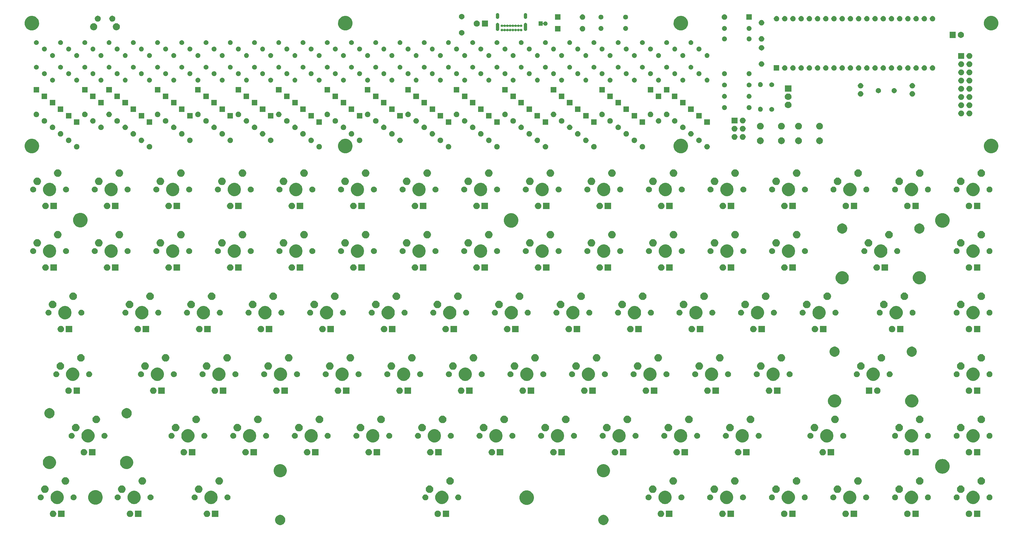
<source format=gbr>
G04 #@! TF.GenerationSoftware,KiCad,Pcbnew,(5.1.5)-3*
G04 #@! TF.CreationDate,2021-09-09T22:56:08-04:00*
G04 #@! TF.ProjectId,main_pcb,6d61696e-5f70-4636-922e-6b696361645f,0*
G04 #@! TF.SameCoordinates,Original*
G04 #@! TF.FileFunction,Soldermask,Bot*
G04 #@! TF.FilePolarity,Negative*
%FSLAX46Y46*%
G04 Gerber Fmt 4.6, Leading zero omitted, Abs format (unit mm)*
G04 Created by KiCad (PCBNEW (5.1.5)-3) date 2021-09-09 22:56:08*
%MOMM*%
%LPD*%
G04 APERTURE LIST*
%ADD10C,0.100000*%
G04 APERTURE END LIST*
D10*
G36*
X240657167Y-215340263D02*
G01*
X240809311Y-215370526D01*
X240928037Y-215419704D01*
X241095941Y-215489252D01*
X241095942Y-215489253D01*
X241353904Y-215661617D01*
X241573283Y-215880996D01*
X241688453Y-216053361D01*
X241745648Y-216138959D01*
X241864374Y-216425590D01*
X241924900Y-216729875D01*
X241924900Y-217040125D01*
X241864374Y-217344410D01*
X241745648Y-217631041D01*
X241745647Y-217631042D01*
X241573283Y-217889004D01*
X241353904Y-218108383D01*
X241181539Y-218223553D01*
X241095941Y-218280748D01*
X240928037Y-218350296D01*
X240809311Y-218399474D01*
X240505025Y-218460000D01*
X240194775Y-218460000D01*
X239890489Y-218399474D01*
X239771763Y-218350296D01*
X239603859Y-218280748D01*
X239518261Y-218223553D01*
X239345896Y-218108383D01*
X239126517Y-217889004D01*
X238954153Y-217631042D01*
X238954152Y-217631041D01*
X238835426Y-217344410D01*
X238774900Y-217040125D01*
X238774900Y-216729875D01*
X238835426Y-216425590D01*
X238954152Y-216138959D01*
X239011347Y-216053361D01*
X239126517Y-215880996D01*
X239345896Y-215661617D01*
X239603858Y-215489253D01*
X239603859Y-215489252D01*
X239771763Y-215419704D01*
X239890489Y-215370526D01*
X240042633Y-215340263D01*
X240194775Y-215310000D01*
X240505025Y-215310000D01*
X240657167Y-215340263D01*
G37*
G36*
X140657367Y-215340263D02*
G01*
X140809511Y-215370526D01*
X140928237Y-215419704D01*
X141096141Y-215489252D01*
X141096142Y-215489253D01*
X141354104Y-215661617D01*
X141573483Y-215880996D01*
X141688653Y-216053361D01*
X141745848Y-216138959D01*
X141864574Y-216425590D01*
X141925100Y-216729875D01*
X141925100Y-217040125D01*
X141864574Y-217344410D01*
X141745848Y-217631041D01*
X141745847Y-217631042D01*
X141573483Y-217889004D01*
X141354104Y-218108383D01*
X141181739Y-218223553D01*
X141096141Y-218280748D01*
X140928237Y-218350296D01*
X140809511Y-218399474D01*
X140505225Y-218460000D01*
X140194975Y-218460000D01*
X139890689Y-218399474D01*
X139771963Y-218350296D01*
X139604059Y-218280748D01*
X139518461Y-218223553D01*
X139346096Y-218108383D01*
X139126717Y-217889004D01*
X138954353Y-217631042D01*
X138954352Y-217631041D01*
X138835626Y-217344410D01*
X138775100Y-217040125D01*
X138775100Y-216729875D01*
X138835626Y-216425590D01*
X138954352Y-216138959D01*
X139011547Y-216053361D01*
X139126717Y-215880996D01*
X139346096Y-215661617D01*
X139604058Y-215489253D01*
X139604059Y-215489252D01*
X139771963Y-215419704D01*
X139890689Y-215370526D01*
X140042833Y-215340263D01*
X140194975Y-215310000D01*
X140505225Y-215310000D01*
X140657367Y-215340263D01*
G37*
G36*
X356973500Y-215983500D02*
G01*
X354966500Y-215983500D01*
X354966500Y-213976500D01*
X356973500Y-213976500D01*
X356973500Y-215983500D01*
G37*
G36*
X70206425Y-213981988D02*
G01*
X70372710Y-214015063D01*
X70555336Y-214090709D01*
X70719694Y-214200530D01*
X70859470Y-214340306D01*
X70969291Y-214504664D01*
X71044937Y-214687290D01*
X71083500Y-214881164D01*
X71083500Y-215078836D01*
X71044937Y-215272710D01*
X70969291Y-215455336D01*
X70859470Y-215619694D01*
X70719694Y-215759470D01*
X70555336Y-215869291D01*
X70372710Y-215944937D01*
X70206425Y-215978012D01*
X70178837Y-215983500D01*
X69981163Y-215983500D01*
X69953575Y-215978012D01*
X69787290Y-215944937D01*
X69604664Y-215869291D01*
X69440306Y-215759470D01*
X69300530Y-215619694D01*
X69190709Y-215455336D01*
X69115063Y-215272710D01*
X69076500Y-215078836D01*
X69076500Y-214881164D01*
X69115063Y-214687290D01*
X69190709Y-214504664D01*
X69300530Y-214340306D01*
X69440306Y-214200530D01*
X69604664Y-214090709D01*
X69787290Y-214015063D01*
X69953575Y-213981988D01*
X69981163Y-213976500D01*
X70178837Y-213976500D01*
X70206425Y-213981988D01*
G37*
G36*
X73623500Y-215983500D02*
G01*
X71616500Y-215983500D01*
X71616500Y-213976500D01*
X73623500Y-213976500D01*
X73623500Y-215983500D01*
G37*
G36*
X94006425Y-213981988D02*
G01*
X94172710Y-214015063D01*
X94355336Y-214090709D01*
X94519694Y-214200530D01*
X94659470Y-214340306D01*
X94769291Y-214504664D01*
X94844937Y-214687290D01*
X94883500Y-214881164D01*
X94883500Y-215078836D01*
X94844937Y-215272710D01*
X94769291Y-215455336D01*
X94659470Y-215619694D01*
X94519694Y-215759470D01*
X94355336Y-215869291D01*
X94172710Y-215944937D01*
X94006425Y-215978012D01*
X93978837Y-215983500D01*
X93781163Y-215983500D01*
X93753575Y-215978012D01*
X93587290Y-215944937D01*
X93404664Y-215869291D01*
X93240306Y-215759470D01*
X93100530Y-215619694D01*
X92990709Y-215455336D01*
X92915063Y-215272710D01*
X92876500Y-215078836D01*
X92876500Y-214881164D01*
X92915063Y-214687290D01*
X92990709Y-214504664D01*
X93100530Y-214340306D01*
X93240306Y-214200530D01*
X93404664Y-214090709D01*
X93587290Y-214015063D01*
X93753575Y-213981988D01*
X93781163Y-213976500D01*
X93978837Y-213976500D01*
X94006425Y-213981988D01*
G37*
G36*
X97423500Y-215983500D02*
G01*
X95416500Y-215983500D01*
X95416500Y-213976500D01*
X97423500Y-213976500D01*
X97423500Y-215983500D01*
G37*
G36*
X117806425Y-213981988D02*
G01*
X117972710Y-214015063D01*
X118155336Y-214090709D01*
X118319694Y-214200530D01*
X118459470Y-214340306D01*
X118569291Y-214504664D01*
X118644937Y-214687290D01*
X118683500Y-214881164D01*
X118683500Y-215078836D01*
X118644937Y-215272710D01*
X118569291Y-215455336D01*
X118459470Y-215619694D01*
X118319694Y-215759470D01*
X118155336Y-215869291D01*
X117972710Y-215944937D01*
X117806425Y-215978012D01*
X117778837Y-215983500D01*
X117581163Y-215983500D01*
X117553575Y-215978012D01*
X117387290Y-215944937D01*
X117204664Y-215869291D01*
X117040306Y-215759470D01*
X116900530Y-215619694D01*
X116790709Y-215455336D01*
X116715063Y-215272710D01*
X116676500Y-215078836D01*
X116676500Y-214881164D01*
X116715063Y-214687290D01*
X116790709Y-214504664D01*
X116900530Y-214340306D01*
X117040306Y-214200530D01*
X117204664Y-214090709D01*
X117387290Y-214015063D01*
X117553575Y-213981988D01*
X117581163Y-213976500D01*
X117778837Y-213976500D01*
X117806425Y-213981988D01*
G37*
G36*
X121223500Y-215983500D02*
G01*
X119216500Y-215983500D01*
X119216500Y-213976500D01*
X121223500Y-213976500D01*
X121223500Y-215983500D01*
G37*
G36*
X189206425Y-213981988D02*
G01*
X189372710Y-214015063D01*
X189555336Y-214090709D01*
X189719694Y-214200530D01*
X189859470Y-214340306D01*
X189969291Y-214504664D01*
X190044937Y-214687290D01*
X190083500Y-214881164D01*
X190083500Y-215078836D01*
X190044937Y-215272710D01*
X189969291Y-215455336D01*
X189859470Y-215619694D01*
X189719694Y-215759470D01*
X189555336Y-215869291D01*
X189372710Y-215944937D01*
X189206425Y-215978012D01*
X189178837Y-215983500D01*
X188981163Y-215983500D01*
X188953575Y-215978012D01*
X188787290Y-215944937D01*
X188604664Y-215869291D01*
X188440306Y-215759470D01*
X188300530Y-215619694D01*
X188190709Y-215455336D01*
X188115063Y-215272710D01*
X188076500Y-215078836D01*
X188076500Y-214881164D01*
X188115063Y-214687290D01*
X188190709Y-214504664D01*
X188300530Y-214340306D01*
X188440306Y-214200530D01*
X188604664Y-214090709D01*
X188787290Y-214015063D01*
X188953575Y-213981988D01*
X188981163Y-213976500D01*
X189178837Y-213976500D01*
X189206425Y-213981988D01*
G37*
G36*
X192623500Y-215983500D02*
G01*
X190616500Y-215983500D01*
X190616500Y-213976500D01*
X192623500Y-213976500D01*
X192623500Y-215983500D01*
G37*
G36*
X261673500Y-215983500D02*
G01*
X259666500Y-215983500D01*
X259666500Y-213976500D01*
X261673500Y-213976500D01*
X261673500Y-215983500D01*
G37*
G36*
X277306425Y-213981988D02*
G01*
X277472710Y-214015063D01*
X277655336Y-214090709D01*
X277819694Y-214200530D01*
X277959470Y-214340306D01*
X278069291Y-214504664D01*
X278144937Y-214687290D01*
X278183500Y-214881164D01*
X278183500Y-215078836D01*
X278144937Y-215272710D01*
X278069291Y-215455336D01*
X277959470Y-215619694D01*
X277819694Y-215759470D01*
X277655336Y-215869291D01*
X277472710Y-215944937D01*
X277306425Y-215978012D01*
X277278837Y-215983500D01*
X277081163Y-215983500D01*
X277053575Y-215978012D01*
X276887290Y-215944937D01*
X276704664Y-215869291D01*
X276540306Y-215759470D01*
X276400530Y-215619694D01*
X276290709Y-215455336D01*
X276215063Y-215272710D01*
X276176500Y-215078836D01*
X276176500Y-214881164D01*
X276215063Y-214687290D01*
X276290709Y-214504664D01*
X276400530Y-214340306D01*
X276540306Y-214200530D01*
X276704664Y-214090709D01*
X276887290Y-214015063D01*
X277053575Y-213981988D01*
X277081163Y-213976500D01*
X277278837Y-213976500D01*
X277306425Y-213981988D01*
G37*
G36*
X280723500Y-215983500D02*
G01*
X278716500Y-215983500D01*
X278716500Y-213976500D01*
X280723500Y-213976500D01*
X280723500Y-215983500D01*
G37*
G36*
X296406425Y-213981988D02*
G01*
X296572710Y-214015063D01*
X296755336Y-214090709D01*
X296919694Y-214200530D01*
X297059470Y-214340306D01*
X297169291Y-214504664D01*
X297244937Y-214687290D01*
X297283500Y-214881164D01*
X297283500Y-215078836D01*
X297244937Y-215272710D01*
X297169291Y-215455336D01*
X297059470Y-215619694D01*
X296919694Y-215759470D01*
X296755336Y-215869291D01*
X296572710Y-215944937D01*
X296406425Y-215978012D01*
X296378837Y-215983500D01*
X296181163Y-215983500D01*
X296153575Y-215978012D01*
X295987290Y-215944937D01*
X295804664Y-215869291D01*
X295640306Y-215759470D01*
X295500530Y-215619694D01*
X295390709Y-215455336D01*
X295315063Y-215272710D01*
X295276500Y-215078836D01*
X295276500Y-214881164D01*
X295315063Y-214687290D01*
X295390709Y-214504664D01*
X295500530Y-214340306D01*
X295640306Y-214200530D01*
X295804664Y-214090709D01*
X295987290Y-214015063D01*
X296153575Y-213981988D01*
X296181163Y-213976500D01*
X296378837Y-213976500D01*
X296406425Y-213981988D01*
G37*
G36*
X299823500Y-215983500D02*
G01*
X297816500Y-215983500D01*
X297816500Y-213976500D01*
X299823500Y-213976500D01*
X299823500Y-215983500D01*
G37*
G36*
X315406425Y-213981988D02*
G01*
X315572710Y-214015063D01*
X315755336Y-214090709D01*
X315919694Y-214200530D01*
X316059470Y-214340306D01*
X316169291Y-214504664D01*
X316244937Y-214687290D01*
X316283500Y-214881164D01*
X316283500Y-215078836D01*
X316244937Y-215272710D01*
X316169291Y-215455336D01*
X316059470Y-215619694D01*
X315919694Y-215759470D01*
X315755336Y-215869291D01*
X315572710Y-215944937D01*
X315406425Y-215978012D01*
X315378837Y-215983500D01*
X315181163Y-215983500D01*
X315153575Y-215978012D01*
X314987290Y-215944937D01*
X314804664Y-215869291D01*
X314640306Y-215759470D01*
X314500530Y-215619694D01*
X314390709Y-215455336D01*
X314315063Y-215272710D01*
X314276500Y-215078836D01*
X314276500Y-214881164D01*
X314315063Y-214687290D01*
X314390709Y-214504664D01*
X314500530Y-214340306D01*
X314640306Y-214200530D01*
X314804664Y-214090709D01*
X314987290Y-214015063D01*
X315153575Y-213981988D01*
X315181163Y-213976500D01*
X315378837Y-213976500D01*
X315406425Y-213981988D01*
G37*
G36*
X318823500Y-215983500D02*
G01*
X316816500Y-215983500D01*
X316816500Y-213976500D01*
X318823500Y-213976500D01*
X318823500Y-215983500D01*
G37*
G36*
X334506425Y-213981988D02*
G01*
X334672710Y-214015063D01*
X334855336Y-214090709D01*
X335019694Y-214200530D01*
X335159470Y-214340306D01*
X335269291Y-214504664D01*
X335344937Y-214687290D01*
X335383500Y-214881164D01*
X335383500Y-215078836D01*
X335344937Y-215272710D01*
X335269291Y-215455336D01*
X335159470Y-215619694D01*
X335019694Y-215759470D01*
X334855336Y-215869291D01*
X334672710Y-215944937D01*
X334506425Y-215978012D01*
X334478837Y-215983500D01*
X334281163Y-215983500D01*
X334253575Y-215978012D01*
X334087290Y-215944937D01*
X333904664Y-215869291D01*
X333740306Y-215759470D01*
X333600530Y-215619694D01*
X333490709Y-215455336D01*
X333415063Y-215272710D01*
X333376500Y-215078836D01*
X333376500Y-214881164D01*
X333415063Y-214687290D01*
X333490709Y-214504664D01*
X333600530Y-214340306D01*
X333740306Y-214200530D01*
X333904664Y-214090709D01*
X334087290Y-214015063D01*
X334253575Y-213981988D01*
X334281163Y-213976500D01*
X334478837Y-213976500D01*
X334506425Y-213981988D01*
G37*
G36*
X337923500Y-215983500D02*
G01*
X335916500Y-215983500D01*
X335916500Y-213976500D01*
X337923500Y-213976500D01*
X337923500Y-215983500D01*
G37*
G36*
X353556425Y-213981988D02*
G01*
X353722710Y-214015063D01*
X353905336Y-214090709D01*
X354069694Y-214200530D01*
X354209470Y-214340306D01*
X354319291Y-214504664D01*
X354394937Y-214687290D01*
X354433500Y-214881164D01*
X354433500Y-215078836D01*
X354394937Y-215272710D01*
X354319291Y-215455336D01*
X354209470Y-215619694D01*
X354069694Y-215759470D01*
X353905336Y-215869291D01*
X353722710Y-215944937D01*
X353556425Y-215978012D01*
X353528837Y-215983500D01*
X353331163Y-215983500D01*
X353303575Y-215978012D01*
X353137290Y-215944937D01*
X352954664Y-215869291D01*
X352790306Y-215759470D01*
X352650530Y-215619694D01*
X352540709Y-215455336D01*
X352465063Y-215272710D01*
X352426500Y-215078836D01*
X352426500Y-214881164D01*
X352465063Y-214687290D01*
X352540709Y-214504664D01*
X352650530Y-214340306D01*
X352790306Y-214200530D01*
X352954664Y-214090709D01*
X353137290Y-214015063D01*
X353303575Y-213981988D01*
X353331163Y-213976500D01*
X353528837Y-213976500D01*
X353556425Y-213981988D01*
G37*
G36*
X258256425Y-213981988D02*
G01*
X258422710Y-214015063D01*
X258605336Y-214090709D01*
X258769694Y-214200530D01*
X258909470Y-214340306D01*
X259019291Y-214504664D01*
X259094937Y-214687290D01*
X259133500Y-214881164D01*
X259133500Y-215078836D01*
X259094937Y-215272710D01*
X259019291Y-215455336D01*
X258909470Y-215619694D01*
X258769694Y-215759470D01*
X258605336Y-215869291D01*
X258422710Y-215944937D01*
X258256425Y-215978012D01*
X258228837Y-215983500D01*
X258031163Y-215983500D01*
X258003575Y-215978012D01*
X257837290Y-215944937D01*
X257654664Y-215869291D01*
X257490306Y-215759470D01*
X257350530Y-215619694D01*
X257240709Y-215455336D01*
X257165063Y-215272710D01*
X257126500Y-215078836D01*
X257126500Y-214881164D01*
X257165063Y-214687290D01*
X257240709Y-214504664D01*
X257350530Y-214340306D01*
X257490306Y-214200530D01*
X257654664Y-214090709D01*
X257837290Y-214015063D01*
X258003575Y-213981988D01*
X258031163Y-213976500D01*
X258228837Y-213976500D01*
X258256425Y-213981988D01*
G37*
G36*
X216875880Y-207751776D02*
G01*
X217256593Y-207827504D01*
X217666249Y-207997189D01*
X218034929Y-208243534D01*
X218348466Y-208557071D01*
X218594811Y-208925751D01*
X218764496Y-209335407D01*
X218851000Y-209770296D01*
X218851000Y-210213704D01*
X218764496Y-210648593D01*
X218594811Y-211058249D01*
X218348466Y-211426929D01*
X218034929Y-211740466D01*
X217666249Y-211986811D01*
X217256593Y-212156496D01*
X216875880Y-212232224D01*
X216821705Y-212243000D01*
X216378295Y-212243000D01*
X216324120Y-212232224D01*
X215943407Y-212156496D01*
X215533751Y-211986811D01*
X215165071Y-211740466D01*
X214851534Y-211426929D01*
X214605189Y-211058249D01*
X214435504Y-210648593D01*
X214349000Y-210213704D01*
X214349000Y-209770296D01*
X214435504Y-209335407D01*
X214605189Y-208925751D01*
X214851534Y-208557071D01*
X215165071Y-208243534D01*
X215533751Y-207997189D01*
X215943407Y-207827504D01*
X216324120Y-207751776D01*
X216378295Y-207741000D01*
X216821705Y-207741000D01*
X216875880Y-207751776D01*
G37*
G36*
X83475880Y-207651776D02*
G01*
X83856593Y-207727504D01*
X84266249Y-207897189D01*
X84634929Y-208143534D01*
X84948466Y-208457071D01*
X85194811Y-208825751D01*
X85364496Y-209235407D01*
X85451000Y-209670296D01*
X85451000Y-210113704D01*
X85364496Y-210548593D01*
X85194811Y-210958249D01*
X84948466Y-211326929D01*
X84634929Y-211640466D01*
X84266249Y-211886811D01*
X83856593Y-212056496D01*
X83475880Y-212132224D01*
X83421705Y-212143000D01*
X82978295Y-212143000D01*
X82924120Y-212132224D01*
X82543407Y-212056496D01*
X82133751Y-211886811D01*
X81765071Y-211640466D01*
X81451534Y-211326929D01*
X81205189Y-210958249D01*
X81035504Y-210548593D01*
X80949000Y-210113704D01*
X80949000Y-209670296D01*
X81035504Y-209235407D01*
X81205189Y-208825751D01*
X81451534Y-208457071D01*
X81765071Y-208143534D01*
X82133751Y-207897189D01*
X82543407Y-207727504D01*
X82924120Y-207651776D01*
X82978295Y-207641000D01*
X83421705Y-207641000D01*
X83475880Y-207651776D01*
G37*
G36*
X259996474Y-207933684D02*
G01*
X260149788Y-207997189D01*
X260368623Y-208087833D01*
X260703548Y-208311623D01*
X260988377Y-208596452D01*
X261212167Y-208931377D01*
X261244562Y-209009586D01*
X261366316Y-209303526D01*
X261444900Y-209698594D01*
X261444900Y-210101406D01*
X261366316Y-210496474D01*
X261315451Y-210619272D01*
X261212167Y-210868623D01*
X260988377Y-211203548D01*
X260703548Y-211488377D01*
X260368623Y-211712167D01*
X260214474Y-211776017D01*
X259996474Y-211866316D01*
X259601406Y-211944900D01*
X259198594Y-211944900D01*
X258803526Y-211866316D01*
X258585526Y-211776017D01*
X258431377Y-211712167D01*
X258096452Y-211488377D01*
X257811623Y-211203548D01*
X257587833Y-210868623D01*
X257484549Y-210619272D01*
X257433684Y-210496474D01*
X257355100Y-210101406D01*
X257355100Y-209698594D01*
X257433684Y-209303526D01*
X257555438Y-209009586D01*
X257587833Y-208931377D01*
X257811623Y-208596452D01*
X258096452Y-208311623D01*
X258431377Y-208087833D01*
X258650212Y-207997189D01*
X258803526Y-207933684D01*
X259198594Y-207855100D01*
X259601406Y-207855100D01*
X259996474Y-207933684D01*
G37*
G36*
X190946474Y-207933684D02*
G01*
X191099788Y-207997189D01*
X191318623Y-208087833D01*
X191653548Y-208311623D01*
X191938377Y-208596452D01*
X192162167Y-208931377D01*
X192194562Y-209009586D01*
X192316316Y-209303526D01*
X192394900Y-209698594D01*
X192394900Y-210101406D01*
X192316316Y-210496474D01*
X192265451Y-210619272D01*
X192162167Y-210868623D01*
X191938377Y-211203548D01*
X191653548Y-211488377D01*
X191318623Y-211712167D01*
X191164474Y-211776017D01*
X190946474Y-211866316D01*
X190551406Y-211944900D01*
X190148594Y-211944900D01*
X189753526Y-211866316D01*
X189535526Y-211776017D01*
X189381377Y-211712167D01*
X189046452Y-211488377D01*
X188761623Y-211203548D01*
X188537833Y-210868623D01*
X188434549Y-210619272D01*
X188383684Y-210496474D01*
X188305100Y-210101406D01*
X188305100Y-209698594D01*
X188383684Y-209303526D01*
X188505438Y-209009586D01*
X188537833Y-208931377D01*
X188761623Y-208596452D01*
X189046452Y-208311623D01*
X189381377Y-208087833D01*
X189600212Y-207997189D01*
X189753526Y-207933684D01*
X190148594Y-207855100D01*
X190551406Y-207855100D01*
X190946474Y-207933684D01*
G37*
G36*
X119546474Y-207933684D02*
G01*
X119699788Y-207997189D01*
X119918623Y-208087833D01*
X120253548Y-208311623D01*
X120538377Y-208596452D01*
X120762167Y-208931377D01*
X120794562Y-209009586D01*
X120916316Y-209303526D01*
X120994900Y-209698594D01*
X120994900Y-210101406D01*
X120916316Y-210496474D01*
X120865451Y-210619272D01*
X120762167Y-210868623D01*
X120538377Y-211203548D01*
X120253548Y-211488377D01*
X119918623Y-211712167D01*
X119764474Y-211776017D01*
X119546474Y-211866316D01*
X119151406Y-211944900D01*
X118748594Y-211944900D01*
X118353526Y-211866316D01*
X118135526Y-211776017D01*
X117981377Y-211712167D01*
X117646452Y-211488377D01*
X117361623Y-211203548D01*
X117137833Y-210868623D01*
X117034549Y-210619272D01*
X116983684Y-210496474D01*
X116905100Y-210101406D01*
X116905100Y-209698594D01*
X116983684Y-209303526D01*
X117105438Y-209009586D01*
X117137833Y-208931377D01*
X117361623Y-208596452D01*
X117646452Y-208311623D01*
X117981377Y-208087833D01*
X118200212Y-207997189D01*
X118353526Y-207933684D01*
X118748594Y-207855100D01*
X119151406Y-207855100D01*
X119546474Y-207933684D01*
G37*
G36*
X95746474Y-207933684D02*
G01*
X95899788Y-207997189D01*
X96118623Y-208087833D01*
X96453548Y-208311623D01*
X96738377Y-208596452D01*
X96962167Y-208931377D01*
X96994562Y-209009586D01*
X97116316Y-209303526D01*
X97194900Y-209698594D01*
X97194900Y-210101406D01*
X97116316Y-210496474D01*
X97065451Y-210619272D01*
X96962167Y-210868623D01*
X96738377Y-211203548D01*
X96453548Y-211488377D01*
X96118623Y-211712167D01*
X95964474Y-211776017D01*
X95746474Y-211866316D01*
X95351406Y-211944900D01*
X94948594Y-211944900D01*
X94553526Y-211866316D01*
X94335526Y-211776017D01*
X94181377Y-211712167D01*
X93846452Y-211488377D01*
X93561623Y-211203548D01*
X93337833Y-210868623D01*
X93234549Y-210619272D01*
X93183684Y-210496474D01*
X93105100Y-210101406D01*
X93105100Y-209698594D01*
X93183684Y-209303526D01*
X93305438Y-209009586D01*
X93337833Y-208931377D01*
X93561623Y-208596452D01*
X93846452Y-208311623D01*
X94181377Y-208087833D01*
X94400212Y-207997189D01*
X94553526Y-207933684D01*
X94948594Y-207855100D01*
X95351406Y-207855100D01*
X95746474Y-207933684D01*
G37*
G36*
X71946474Y-207933684D02*
G01*
X72099788Y-207997189D01*
X72318623Y-208087833D01*
X72653548Y-208311623D01*
X72938377Y-208596452D01*
X73162167Y-208931377D01*
X73194562Y-209009586D01*
X73316316Y-209303526D01*
X73394900Y-209698594D01*
X73394900Y-210101406D01*
X73316316Y-210496474D01*
X73265451Y-210619272D01*
X73162167Y-210868623D01*
X72938377Y-211203548D01*
X72653548Y-211488377D01*
X72318623Y-211712167D01*
X72164474Y-211776017D01*
X71946474Y-211866316D01*
X71551406Y-211944900D01*
X71148594Y-211944900D01*
X70753526Y-211866316D01*
X70535526Y-211776017D01*
X70381377Y-211712167D01*
X70046452Y-211488377D01*
X69761623Y-211203548D01*
X69537833Y-210868623D01*
X69434549Y-210619272D01*
X69383684Y-210496474D01*
X69305100Y-210101406D01*
X69305100Y-209698594D01*
X69383684Y-209303526D01*
X69505438Y-209009586D01*
X69537833Y-208931377D01*
X69761623Y-208596452D01*
X70046452Y-208311623D01*
X70381377Y-208087833D01*
X70600212Y-207997189D01*
X70753526Y-207933684D01*
X71148594Y-207855100D01*
X71551406Y-207855100D01*
X71946474Y-207933684D01*
G37*
G36*
X336246474Y-207933684D02*
G01*
X336399788Y-207997189D01*
X336618623Y-208087833D01*
X336953548Y-208311623D01*
X337238377Y-208596452D01*
X337462167Y-208931377D01*
X337494562Y-209009586D01*
X337616316Y-209303526D01*
X337694900Y-209698594D01*
X337694900Y-210101406D01*
X337616316Y-210496474D01*
X337565451Y-210619272D01*
X337462167Y-210868623D01*
X337238377Y-211203548D01*
X336953548Y-211488377D01*
X336618623Y-211712167D01*
X336464474Y-211776017D01*
X336246474Y-211866316D01*
X335851406Y-211944900D01*
X335448594Y-211944900D01*
X335053526Y-211866316D01*
X334835526Y-211776017D01*
X334681377Y-211712167D01*
X334346452Y-211488377D01*
X334061623Y-211203548D01*
X333837833Y-210868623D01*
X333734549Y-210619272D01*
X333683684Y-210496474D01*
X333605100Y-210101406D01*
X333605100Y-209698594D01*
X333683684Y-209303526D01*
X333805438Y-209009586D01*
X333837833Y-208931377D01*
X334061623Y-208596452D01*
X334346452Y-208311623D01*
X334681377Y-208087833D01*
X334900212Y-207997189D01*
X335053526Y-207933684D01*
X335448594Y-207855100D01*
X335851406Y-207855100D01*
X336246474Y-207933684D01*
G37*
G36*
X355296474Y-207933684D02*
G01*
X355449788Y-207997189D01*
X355668623Y-208087833D01*
X356003548Y-208311623D01*
X356288377Y-208596452D01*
X356512167Y-208931377D01*
X356544562Y-209009586D01*
X356666316Y-209303526D01*
X356744900Y-209698594D01*
X356744900Y-210101406D01*
X356666316Y-210496474D01*
X356615451Y-210619272D01*
X356512167Y-210868623D01*
X356288377Y-211203548D01*
X356003548Y-211488377D01*
X355668623Y-211712167D01*
X355514474Y-211776017D01*
X355296474Y-211866316D01*
X354901406Y-211944900D01*
X354498594Y-211944900D01*
X354103526Y-211866316D01*
X353885526Y-211776017D01*
X353731377Y-211712167D01*
X353396452Y-211488377D01*
X353111623Y-211203548D01*
X352887833Y-210868623D01*
X352784549Y-210619272D01*
X352733684Y-210496474D01*
X352655100Y-210101406D01*
X352655100Y-209698594D01*
X352733684Y-209303526D01*
X352855438Y-209009586D01*
X352887833Y-208931377D01*
X353111623Y-208596452D01*
X353396452Y-208311623D01*
X353731377Y-208087833D01*
X353950212Y-207997189D01*
X354103526Y-207933684D01*
X354498594Y-207855100D01*
X354901406Y-207855100D01*
X355296474Y-207933684D01*
G37*
G36*
X317146474Y-207933684D02*
G01*
X317299788Y-207997189D01*
X317518623Y-208087833D01*
X317853548Y-208311623D01*
X318138377Y-208596452D01*
X318362167Y-208931377D01*
X318394562Y-209009586D01*
X318516316Y-209303526D01*
X318594900Y-209698594D01*
X318594900Y-210101406D01*
X318516316Y-210496474D01*
X318465451Y-210619272D01*
X318362167Y-210868623D01*
X318138377Y-211203548D01*
X317853548Y-211488377D01*
X317518623Y-211712167D01*
X317364474Y-211776017D01*
X317146474Y-211866316D01*
X316751406Y-211944900D01*
X316348594Y-211944900D01*
X315953526Y-211866316D01*
X315735526Y-211776017D01*
X315581377Y-211712167D01*
X315246452Y-211488377D01*
X314961623Y-211203548D01*
X314737833Y-210868623D01*
X314634549Y-210619272D01*
X314583684Y-210496474D01*
X314505100Y-210101406D01*
X314505100Y-209698594D01*
X314583684Y-209303526D01*
X314705438Y-209009586D01*
X314737833Y-208931377D01*
X314961623Y-208596452D01*
X315246452Y-208311623D01*
X315581377Y-208087833D01*
X315800212Y-207997189D01*
X315953526Y-207933684D01*
X316348594Y-207855100D01*
X316751406Y-207855100D01*
X317146474Y-207933684D01*
G37*
G36*
X298146474Y-207933684D02*
G01*
X298299788Y-207997189D01*
X298518623Y-208087833D01*
X298853548Y-208311623D01*
X299138377Y-208596452D01*
X299362167Y-208931377D01*
X299394562Y-209009586D01*
X299516316Y-209303526D01*
X299594900Y-209698594D01*
X299594900Y-210101406D01*
X299516316Y-210496474D01*
X299465451Y-210619272D01*
X299362167Y-210868623D01*
X299138377Y-211203548D01*
X298853548Y-211488377D01*
X298518623Y-211712167D01*
X298364474Y-211776017D01*
X298146474Y-211866316D01*
X297751406Y-211944900D01*
X297348594Y-211944900D01*
X296953526Y-211866316D01*
X296735526Y-211776017D01*
X296581377Y-211712167D01*
X296246452Y-211488377D01*
X295961623Y-211203548D01*
X295737833Y-210868623D01*
X295634549Y-210619272D01*
X295583684Y-210496474D01*
X295505100Y-210101406D01*
X295505100Y-209698594D01*
X295583684Y-209303526D01*
X295705438Y-209009586D01*
X295737833Y-208931377D01*
X295961623Y-208596452D01*
X296246452Y-208311623D01*
X296581377Y-208087833D01*
X296800212Y-207997189D01*
X296953526Y-207933684D01*
X297348594Y-207855100D01*
X297751406Y-207855100D01*
X298146474Y-207933684D01*
G37*
G36*
X279046474Y-207933684D02*
G01*
X279199788Y-207997189D01*
X279418623Y-208087833D01*
X279753548Y-208311623D01*
X280038377Y-208596452D01*
X280262167Y-208931377D01*
X280294562Y-209009586D01*
X280416316Y-209303526D01*
X280494900Y-209698594D01*
X280494900Y-210101406D01*
X280416316Y-210496474D01*
X280365451Y-210619272D01*
X280262167Y-210868623D01*
X280038377Y-211203548D01*
X279753548Y-211488377D01*
X279418623Y-211712167D01*
X279264474Y-211776017D01*
X279046474Y-211866316D01*
X278651406Y-211944900D01*
X278248594Y-211944900D01*
X277853526Y-211866316D01*
X277635526Y-211776017D01*
X277481377Y-211712167D01*
X277146452Y-211488377D01*
X276861623Y-211203548D01*
X276637833Y-210868623D01*
X276534549Y-210619272D01*
X276483684Y-210496474D01*
X276405100Y-210101406D01*
X276405100Y-209698594D01*
X276483684Y-209303526D01*
X276605438Y-209009586D01*
X276637833Y-208931377D01*
X276861623Y-208596452D01*
X277146452Y-208311623D01*
X277481377Y-208087833D01*
X277700212Y-207997189D01*
X277853526Y-207933684D01*
X278248594Y-207855100D01*
X278651406Y-207855100D01*
X279046474Y-207933684D01*
G37*
G36*
X195700104Y-209009585D02*
G01*
X195868626Y-209079389D01*
X196020291Y-209180728D01*
X196149272Y-209309709D01*
X196250611Y-209461374D01*
X196320415Y-209629896D01*
X196356000Y-209808797D01*
X196356000Y-209991203D01*
X196320415Y-210170104D01*
X196250611Y-210338626D01*
X196149272Y-210490291D01*
X196020291Y-210619272D01*
X195868626Y-210720611D01*
X195700104Y-210790415D01*
X195521203Y-210826000D01*
X195338797Y-210826000D01*
X195159896Y-210790415D01*
X194991374Y-210720611D01*
X194839709Y-210619272D01*
X194710728Y-210490291D01*
X194609389Y-210338626D01*
X194539585Y-210170104D01*
X194504000Y-209991203D01*
X194504000Y-209808797D01*
X194539585Y-209629896D01*
X194609389Y-209461374D01*
X194710728Y-209309709D01*
X194839709Y-209180728D01*
X194991374Y-209079389D01*
X195159896Y-209009585D01*
X195338797Y-208974000D01*
X195521203Y-208974000D01*
X195700104Y-209009585D01*
G37*
G36*
X100500104Y-209009585D02*
G01*
X100668626Y-209079389D01*
X100820291Y-209180728D01*
X100949272Y-209309709D01*
X101050611Y-209461374D01*
X101120415Y-209629896D01*
X101156000Y-209808797D01*
X101156000Y-209991203D01*
X101120415Y-210170104D01*
X101050611Y-210338626D01*
X100949272Y-210490291D01*
X100820291Y-210619272D01*
X100668626Y-210720611D01*
X100500104Y-210790415D01*
X100321203Y-210826000D01*
X100138797Y-210826000D01*
X99959896Y-210790415D01*
X99791374Y-210720611D01*
X99639709Y-210619272D01*
X99510728Y-210490291D01*
X99409389Y-210338626D01*
X99339585Y-210170104D01*
X99304000Y-209991203D01*
X99304000Y-209808797D01*
X99339585Y-209629896D01*
X99409389Y-209461374D01*
X99510728Y-209309709D01*
X99639709Y-209180728D01*
X99791374Y-209079389D01*
X99959896Y-209009585D01*
X100138797Y-208974000D01*
X100321203Y-208974000D01*
X100500104Y-209009585D01*
G37*
G36*
X349890104Y-209009585D02*
G01*
X350058626Y-209079389D01*
X350210291Y-209180728D01*
X350339272Y-209309709D01*
X350440611Y-209461374D01*
X350510415Y-209629896D01*
X350546000Y-209808797D01*
X350546000Y-209991203D01*
X350510415Y-210170104D01*
X350440611Y-210338626D01*
X350339272Y-210490291D01*
X350210291Y-210619272D01*
X350058626Y-210720611D01*
X349890104Y-210790415D01*
X349711203Y-210826000D01*
X349528797Y-210826000D01*
X349349896Y-210790415D01*
X349181374Y-210720611D01*
X349029709Y-210619272D01*
X348900728Y-210490291D01*
X348799389Y-210338626D01*
X348729585Y-210170104D01*
X348694000Y-209991203D01*
X348694000Y-209808797D01*
X348729585Y-209629896D01*
X348799389Y-209461374D01*
X348900728Y-209309709D01*
X349029709Y-209180728D01*
X349181374Y-209079389D01*
X349349896Y-209009585D01*
X349528797Y-208974000D01*
X349711203Y-208974000D01*
X349890104Y-209009585D01*
G37*
G36*
X341000104Y-209009585D02*
G01*
X341168626Y-209079389D01*
X341320291Y-209180728D01*
X341449272Y-209309709D01*
X341550611Y-209461374D01*
X341620415Y-209629896D01*
X341656000Y-209808797D01*
X341656000Y-209991203D01*
X341620415Y-210170104D01*
X341550611Y-210338626D01*
X341449272Y-210490291D01*
X341320291Y-210619272D01*
X341168626Y-210720611D01*
X341000104Y-210790415D01*
X340821203Y-210826000D01*
X340638797Y-210826000D01*
X340459896Y-210790415D01*
X340291374Y-210720611D01*
X340139709Y-210619272D01*
X340010728Y-210490291D01*
X339909389Y-210338626D01*
X339839585Y-210170104D01*
X339804000Y-209991203D01*
X339804000Y-209808797D01*
X339839585Y-209629896D01*
X339909389Y-209461374D01*
X340010728Y-209309709D01*
X340139709Y-209180728D01*
X340291374Y-209079389D01*
X340459896Y-209009585D01*
X340638797Y-208974000D01*
X340821203Y-208974000D01*
X341000104Y-209009585D01*
G37*
G36*
X330840104Y-209009585D02*
G01*
X331008626Y-209079389D01*
X331160291Y-209180728D01*
X331289272Y-209309709D01*
X331390611Y-209461374D01*
X331460415Y-209629896D01*
X331496000Y-209808797D01*
X331496000Y-209991203D01*
X331460415Y-210170104D01*
X331390611Y-210338626D01*
X331289272Y-210490291D01*
X331160291Y-210619272D01*
X331008626Y-210720611D01*
X330840104Y-210790415D01*
X330661203Y-210826000D01*
X330478797Y-210826000D01*
X330299896Y-210790415D01*
X330131374Y-210720611D01*
X329979709Y-210619272D01*
X329850728Y-210490291D01*
X329749389Y-210338626D01*
X329679585Y-210170104D01*
X329644000Y-209991203D01*
X329644000Y-209808797D01*
X329679585Y-209629896D01*
X329749389Y-209461374D01*
X329850728Y-209309709D01*
X329979709Y-209180728D01*
X330131374Y-209079389D01*
X330299896Y-209009585D01*
X330478797Y-208974000D01*
X330661203Y-208974000D01*
X330840104Y-209009585D01*
G37*
G36*
X114140104Y-209009585D02*
G01*
X114308626Y-209079389D01*
X114460291Y-209180728D01*
X114589272Y-209309709D01*
X114690611Y-209461374D01*
X114760415Y-209629896D01*
X114796000Y-209808797D01*
X114796000Y-209991203D01*
X114760415Y-210170104D01*
X114690611Y-210338626D01*
X114589272Y-210490291D01*
X114460291Y-210619272D01*
X114308626Y-210720611D01*
X114140104Y-210790415D01*
X113961203Y-210826000D01*
X113778797Y-210826000D01*
X113599896Y-210790415D01*
X113431374Y-210720611D01*
X113279709Y-210619272D01*
X113150728Y-210490291D01*
X113049389Y-210338626D01*
X112979585Y-210170104D01*
X112944000Y-209991203D01*
X112944000Y-209808797D01*
X112979585Y-209629896D01*
X113049389Y-209461374D01*
X113150728Y-209309709D01*
X113279709Y-209180728D01*
X113431374Y-209079389D01*
X113599896Y-209009585D01*
X113778797Y-208974000D01*
X113961203Y-208974000D01*
X114140104Y-209009585D01*
G37*
G36*
X76700104Y-209009585D02*
G01*
X76868626Y-209079389D01*
X77020291Y-209180728D01*
X77149272Y-209309709D01*
X77250611Y-209461374D01*
X77320415Y-209629896D01*
X77356000Y-209808797D01*
X77356000Y-209991203D01*
X77320415Y-210170104D01*
X77250611Y-210338626D01*
X77149272Y-210490291D01*
X77020291Y-210619272D01*
X76868626Y-210720611D01*
X76700104Y-210790415D01*
X76521203Y-210826000D01*
X76338797Y-210826000D01*
X76159896Y-210790415D01*
X75991374Y-210720611D01*
X75839709Y-210619272D01*
X75710728Y-210490291D01*
X75609389Y-210338626D01*
X75539585Y-210170104D01*
X75504000Y-209991203D01*
X75504000Y-209808797D01*
X75539585Y-209629896D01*
X75609389Y-209461374D01*
X75710728Y-209309709D01*
X75839709Y-209180728D01*
X75991374Y-209079389D01*
X76159896Y-209009585D01*
X76338797Y-208974000D01*
X76521203Y-208974000D01*
X76700104Y-209009585D01*
G37*
G36*
X321900104Y-209009585D02*
G01*
X322068626Y-209079389D01*
X322220291Y-209180728D01*
X322349272Y-209309709D01*
X322450611Y-209461374D01*
X322520415Y-209629896D01*
X322556000Y-209808797D01*
X322556000Y-209991203D01*
X322520415Y-210170104D01*
X322450611Y-210338626D01*
X322349272Y-210490291D01*
X322220291Y-210619272D01*
X322068626Y-210720611D01*
X321900104Y-210790415D01*
X321721203Y-210826000D01*
X321538797Y-210826000D01*
X321359896Y-210790415D01*
X321191374Y-210720611D01*
X321039709Y-210619272D01*
X320910728Y-210490291D01*
X320809389Y-210338626D01*
X320739585Y-210170104D01*
X320704000Y-209991203D01*
X320704000Y-209808797D01*
X320739585Y-209629896D01*
X320809389Y-209461374D01*
X320910728Y-209309709D01*
X321039709Y-209180728D01*
X321191374Y-209079389D01*
X321359896Y-209009585D01*
X321538797Y-208974000D01*
X321721203Y-208974000D01*
X321900104Y-209009585D01*
G37*
G36*
X311740104Y-209009585D02*
G01*
X311908626Y-209079389D01*
X312060291Y-209180728D01*
X312189272Y-209309709D01*
X312290611Y-209461374D01*
X312360415Y-209629896D01*
X312396000Y-209808797D01*
X312396000Y-209991203D01*
X312360415Y-210170104D01*
X312290611Y-210338626D01*
X312189272Y-210490291D01*
X312060291Y-210619272D01*
X311908626Y-210720611D01*
X311740104Y-210790415D01*
X311561203Y-210826000D01*
X311378797Y-210826000D01*
X311199896Y-210790415D01*
X311031374Y-210720611D01*
X310879709Y-210619272D01*
X310750728Y-210490291D01*
X310649389Y-210338626D01*
X310579585Y-210170104D01*
X310544000Y-209991203D01*
X310544000Y-209808797D01*
X310579585Y-209629896D01*
X310649389Y-209461374D01*
X310750728Y-209309709D01*
X310879709Y-209180728D01*
X311031374Y-209079389D01*
X311199896Y-209009585D01*
X311378797Y-208974000D01*
X311561203Y-208974000D01*
X311740104Y-209009585D01*
G37*
G36*
X302900104Y-209009585D02*
G01*
X303068626Y-209079389D01*
X303220291Y-209180728D01*
X303349272Y-209309709D01*
X303450611Y-209461374D01*
X303520415Y-209629896D01*
X303556000Y-209808797D01*
X303556000Y-209991203D01*
X303520415Y-210170104D01*
X303450611Y-210338626D01*
X303349272Y-210490291D01*
X303220291Y-210619272D01*
X303068626Y-210720611D01*
X302900104Y-210790415D01*
X302721203Y-210826000D01*
X302538797Y-210826000D01*
X302359896Y-210790415D01*
X302191374Y-210720611D01*
X302039709Y-210619272D01*
X301910728Y-210490291D01*
X301809389Y-210338626D01*
X301739585Y-210170104D01*
X301704000Y-209991203D01*
X301704000Y-209808797D01*
X301739585Y-209629896D01*
X301809389Y-209461374D01*
X301910728Y-209309709D01*
X302039709Y-209180728D01*
X302191374Y-209079389D01*
X302359896Y-209009585D01*
X302538797Y-208974000D01*
X302721203Y-208974000D01*
X302900104Y-209009585D01*
G37*
G36*
X90340104Y-209009585D02*
G01*
X90508626Y-209079389D01*
X90660291Y-209180728D01*
X90789272Y-209309709D01*
X90890611Y-209461374D01*
X90960415Y-209629896D01*
X90996000Y-209808797D01*
X90996000Y-209991203D01*
X90960415Y-210170104D01*
X90890611Y-210338626D01*
X90789272Y-210490291D01*
X90660291Y-210619272D01*
X90508626Y-210720611D01*
X90340104Y-210790415D01*
X90161203Y-210826000D01*
X89978797Y-210826000D01*
X89799896Y-210790415D01*
X89631374Y-210720611D01*
X89479709Y-210619272D01*
X89350728Y-210490291D01*
X89249389Y-210338626D01*
X89179585Y-210170104D01*
X89144000Y-209991203D01*
X89144000Y-209808797D01*
X89179585Y-209629896D01*
X89249389Y-209461374D01*
X89350728Y-209309709D01*
X89479709Y-209180728D01*
X89631374Y-209079389D01*
X89799896Y-209009585D01*
X89978797Y-208974000D01*
X90161203Y-208974000D01*
X90340104Y-209009585D01*
G37*
G36*
X292740104Y-209009585D02*
G01*
X292908626Y-209079389D01*
X293060291Y-209180728D01*
X293189272Y-209309709D01*
X293290611Y-209461374D01*
X293360415Y-209629896D01*
X293396000Y-209808797D01*
X293396000Y-209991203D01*
X293360415Y-210170104D01*
X293290611Y-210338626D01*
X293189272Y-210490291D01*
X293060291Y-210619272D01*
X292908626Y-210720611D01*
X292740104Y-210790415D01*
X292561203Y-210826000D01*
X292378797Y-210826000D01*
X292199896Y-210790415D01*
X292031374Y-210720611D01*
X291879709Y-210619272D01*
X291750728Y-210490291D01*
X291649389Y-210338626D01*
X291579585Y-210170104D01*
X291544000Y-209991203D01*
X291544000Y-209808797D01*
X291579585Y-209629896D01*
X291649389Y-209461374D01*
X291750728Y-209309709D01*
X291879709Y-209180728D01*
X292031374Y-209079389D01*
X292199896Y-209009585D01*
X292378797Y-208974000D01*
X292561203Y-208974000D01*
X292740104Y-209009585D01*
G37*
G36*
X283800104Y-209009585D02*
G01*
X283968626Y-209079389D01*
X284120291Y-209180728D01*
X284249272Y-209309709D01*
X284350611Y-209461374D01*
X284420415Y-209629896D01*
X284456000Y-209808797D01*
X284456000Y-209991203D01*
X284420415Y-210170104D01*
X284350611Y-210338626D01*
X284249272Y-210490291D01*
X284120291Y-210619272D01*
X283968626Y-210720611D01*
X283800104Y-210790415D01*
X283621203Y-210826000D01*
X283438797Y-210826000D01*
X283259896Y-210790415D01*
X283091374Y-210720611D01*
X282939709Y-210619272D01*
X282810728Y-210490291D01*
X282709389Y-210338626D01*
X282639585Y-210170104D01*
X282604000Y-209991203D01*
X282604000Y-209808797D01*
X282639585Y-209629896D01*
X282709389Y-209461374D01*
X282810728Y-209309709D01*
X282939709Y-209180728D01*
X283091374Y-209079389D01*
X283259896Y-209009585D01*
X283438797Y-208974000D01*
X283621203Y-208974000D01*
X283800104Y-209009585D01*
G37*
G36*
X66540104Y-209009585D02*
G01*
X66708626Y-209079389D01*
X66860291Y-209180728D01*
X66989272Y-209309709D01*
X67090611Y-209461374D01*
X67160415Y-209629896D01*
X67196000Y-209808797D01*
X67196000Y-209991203D01*
X67160415Y-210170104D01*
X67090611Y-210338626D01*
X66989272Y-210490291D01*
X66860291Y-210619272D01*
X66708626Y-210720611D01*
X66540104Y-210790415D01*
X66361203Y-210826000D01*
X66178797Y-210826000D01*
X65999896Y-210790415D01*
X65831374Y-210720611D01*
X65679709Y-210619272D01*
X65550728Y-210490291D01*
X65449389Y-210338626D01*
X65379585Y-210170104D01*
X65344000Y-209991203D01*
X65344000Y-209808797D01*
X65379585Y-209629896D01*
X65449389Y-209461374D01*
X65550728Y-209309709D01*
X65679709Y-209180728D01*
X65831374Y-209079389D01*
X65999896Y-209009585D01*
X66178797Y-208974000D01*
X66361203Y-208974000D01*
X66540104Y-209009585D01*
G37*
G36*
X254590104Y-209009585D02*
G01*
X254758626Y-209079389D01*
X254910291Y-209180728D01*
X255039272Y-209309709D01*
X255140611Y-209461374D01*
X255210415Y-209629896D01*
X255246000Y-209808797D01*
X255246000Y-209991203D01*
X255210415Y-210170104D01*
X255140611Y-210338626D01*
X255039272Y-210490291D01*
X254910291Y-210619272D01*
X254758626Y-210720611D01*
X254590104Y-210790415D01*
X254411203Y-210826000D01*
X254228797Y-210826000D01*
X254049896Y-210790415D01*
X253881374Y-210720611D01*
X253729709Y-210619272D01*
X253600728Y-210490291D01*
X253499389Y-210338626D01*
X253429585Y-210170104D01*
X253394000Y-209991203D01*
X253394000Y-209808797D01*
X253429585Y-209629896D01*
X253499389Y-209461374D01*
X253600728Y-209309709D01*
X253729709Y-209180728D01*
X253881374Y-209079389D01*
X254049896Y-209009585D01*
X254228797Y-208974000D01*
X254411203Y-208974000D01*
X254590104Y-209009585D01*
G37*
G36*
X264750104Y-209009585D02*
G01*
X264918626Y-209079389D01*
X265070291Y-209180728D01*
X265199272Y-209309709D01*
X265300611Y-209461374D01*
X265370415Y-209629896D01*
X265406000Y-209808797D01*
X265406000Y-209991203D01*
X265370415Y-210170104D01*
X265300611Y-210338626D01*
X265199272Y-210490291D01*
X265070291Y-210619272D01*
X264918626Y-210720611D01*
X264750104Y-210790415D01*
X264571203Y-210826000D01*
X264388797Y-210826000D01*
X264209896Y-210790415D01*
X264041374Y-210720611D01*
X263889709Y-210619272D01*
X263760728Y-210490291D01*
X263659389Y-210338626D01*
X263589585Y-210170104D01*
X263554000Y-209991203D01*
X263554000Y-209808797D01*
X263589585Y-209629896D01*
X263659389Y-209461374D01*
X263760728Y-209309709D01*
X263889709Y-209180728D01*
X264041374Y-209079389D01*
X264209896Y-209009585D01*
X264388797Y-208974000D01*
X264571203Y-208974000D01*
X264750104Y-209009585D01*
G37*
G36*
X185540104Y-209009585D02*
G01*
X185708626Y-209079389D01*
X185860291Y-209180728D01*
X185989272Y-209309709D01*
X186090611Y-209461374D01*
X186160415Y-209629896D01*
X186196000Y-209808797D01*
X186196000Y-209991203D01*
X186160415Y-210170104D01*
X186090611Y-210338626D01*
X185989272Y-210490291D01*
X185860291Y-210619272D01*
X185708626Y-210720611D01*
X185540104Y-210790415D01*
X185361203Y-210826000D01*
X185178797Y-210826000D01*
X184999896Y-210790415D01*
X184831374Y-210720611D01*
X184679709Y-210619272D01*
X184550728Y-210490291D01*
X184449389Y-210338626D01*
X184379585Y-210170104D01*
X184344000Y-209991203D01*
X184344000Y-209808797D01*
X184379585Y-209629896D01*
X184449389Y-209461374D01*
X184550728Y-209309709D01*
X184679709Y-209180728D01*
X184831374Y-209079389D01*
X184999896Y-209009585D01*
X185178797Y-208974000D01*
X185361203Y-208974000D01*
X185540104Y-209009585D01*
G37*
G36*
X273640104Y-209009585D02*
G01*
X273808626Y-209079389D01*
X273960291Y-209180728D01*
X274089272Y-209309709D01*
X274190611Y-209461374D01*
X274260415Y-209629896D01*
X274296000Y-209808797D01*
X274296000Y-209991203D01*
X274260415Y-210170104D01*
X274190611Y-210338626D01*
X274089272Y-210490291D01*
X273960291Y-210619272D01*
X273808626Y-210720611D01*
X273640104Y-210790415D01*
X273461203Y-210826000D01*
X273278797Y-210826000D01*
X273099896Y-210790415D01*
X272931374Y-210720611D01*
X272779709Y-210619272D01*
X272650728Y-210490291D01*
X272549389Y-210338626D01*
X272479585Y-210170104D01*
X272444000Y-209991203D01*
X272444000Y-209808797D01*
X272479585Y-209629896D01*
X272549389Y-209461374D01*
X272650728Y-209309709D01*
X272779709Y-209180728D01*
X272931374Y-209079389D01*
X273099896Y-209009585D01*
X273278797Y-208974000D01*
X273461203Y-208974000D01*
X273640104Y-209009585D01*
G37*
G36*
X124300104Y-209009585D02*
G01*
X124468626Y-209079389D01*
X124620291Y-209180728D01*
X124749272Y-209309709D01*
X124850611Y-209461374D01*
X124920415Y-209629896D01*
X124956000Y-209808797D01*
X124956000Y-209991203D01*
X124920415Y-210170104D01*
X124850611Y-210338626D01*
X124749272Y-210490291D01*
X124620291Y-210619272D01*
X124468626Y-210720611D01*
X124300104Y-210790415D01*
X124121203Y-210826000D01*
X123938797Y-210826000D01*
X123759896Y-210790415D01*
X123591374Y-210720611D01*
X123439709Y-210619272D01*
X123310728Y-210490291D01*
X123209389Y-210338626D01*
X123139585Y-210170104D01*
X123104000Y-209991203D01*
X123104000Y-209808797D01*
X123139585Y-209629896D01*
X123209389Y-209461374D01*
X123310728Y-209309709D01*
X123439709Y-209180728D01*
X123591374Y-209079389D01*
X123759896Y-209009585D01*
X123938797Y-208974000D01*
X124121203Y-208974000D01*
X124300104Y-209009585D01*
G37*
G36*
X360050104Y-209009585D02*
G01*
X360218626Y-209079389D01*
X360370291Y-209180728D01*
X360499272Y-209309709D01*
X360600611Y-209461374D01*
X360670415Y-209629896D01*
X360706000Y-209808797D01*
X360706000Y-209991203D01*
X360670415Y-210170104D01*
X360600611Y-210338626D01*
X360499272Y-210490291D01*
X360370291Y-210619272D01*
X360218626Y-210720611D01*
X360050104Y-210790415D01*
X359871203Y-210826000D01*
X359688797Y-210826000D01*
X359509896Y-210790415D01*
X359341374Y-210720611D01*
X359189709Y-210619272D01*
X359060728Y-210490291D01*
X358959389Y-210338626D01*
X358889585Y-210170104D01*
X358854000Y-209991203D01*
X358854000Y-209808797D01*
X358889585Y-209629896D01*
X358959389Y-209461374D01*
X359060728Y-209309709D01*
X359189709Y-209180728D01*
X359341374Y-209079389D01*
X359509896Y-209009585D01*
X359688797Y-208974000D01*
X359871203Y-208974000D01*
X360050104Y-209009585D01*
G37*
G36*
X255781560Y-206199064D02*
G01*
X255933027Y-206229193D01*
X256147045Y-206317842D01*
X256147046Y-206317843D01*
X256339654Y-206446539D01*
X256503461Y-206610346D01*
X256589258Y-206738751D01*
X256632158Y-206802955D01*
X256720807Y-207016973D01*
X256766000Y-207244174D01*
X256766000Y-207475826D01*
X256720807Y-207703027D01*
X256632158Y-207917045D01*
X256632157Y-207917046D01*
X256503461Y-208109654D01*
X256339654Y-208273461D01*
X256282540Y-208311623D01*
X256147045Y-208402158D01*
X255933027Y-208490807D01*
X255781560Y-208520936D01*
X255705827Y-208536000D01*
X255474173Y-208536000D01*
X255398440Y-208520936D01*
X255246973Y-208490807D01*
X255032955Y-208402158D01*
X254897460Y-208311623D01*
X254840346Y-208273461D01*
X254676539Y-208109654D01*
X254547843Y-207917046D01*
X254547842Y-207917045D01*
X254459193Y-207703027D01*
X254414000Y-207475826D01*
X254414000Y-207244174D01*
X254459193Y-207016973D01*
X254547842Y-206802955D01*
X254590742Y-206738751D01*
X254676539Y-206610346D01*
X254840346Y-206446539D01*
X255032954Y-206317843D01*
X255032955Y-206317842D01*
X255246973Y-206229193D01*
X255398440Y-206199064D01*
X255474173Y-206184000D01*
X255705827Y-206184000D01*
X255781560Y-206199064D01*
G37*
G36*
X332031560Y-206199064D02*
G01*
X332183027Y-206229193D01*
X332397045Y-206317842D01*
X332397046Y-206317843D01*
X332589654Y-206446539D01*
X332753461Y-206610346D01*
X332839258Y-206738751D01*
X332882158Y-206802955D01*
X332970807Y-207016973D01*
X333016000Y-207244174D01*
X333016000Y-207475826D01*
X332970807Y-207703027D01*
X332882158Y-207917045D01*
X332882157Y-207917046D01*
X332753461Y-208109654D01*
X332589654Y-208273461D01*
X332532540Y-208311623D01*
X332397045Y-208402158D01*
X332183027Y-208490807D01*
X332031560Y-208520936D01*
X331955827Y-208536000D01*
X331724173Y-208536000D01*
X331648440Y-208520936D01*
X331496973Y-208490807D01*
X331282955Y-208402158D01*
X331147460Y-208311623D01*
X331090346Y-208273461D01*
X330926539Y-208109654D01*
X330797843Y-207917046D01*
X330797842Y-207917045D01*
X330709193Y-207703027D01*
X330664000Y-207475826D01*
X330664000Y-207244174D01*
X330709193Y-207016973D01*
X330797842Y-206802955D01*
X330840742Y-206738751D01*
X330926539Y-206610346D01*
X331090346Y-206446539D01*
X331282954Y-206317843D01*
X331282955Y-206317842D01*
X331496973Y-206229193D01*
X331648440Y-206199064D01*
X331724173Y-206184000D01*
X331955827Y-206184000D01*
X332031560Y-206199064D01*
G37*
G36*
X312931560Y-206199064D02*
G01*
X313083027Y-206229193D01*
X313297045Y-206317842D01*
X313297046Y-206317843D01*
X313489654Y-206446539D01*
X313653461Y-206610346D01*
X313739258Y-206738751D01*
X313782158Y-206802955D01*
X313870807Y-207016973D01*
X313916000Y-207244174D01*
X313916000Y-207475826D01*
X313870807Y-207703027D01*
X313782158Y-207917045D01*
X313782157Y-207917046D01*
X313653461Y-208109654D01*
X313489654Y-208273461D01*
X313432540Y-208311623D01*
X313297045Y-208402158D01*
X313083027Y-208490807D01*
X312931560Y-208520936D01*
X312855827Y-208536000D01*
X312624173Y-208536000D01*
X312548440Y-208520936D01*
X312396973Y-208490807D01*
X312182955Y-208402158D01*
X312047460Y-208311623D01*
X311990346Y-208273461D01*
X311826539Y-208109654D01*
X311697843Y-207917046D01*
X311697842Y-207917045D01*
X311609193Y-207703027D01*
X311564000Y-207475826D01*
X311564000Y-207244174D01*
X311609193Y-207016973D01*
X311697842Y-206802955D01*
X311740742Y-206738751D01*
X311826539Y-206610346D01*
X311990346Y-206446539D01*
X312182954Y-206317843D01*
X312182955Y-206317842D01*
X312396973Y-206229193D01*
X312548440Y-206199064D01*
X312624173Y-206184000D01*
X312855827Y-206184000D01*
X312931560Y-206199064D01*
G37*
G36*
X293931560Y-206199064D02*
G01*
X294083027Y-206229193D01*
X294297045Y-206317842D01*
X294297046Y-206317843D01*
X294489654Y-206446539D01*
X294653461Y-206610346D01*
X294739258Y-206738751D01*
X294782158Y-206802955D01*
X294870807Y-207016973D01*
X294916000Y-207244174D01*
X294916000Y-207475826D01*
X294870807Y-207703027D01*
X294782158Y-207917045D01*
X294782157Y-207917046D01*
X294653461Y-208109654D01*
X294489654Y-208273461D01*
X294432540Y-208311623D01*
X294297045Y-208402158D01*
X294083027Y-208490807D01*
X293931560Y-208520936D01*
X293855827Y-208536000D01*
X293624173Y-208536000D01*
X293548440Y-208520936D01*
X293396973Y-208490807D01*
X293182955Y-208402158D01*
X293047460Y-208311623D01*
X292990346Y-208273461D01*
X292826539Y-208109654D01*
X292697843Y-207917046D01*
X292697842Y-207917045D01*
X292609193Y-207703027D01*
X292564000Y-207475826D01*
X292564000Y-207244174D01*
X292609193Y-207016973D01*
X292697842Y-206802955D01*
X292740742Y-206738751D01*
X292826539Y-206610346D01*
X292990346Y-206446539D01*
X293182954Y-206317843D01*
X293182955Y-206317842D01*
X293396973Y-206229193D01*
X293548440Y-206199064D01*
X293624173Y-206184000D01*
X293855827Y-206184000D01*
X293931560Y-206199064D01*
G37*
G36*
X67731560Y-206199064D02*
G01*
X67883027Y-206229193D01*
X68097045Y-206317842D01*
X68097046Y-206317843D01*
X68289654Y-206446539D01*
X68453461Y-206610346D01*
X68539258Y-206738751D01*
X68582158Y-206802955D01*
X68670807Y-207016973D01*
X68716000Y-207244174D01*
X68716000Y-207475826D01*
X68670807Y-207703027D01*
X68582158Y-207917045D01*
X68582157Y-207917046D01*
X68453461Y-208109654D01*
X68289654Y-208273461D01*
X68232540Y-208311623D01*
X68097045Y-208402158D01*
X67883027Y-208490807D01*
X67731560Y-208520936D01*
X67655827Y-208536000D01*
X67424173Y-208536000D01*
X67348440Y-208520936D01*
X67196973Y-208490807D01*
X66982955Y-208402158D01*
X66847460Y-208311623D01*
X66790346Y-208273461D01*
X66626539Y-208109654D01*
X66497843Y-207917046D01*
X66497842Y-207917045D01*
X66409193Y-207703027D01*
X66364000Y-207475826D01*
X66364000Y-207244174D01*
X66409193Y-207016973D01*
X66497842Y-206802955D01*
X66540742Y-206738751D01*
X66626539Y-206610346D01*
X66790346Y-206446539D01*
X66982954Y-206317843D01*
X66982955Y-206317842D01*
X67196973Y-206229193D01*
X67348440Y-206199064D01*
X67424173Y-206184000D01*
X67655827Y-206184000D01*
X67731560Y-206199064D01*
G37*
G36*
X274831560Y-206199064D02*
G01*
X274983027Y-206229193D01*
X275197045Y-206317842D01*
X275197046Y-206317843D01*
X275389654Y-206446539D01*
X275553461Y-206610346D01*
X275639258Y-206738751D01*
X275682158Y-206802955D01*
X275770807Y-207016973D01*
X275816000Y-207244174D01*
X275816000Y-207475826D01*
X275770807Y-207703027D01*
X275682158Y-207917045D01*
X275682157Y-207917046D01*
X275553461Y-208109654D01*
X275389654Y-208273461D01*
X275332540Y-208311623D01*
X275197045Y-208402158D01*
X274983027Y-208490807D01*
X274831560Y-208520936D01*
X274755827Y-208536000D01*
X274524173Y-208536000D01*
X274448440Y-208520936D01*
X274296973Y-208490807D01*
X274082955Y-208402158D01*
X273947460Y-208311623D01*
X273890346Y-208273461D01*
X273726539Y-208109654D01*
X273597843Y-207917046D01*
X273597842Y-207917045D01*
X273509193Y-207703027D01*
X273464000Y-207475826D01*
X273464000Y-207244174D01*
X273509193Y-207016973D01*
X273597842Y-206802955D01*
X273640742Y-206738751D01*
X273726539Y-206610346D01*
X273890346Y-206446539D01*
X274082954Y-206317843D01*
X274082955Y-206317842D01*
X274296973Y-206229193D01*
X274448440Y-206199064D01*
X274524173Y-206184000D01*
X274755827Y-206184000D01*
X274831560Y-206199064D01*
G37*
G36*
X351081560Y-206199064D02*
G01*
X351233027Y-206229193D01*
X351447045Y-206317842D01*
X351447046Y-206317843D01*
X351639654Y-206446539D01*
X351803461Y-206610346D01*
X351889258Y-206738751D01*
X351932158Y-206802955D01*
X352020807Y-207016973D01*
X352066000Y-207244174D01*
X352066000Y-207475826D01*
X352020807Y-207703027D01*
X351932158Y-207917045D01*
X351932157Y-207917046D01*
X351803461Y-208109654D01*
X351639654Y-208273461D01*
X351582540Y-208311623D01*
X351447045Y-208402158D01*
X351233027Y-208490807D01*
X351081560Y-208520936D01*
X351005827Y-208536000D01*
X350774173Y-208536000D01*
X350698440Y-208520936D01*
X350546973Y-208490807D01*
X350332955Y-208402158D01*
X350197460Y-208311623D01*
X350140346Y-208273461D01*
X349976539Y-208109654D01*
X349847843Y-207917046D01*
X349847842Y-207917045D01*
X349759193Y-207703027D01*
X349714000Y-207475826D01*
X349714000Y-207244174D01*
X349759193Y-207016973D01*
X349847842Y-206802955D01*
X349890742Y-206738751D01*
X349976539Y-206610346D01*
X350140346Y-206446539D01*
X350332954Y-206317843D01*
X350332955Y-206317842D01*
X350546973Y-206229193D01*
X350698440Y-206199064D01*
X350774173Y-206184000D01*
X351005827Y-206184000D01*
X351081560Y-206199064D01*
G37*
G36*
X115331560Y-206199064D02*
G01*
X115483027Y-206229193D01*
X115697045Y-206317842D01*
X115697046Y-206317843D01*
X115889654Y-206446539D01*
X116053461Y-206610346D01*
X116139258Y-206738751D01*
X116182158Y-206802955D01*
X116270807Y-207016973D01*
X116316000Y-207244174D01*
X116316000Y-207475826D01*
X116270807Y-207703027D01*
X116182158Y-207917045D01*
X116182157Y-207917046D01*
X116053461Y-208109654D01*
X115889654Y-208273461D01*
X115832540Y-208311623D01*
X115697045Y-208402158D01*
X115483027Y-208490807D01*
X115331560Y-208520936D01*
X115255827Y-208536000D01*
X115024173Y-208536000D01*
X114948440Y-208520936D01*
X114796973Y-208490807D01*
X114582955Y-208402158D01*
X114447460Y-208311623D01*
X114390346Y-208273461D01*
X114226539Y-208109654D01*
X114097843Y-207917046D01*
X114097842Y-207917045D01*
X114009193Y-207703027D01*
X113964000Y-207475826D01*
X113964000Y-207244174D01*
X114009193Y-207016973D01*
X114097842Y-206802955D01*
X114140742Y-206738751D01*
X114226539Y-206610346D01*
X114390346Y-206446539D01*
X114582954Y-206317843D01*
X114582955Y-206317842D01*
X114796973Y-206229193D01*
X114948440Y-206199064D01*
X115024173Y-206184000D01*
X115255827Y-206184000D01*
X115331560Y-206199064D01*
G37*
G36*
X186731560Y-206199064D02*
G01*
X186883027Y-206229193D01*
X187097045Y-206317842D01*
X187097046Y-206317843D01*
X187289654Y-206446539D01*
X187453461Y-206610346D01*
X187539258Y-206738751D01*
X187582158Y-206802955D01*
X187670807Y-207016973D01*
X187716000Y-207244174D01*
X187716000Y-207475826D01*
X187670807Y-207703027D01*
X187582158Y-207917045D01*
X187582157Y-207917046D01*
X187453461Y-208109654D01*
X187289654Y-208273461D01*
X187232540Y-208311623D01*
X187097045Y-208402158D01*
X186883027Y-208490807D01*
X186731560Y-208520936D01*
X186655827Y-208536000D01*
X186424173Y-208536000D01*
X186348440Y-208520936D01*
X186196973Y-208490807D01*
X185982955Y-208402158D01*
X185847460Y-208311623D01*
X185790346Y-208273461D01*
X185626539Y-208109654D01*
X185497843Y-207917046D01*
X185497842Y-207917045D01*
X185409193Y-207703027D01*
X185364000Y-207475826D01*
X185364000Y-207244174D01*
X185409193Y-207016973D01*
X185497842Y-206802955D01*
X185540742Y-206738751D01*
X185626539Y-206610346D01*
X185790346Y-206446539D01*
X185982954Y-206317843D01*
X185982955Y-206317842D01*
X186196973Y-206229193D01*
X186348440Y-206199064D01*
X186424173Y-206184000D01*
X186655827Y-206184000D01*
X186731560Y-206199064D01*
G37*
G36*
X91531560Y-206199064D02*
G01*
X91683027Y-206229193D01*
X91897045Y-206317842D01*
X91897046Y-206317843D01*
X92089654Y-206446539D01*
X92253461Y-206610346D01*
X92339258Y-206738751D01*
X92382158Y-206802955D01*
X92470807Y-207016973D01*
X92516000Y-207244174D01*
X92516000Y-207475826D01*
X92470807Y-207703027D01*
X92382158Y-207917045D01*
X92382157Y-207917046D01*
X92253461Y-208109654D01*
X92089654Y-208273461D01*
X92032540Y-208311623D01*
X91897045Y-208402158D01*
X91683027Y-208490807D01*
X91531560Y-208520936D01*
X91455827Y-208536000D01*
X91224173Y-208536000D01*
X91148440Y-208520936D01*
X90996973Y-208490807D01*
X90782955Y-208402158D01*
X90647460Y-208311623D01*
X90590346Y-208273461D01*
X90426539Y-208109654D01*
X90297843Y-207917046D01*
X90297842Y-207917045D01*
X90209193Y-207703027D01*
X90164000Y-207475826D01*
X90164000Y-207244174D01*
X90209193Y-207016973D01*
X90297842Y-206802955D01*
X90340742Y-206738751D01*
X90426539Y-206610346D01*
X90590346Y-206446539D01*
X90782954Y-206317843D01*
X90782955Y-206317842D01*
X90996973Y-206229193D01*
X91148440Y-206199064D01*
X91224173Y-206184000D01*
X91455827Y-206184000D01*
X91531560Y-206199064D01*
G37*
G36*
X193081560Y-203659064D02*
G01*
X193233027Y-203689193D01*
X193447045Y-203777842D01*
X193447046Y-203777843D01*
X193639654Y-203906539D01*
X193803461Y-204070346D01*
X193889258Y-204198751D01*
X193932158Y-204262955D01*
X194020807Y-204476973D01*
X194066000Y-204704174D01*
X194066000Y-204935826D01*
X194020807Y-205163027D01*
X193932158Y-205377045D01*
X193932157Y-205377046D01*
X193803461Y-205569654D01*
X193639654Y-205733461D01*
X193511249Y-205819258D01*
X193447045Y-205862158D01*
X193233027Y-205950807D01*
X193081560Y-205980936D01*
X193005827Y-205996000D01*
X192774173Y-205996000D01*
X192698440Y-205980936D01*
X192546973Y-205950807D01*
X192332955Y-205862158D01*
X192268751Y-205819258D01*
X192140346Y-205733461D01*
X191976539Y-205569654D01*
X191847843Y-205377046D01*
X191847842Y-205377045D01*
X191759193Y-205163027D01*
X191714000Y-204935826D01*
X191714000Y-204704174D01*
X191759193Y-204476973D01*
X191847842Y-204262955D01*
X191890742Y-204198751D01*
X191976539Y-204070346D01*
X192140346Y-203906539D01*
X192332954Y-203777843D01*
X192332955Y-203777842D01*
X192546973Y-203689193D01*
X192698440Y-203659064D01*
X192774173Y-203644000D01*
X193005827Y-203644000D01*
X193081560Y-203659064D01*
G37*
G36*
X357431560Y-203659064D02*
G01*
X357583027Y-203689193D01*
X357797045Y-203777842D01*
X357797046Y-203777843D01*
X357989654Y-203906539D01*
X358153461Y-204070346D01*
X358239258Y-204198751D01*
X358282158Y-204262955D01*
X358370807Y-204476973D01*
X358416000Y-204704174D01*
X358416000Y-204935826D01*
X358370807Y-205163027D01*
X358282158Y-205377045D01*
X358282157Y-205377046D01*
X358153461Y-205569654D01*
X357989654Y-205733461D01*
X357861249Y-205819258D01*
X357797045Y-205862158D01*
X357583027Y-205950807D01*
X357431560Y-205980936D01*
X357355827Y-205996000D01*
X357124173Y-205996000D01*
X357048440Y-205980936D01*
X356896973Y-205950807D01*
X356682955Y-205862158D01*
X356618751Y-205819258D01*
X356490346Y-205733461D01*
X356326539Y-205569654D01*
X356197843Y-205377046D01*
X356197842Y-205377045D01*
X356109193Y-205163027D01*
X356064000Y-204935826D01*
X356064000Y-204704174D01*
X356109193Y-204476973D01*
X356197842Y-204262955D01*
X356240742Y-204198751D01*
X356326539Y-204070346D01*
X356490346Y-203906539D01*
X356682954Y-203777843D01*
X356682955Y-203777842D01*
X356896973Y-203689193D01*
X357048440Y-203659064D01*
X357124173Y-203644000D01*
X357355827Y-203644000D01*
X357431560Y-203659064D01*
G37*
G36*
X338381560Y-203659064D02*
G01*
X338533027Y-203689193D01*
X338747045Y-203777842D01*
X338747046Y-203777843D01*
X338939654Y-203906539D01*
X339103461Y-204070346D01*
X339189258Y-204198751D01*
X339232158Y-204262955D01*
X339320807Y-204476973D01*
X339366000Y-204704174D01*
X339366000Y-204935826D01*
X339320807Y-205163027D01*
X339232158Y-205377045D01*
X339232157Y-205377046D01*
X339103461Y-205569654D01*
X338939654Y-205733461D01*
X338811249Y-205819258D01*
X338747045Y-205862158D01*
X338533027Y-205950807D01*
X338381560Y-205980936D01*
X338305827Y-205996000D01*
X338074173Y-205996000D01*
X337998440Y-205980936D01*
X337846973Y-205950807D01*
X337632955Y-205862158D01*
X337568751Y-205819258D01*
X337440346Y-205733461D01*
X337276539Y-205569654D01*
X337147843Y-205377046D01*
X337147842Y-205377045D01*
X337059193Y-205163027D01*
X337014000Y-204935826D01*
X337014000Y-204704174D01*
X337059193Y-204476973D01*
X337147842Y-204262955D01*
X337190742Y-204198751D01*
X337276539Y-204070346D01*
X337440346Y-203906539D01*
X337632954Y-203777843D01*
X337632955Y-203777842D01*
X337846973Y-203689193D01*
X337998440Y-203659064D01*
X338074173Y-203644000D01*
X338305827Y-203644000D01*
X338381560Y-203659064D01*
G37*
G36*
X319281560Y-203659064D02*
G01*
X319433027Y-203689193D01*
X319647045Y-203777842D01*
X319647046Y-203777843D01*
X319839654Y-203906539D01*
X320003461Y-204070346D01*
X320089258Y-204198751D01*
X320132158Y-204262955D01*
X320220807Y-204476973D01*
X320266000Y-204704174D01*
X320266000Y-204935826D01*
X320220807Y-205163027D01*
X320132158Y-205377045D01*
X320132157Y-205377046D01*
X320003461Y-205569654D01*
X319839654Y-205733461D01*
X319711249Y-205819258D01*
X319647045Y-205862158D01*
X319433027Y-205950807D01*
X319281560Y-205980936D01*
X319205827Y-205996000D01*
X318974173Y-205996000D01*
X318898440Y-205980936D01*
X318746973Y-205950807D01*
X318532955Y-205862158D01*
X318468751Y-205819258D01*
X318340346Y-205733461D01*
X318176539Y-205569654D01*
X318047843Y-205377046D01*
X318047842Y-205377045D01*
X317959193Y-205163027D01*
X317914000Y-204935826D01*
X317914000Y-204704174D01*
X317959193Y-204476973D01*
X318047842Y-204262955D01*
X318090742Y-204198751D01*
X318176539Y-204070346D01*
X318340346Y-203906539D01*
X318532954Y-203777843D01*
X318532955Y-203777842D01*
X318746973Y-203689193D01*
X318898440Y-203659064D01*
X318974173Y-203644000D01*
X319205827Y-203644000D01*
X319281560Y-203659064D01*
G37*
G36*
X300281560Y-203659064D02*
G01*
X300433027Y-203689193D01*
X300647045Y-203777842D01*
X300647046Y-203777843D01*
X300839654Y-203906539D01*
X301003461Y-204070346D01*
X301089258Y-204198751D01*
X301132158Y-204262955D01*
X301220807Y-204476973D01*
X301266000Y-204704174D01*
X301266000Y-204935826D01*
X301220807Y-205163027D01*
X301132158Y-205377045D01*
X301132157Y-205377046D01*
X301003461Y-205569654D01*
X300839654Y-205733461D01*
X300711249Y-205819258D01*
X300647045Y-205862158D01*
X300433027Y-205950807D01*
X300281560Y-205980936D01*
X300205827Y-205996000D01*
X299974173Y-205996000D01*
X299898440Y-205980936D01*
X299746973Y-205950807D01*
X299532955Y-205862158D01*
X299468751Y-205819258D01*
X299340346Y-205733461D01*
X299176539Y-205569654D01*
X299047843Y-205377046D01*
X299047842Y-205377045D01*
X298959193Y-205163027D01*
X298914000Y-204935826D01*
X298914000Y-204704174D01*
X298959193Y-204476973D01*
X299047842Y-204262955D01*
X299090742Y-204198751D01*
X299176539Y-204070346D01*
X299340346Y-203906539D01*
X299532954Y-203777843D01*
X299532955Y-203777842D01*
X299746973Y-203689193D01*
X299898440Y-203659064D01*
X299974173Y-203644000D01*
X300205827Y-203644000D01*
X300281560Y-203659064D01*
G37*
G36*
X262131560Y-203659064D02*
G01*
X262283027Y-203689193D01*
X262497045Y-203777842D01*
X262497046Y-203777843D01*
X262689654Y-203906539D01*
X262853461Y-204070346D01*
X262939258Y-204198751D01*
X262982158Y-204262955D01*
X263070807Y-204476973D01*
X263116000Y-204704174D01*
X263116000Y-204935826D01*
X263070807Y-205163027D01*
X262982158Y-205377045D01*
X262982157Y-205377046D01*
X262853461Y-205569654D01*
X262689654Y-205733461D01*
X262561249Y-205819258D01*
X262497045Y-205862158D01*
X262283027Y-205950807D01*
X262131560Y-205980936D01*
X262055827Y-205996000D01*
X261824173Y-205996000D01*
X261748440Y-205980936D01*
X261596973Y-205950807D01*
X261382955Y-205862158D01*
X261318751Y-205819258D01*
X261190346Y-205733461D01*
X261026539Y-205569654D01*
X260897843Y-205377046D01*
X260897842Y-205377045D01*
X260809193Y-205163027D01*
X260764000Y-204935826D01*
X260764000Y-204704174D01*
X260809193Y-204476973D01*
X260897842Y-204262955D01*
X260940742Y-204198751D01*
X261026539Y-204070346D01*
X261190346Y-203906539D01*
X261382954Y-203777843D01*
X261382955Y-203777842D01*
X261596973Y-203689193D01*
X261748440Y-203659064D01*
X261824173Y-203644000D01*
X262055827Y-203644000D01*
X262131560Y-203659064D01*
G37*
G36*
X97881560Y-203659064D02*
G01*
X98033027Y-203689193D01*
X98247045Y-203777842D01*
X98247046Y-203777843D01*
X98439654Y-203906539D01*
X98603461Y-204070346D01*
X98689258Y-204198751D01*
X98732158Y-204262955D01*
X98820807Y-204476973D01*
X98866000Y-204704174D01*
X98866000Y-204935826D01*
X98820807Y-205163027D01*
X98732158Y-205377045D01*
X98732157Y-205377046D01*
X98603461Y-205569654D01*
X98439654Y-205733461D01*
X98311249Y-205819258D01*
X98247045Y-205862158D01*
X98033027Y-205950807D01*
X97881560Y-205980936D01*
X97805827Y-205996000D01*
X97574173Y-205996000D01*
X97498440Y-205980936D01*
X97346973Y-205950807D01*
X97132955Y-205862158D01*
X97068751Y-205819258D01*
X96940346Y-205733461D01*
X96776539Y-205569654D01*
X96647843Y-205377046D01*
X96647842Y-205377045D01*
X96559193Y-205163027D01*
X96514000Y-204935826D01*
X96514000Y-204704174D01*
X96559193Y-204476973D01*
X96647842Y-204262955D01*
X96690742Y-204198751D01*
X96776539Y-204070346D01*
X96940346Y-203906539D01*
X97132954Y-203777843D01*
X97132955Y-203777842D01*
X97346973Y-203689193D01*
X97498440Y-203659064D01*
X97574173Y-203644000D01*
X97805827Y-203644000D01*
X97881560Y-203659064D01*
G37*
G36*
X121681560Y-203659064D02*
G01*
X121833027Y-203689193D01*
X122047045Y-203777842D01*
X122047046Y-203777843D01*
X122239654Y-203906539D01*
X122403461Y-204070346D01*
X122489258Y-204198751D01*
X122532158Y-204262955D01*
X122620807Y-204476973D01*
X122666000Y-204704174D01*
X122666000Y-204935826D01*
X122620807Y-205163027D01*
X122532158Y-205377045D01*
X122532157Y-205377046D01*
X122403461Y-205569654D01*
X122239654Y-205733461D01*
X122111249Y-205819258D01*
X122047045Y-205862158D01*
X121833027Y-205950807D01*
X121681560Y-205980936D01*
X121605827Y-205996000D01*
X121374173Y-205996000D01*
X121298440Y-205980936D01*
X121146973Y-205950807D01*
X120932955Y-205862158D01*
X120868751Y-205819258D01*
X120740346Y-205733461D01*
X120576539Y-205569654D01*
X120447843Y-205377046D01*
X120447842Y-205377045D01*
X120359193Y-205163027D01*
X120314000Y-204935826D01*
X120314000Y-204704174D01*
X120359193Y-204476973D01*
X120447842Y-204262955D01*
X120490742Y-204198751D01*
X120576539Y-204070346D01*
X120740346Y-203906539D01*
X120932954Y-203777843D01*
X120932955Y-203777842D01*
X121146973Y-203689193D01*
X121298440Y-203659064D01*
X121374173Y-203644000D01*
X121605827Y-203644000D01*
X121681560Y-203659064D01*
G37*
G36*
X74081560Y-203659064D02*
G01*
X74233027Y-203689193D01*
X74447045Y-203777842D01*
X74447046Y-203777843D01*
X74639654Y-203906539D01*
X74803461Y-204070346D01*
X74889258Y-204198751D01*
X74932158Y-204262955D01*
X75020807Y-204476973D01*
X75066000Y-204704174D01*
X75066000Y-204935826D01*
X75020807Y-205163027D01*
X74932158Y-205377045D01*
X74932157Y-205377046D01*
X74803461Y-205569654D01*
X74639654Y-205733461D01*
X74511249Y-205819258D01*
X74447045Y-205862158D01*
X74233027Y-205950807D01*
X74081560Y-205980936D01*
X74005827Y-205996000D01*
X73774173Y-205996000D01*
X73698440Y-205980936D01*
X73546973Y-205950807D01*
X73332955Y-205862158D01*
X73268751Y-205819258D01*
X73140346Y-205733461D01*
X72976539Y-205569654D01*
X72847843Y-205377046D01*
X72847842Y-205377045D01*
X72759193Y-205163027D01*
X72714000Y-204935826D01*
X72714000Y-204704174D01*
X72759193Y-204476973D01*
X72847842Y-204262955D01*
X72890742Y-204198751D01*
X72976539Y-204070346D01*
X73140346Y-203906539D01*
X73332954Y-203777843D01*
X73332955Y-203777842D01*
X73546973Y-203689193D01*
X73698440Y-203659064D01*
X73774173Y-203644000D01*
X74005827Y-203644000D01*
X74081560Y-203659064D01*
G37*
G36*
X281181560Y-203659064D02*
G01*
X281333027Y-203689193D01*
X281547045Y-203777842D01*
X281547046Y-203777843D01*
X281739654Y-203906539D01*
X281903461Y-204070346D01*
X281989258Y-204198751D01*
X282032158Y-204262955D01*
X282120807Y-204476973D01*
X282166000Y-204704174D01*
X282166000Y-204935826D01*
X282120807Y-205163027D01*
X282032158Y-205377045D01*
X282032157Y-205377046D01*
X281903461Y-205569654D01*
X281739654Y-205733461D01*
X281611249Y-205819258D01*
X281547045Y-205862158D01*
X281333027Y-205950807D01*
X281181560Y-205980936D01*
X281105827Y-205996000D01*
X280874173Y-205996000D01*
X280798440Y-205980936D01*
X280646973Y-205950807D01*
X280432955Y-205862158D01*
X280368751Y-205819258D01*
X280240346Y-205733461D01*
X280076539Y-205569654D01*
X279947843Y-205377046D01*
X279947842Y-205377045D01*
X279859193Y-205163027D01*
X279814000Y-204935826D01*
X279814000Y-204704174D01*
X279859193Y-204476973D01*
X279947842Y-204262955D01*
X279990742Y-204198751D01*
X280076539Y-204070346D01*
X280240346Y-203906539D01*
X280432954Y-203777843D01*
X280432955Y-203777842D01*
X280646973Y-203689193D01*
X280798440Y-203659064D01*
X280874173Y-203644000D01*
X281105827Y-203644000D01*
X281181560Y-203659064D01*
G37*
G36*
X240946374Y-199678684D02*
G01*
X241164374Y-199768983D01*
X241318523Y-199832833D01*
X241653448Y-200056623D01*
X241938277Y-200341452D01*
X242162067Y-200676377D01*
X242225917Y-200830526D01*
X242316216Y-201048526D01*
X242394800Y-201443594D01*
X242394800Y-201846406D01*
X242316216Y-202241474D01*
X242227151Y-202456495D01*
X242162067Y-202613623D01*
X241938277Y-202948548D01*
X241653448Y-203233377D01*
X241318523Y-203457167D01*
X241164374Y-203521017D01*
X240946374Y-203611316D01*
X240551306Y-203689900D01*
X240148494Y-203689900D01*
X239753426Y-203611316D01*
X239535426Y-203521017D01*
X239381277Y-203457167D01*
X239046352Y-203233377D01*
X238761523Y-202948548D01*
X238537733Y-202613623D01*
X238472649Y-202456495D01*
X238383584Y-202241474D01*
X238305000Y-201846406D01*
X238305000Y-201443594D01*
X238383584Y-201048526D01*
X238473883Y-200830526D01*
X238537733Y-200676377D01*
X238761523Y-200341452D01*
X239046352Y-200056623D01*
X239381277Y-199832833D01*
X239535426Y-199768983D01*
X239753426Y-199678684D01*
X240148494Y-199600100D01*
X240551306Y-199600100D01*
X240946374Y-199678684D01*
G37*
G36*
X140946574Y-199678684D02*
G01*
X141164574Y-199768983D01*
X141318723Y-199832833D01*
X141653648Y-200056623D01*
X141938477Y-200341452D01*
X142162267Y-200676377D01*
X142226117Y-200830526D01*
X142316416Y-201048526D01*
X142395000Y-201443594D01*
X142395000Y-201846406D01*
X142316416Y-202241474D01*
X142227351Y-202456495D01*
X142162267Y-202613623D01*
X141938477Y-202948548D01*
X141653648Y-203233377D01*
X141318723Y-203457167D01*
X141164574Y-203521017D01*
X140946574Y-203611316D01*
X140551506Y-203689900D01*
X140148694Y-203689900D01*
X139753626Y-203611316D01*
X139535626Y-203521017D01*
X139381477Y-203457167D01*
X139046552Y-203233377D01*
X138761723Y-202948548D01*
X138537933Y-202613623D01*
X138472849Y-202456495D01*
X138383784Y-202241474D01*
X138305200Y-201846406D01*
X138305200Y-201443594D01*
X138383784Y-201048526D01*
X138474083Y-200830526D01*
X138537933Y-200676377D01*
X138761723Y-200341452D01*
X139046552Y-200056623D01*
X139381477Y-199832833D01*
X139535626Y-199768983D01*
X139753626Y-199678684D01*
X140148694Y-199600100D01*
X140551506Y-199600100D01*
X140946574Y-199678684D01*
G37*
G36*
X345475880Y-198051776D02*
G01*
X345856593Y-198127504D01*
X346266249Y-198297189D01*
X346634929Y-198543534D01*
X346948466Y-198857071D01*
X347194811Y-199225751D01*
X347364496Y-199635407D01*
X347451000Y-200070296D01*
X347451000Y-200513704D01*
X347364496Y-200948593D01*
X347194811Y-201358249D01*
X346948466Y-201726929D01*
X346634929Y-202040466D01*
X346266249Y-202286811D01*
X345856593Y-202456496D01*
X345475880Y-202532224D01*
X345421705Y-202543000D01*
X344978295Y-202543000D01*
X344924120Y-202532224D01*
X344543407Y-202456496D01*
X344133751Y-202286811D01*
X343765071Y-202040466D01*
X343451534Y-201726929D01*
X343205189Y-201358249D01*
X343035504Y-200948593D01*
X342949000Y-200513704D01*
X342949000Y-200070296D01*
X343035504Y-199635407D01*
X343205189Y-199225751D01*
X343451534Y-198857071D01*
X343765071Y-198543534D01*
X344133751Y-198297189D01*
X344543407Y-198127504D01*
X344924120Y-198051776D01*
X344978295Y-198041000D01*
X345421705Y-198041000D01*
X345475880Y-198051776D01*
G37*
G36*
X69558474Y-197138684D02*
G01*
X69776474Y-197228983D01*
X69930623Y-197292833D01*
X70265548Y-197516623D01*
X70550377Y-197801452D01*
X70774167Y-198136377D01*
X70774167Y-198136378D01*
X70928316Y-198508526D01*
X71006900Y-198903594D01*
X71006900Y-199306406D01*
X70928316Y-199701474D01*
X70873905Y-199832833D01*
X70774167Y-200073623D01*
X70550377Y-200408548D01*
X70265548Y-200693377D01*
X69930623Y-200917167D01*
X69776474Y-200981017D01*
X69558474Y-201071316D01*
X69163406Y-201149900D01*
X68760594Y-201149900D01*
X68365526Y-201071316D01*
X68147526Y-200981017D01*
X67993377Y-200917167D01*
X67658452Y-200693377D01*
X67373623Y-200408548D01*
X67149833Y-200073623D01*
X67050095Y-199832833D01*
X66995684Y-199701474D01*
X66917100Y-199306406D01*
X66917100Y-198903594D01*
X66995684Y-198508526D01*
X67149833Y-198136378D01*
X67149833Y-198136377D01*
X67373623Y-197801452D01*
X67658452Y-197516623D01*
X67993377Y-197292833D01*
X68147526Y-197228983D01*
X68365526Y-197138684D01*
X68760594Y-197060100D01*
X69163406Y-197060100D01*
X69558474Y-197138684D01*
G37*
G36*
X93434474Y-197138684D02*
G01*
X93652474Y-197228983D01*
X93806623Y-197292833D01*
X94141548Y-197516623D01*
X94426377Y-197801452D01*
X94650167Y-198136377D01*
X94650167Y-198136378D01*
X94804316Y-198508526D01*
X94882900Y-198903594D01*
X94882900Y-199306406D01*
X94804316Y-199701474D01*
X94749905Y-199832833D01*
X94650167Y-200073623D01*
X94426377Y-200408548D01*
X94141548Y-200693377D01*
X93806623Y-200917167D01*
X93652474Y-200981017D01*
X93434474Y-201071316D01*
X93039406Y-201149900D01*
X92636594Y-201149900D01*
X92241526Y-201071316D01*
X92023526Y-200981017D01*
X91869377Y-200917167D01*
X91534452Y-200693377D01*
X91249623Y-200408548D01*
X91025833Y-200073623D01*
X90926095Y-199832833D01*
X90871684Y-199701474D01*
X90793100Y-199306406D01*
X90793100Y-198903594D01*
X90871684Y-198508526D01*
X91025833Y-198136378D01*
X91025833Y-198136377D01*
X91249623Y-197801452D01*
X91534452Y-197516623D01*
X91869377Y-197292833D01*
X92023526Y-197228983D01*
X92241526Y-197138684D01*
X92636594Y-197060100D01*
X93039406Y-197060100D01*
X93434474Y-197138684D01*
G37*
G36*
X133173500Y-196933500D02*
G01*
X131166500Y-196933500D01*
X131166500Y-194926500D01*
X133173500Y-194926500D01*
X133173500Y-196933500D01*
G37*
G36*
X353556425Y-194931988D02*
G01*
X353722710Y-194965063D01*
X353905336Y-195040709D01*
X354069694Y-195150530D01*
X354209470Y-195290306D01*
X354319291Y-195454664D01*
X354394937Y-195637290D01*
X354433500Y-195831164D01*
X354433500Y-196028836D01*
X354394937Y-196222710D01*
X354319291Y-196405336D01*
X354209470Y-196569694D01*
X354069694Y-196709470D01*
X353905336Y-196819291D01*
X353722710Y-196894937D01*
X353556425Y-196928012D01*
X353528837Y-196933500D01*
X353331163Y-196933500D01*
X353303575Y-196928012D01*
X353137290Y-196894937D01*
X352954664Y-196819291D01*
X352790306Y-196709470D01*
X352650530Y-196569694D01*
X352540709Y-196405336D01*
X352465063Y-196222710D01*
X352426500Y-196028836D01*
X352426500Y-195831164D01*
X352465063Y-195637290D01*
X352540709Y-195454664D01*
X352650530Y-195290306D01*
X352790306Y-195150530D01*
X352954664Y-195040709D01*
X353137290Y-194965063D01*
X353303575Y-194931988D01*
X353331163Y-194926500D01*
X353528837Y-194926500D01*
X353556425Y-194931988D01*
G37*
G36*
X356973500Y-196933500D02*
G01*
X354966500Y-196933500D01*
X354966500Y-194926500D01*
X356973500Y-194926500D01*
X356973500Y-196933500D01*
G37*
G36*
X83173500Y-196933500D02*
G01*
X81166500Y-196933500D01*
X81166500Y-194926500D01*
X83173500Y-194926500D01*
X83173500Y-196933500D01*
G37*
G36*
X337923500Y-196933500D02*
G01*
X335916500Y-196933500D01*
X335916500Y-194926500D01*
X337923500Y-194926500D01*
X337923500Y-196933500D01*
G37*
G36*
X190323500Y-196933500D02*
G01*
X188316500Y-196933500D01*
X188316500Y-194926500D01*
X190323500Y-194926500D01*
X190323500Y-196933500D01*
G37*
G36*
X129756425Y-194931988D02*
G01*
X129922710Y-194965063D01*
X130105336Y-195040709D01*
X130269694Y-195150530D01*
X130409470Y-195290306D01*
X130519291Y-195454664D01*
X130594937Y-195637290D01*
X130633500Y-195831164D01*
X130633500Y-196028836D01*
X130594937Y-196222710D01*
X130519291Y-196405336D01*
X130409470Y-196569694D01*
X130269694Y-196709470D01*
X130105336Y-196819291D01*
X129922710Y-196894937D01*
X129756425Y-196928012D01*
X129728837Y-196933500D01*
X129531163Y-196933500D01*
X129503575Y-196928012D01*
X129337290Y-196894937D01*
X129154664Y-196819291D01*
X128990306Y-196709470D01*
X128850530Y-196569694D01*
X128740709Y-196405336D01*
X128665063Y-196222710D01*
X128626500Y-196028836D01*
X128626500Y-195831164D01*
X128665063Y-195637290D01*
X128740709Y-195454664D01*
X128850530Y-195290306D01*
X128990306Y-195150530D01*
X129154664Y-195040709D01*
X129337290Y-194965063D01*
X129503575Y-194931988D01*
X129531163Y-194926500D01*
X129728837Y-194926500D01*
X129756425Y-194931988D01*
G37*
G36*
X171273500Y-196933500D02*
G01*
X169266500Y-196933500D01*
X169266500Y-194926500D01*
X171273500Y-194926500D01*
X171273500Y-196933500D01*
G37*
G36*
X79756425Y-194931988D02*
G01*
X79922710Y-194965063D01*
X80105336Y-195040709D01*
X80269694Y-195150530D01*
X80409470Y-195290306D01*
X80519291Y-195454664D01*
X80594937Y-195637290D01*
X80633500Y-195831164D01*
X80633500Y-196028836D01*
X80594937Y-196222710D01*
X80519291Y-196405336D01*
X80409470Y-196569694D01*
X80269694Y-196709470D01*
X80105336Y-196819291D01*
X79922710Y-196894937D01*
X79756425Y-196928012D01*
X79728837Y-196933500D01*
X79531163Y-196933500D01*
X79503575Y-196928012D01*
X79337290Y-196894937D01*
X79154664Y-196819291D01*
X78990306Y-196709470D01*
X78850530Y-196569694D01*
X78740709Y-196405336D01*
X78665063Y-196222710D01*
X78626500Y-196028836D01*
X78626500Y-195831164D01*
X78665063Y-195637290D01*
X78740709Y-195454664D01*
X78850530Y-195290306D01*
X78990306Y-195150530D01*
X79154664Y-195040709D01*
X79337290Y-194965063D01*
X79503575Y-194931988D01*
X79531163Y-194926500D01*
X79728837Y-194926500D01*
X79756425Y-194931988D01*
G37*
G36*
X167856425Y-194931988D02*
G01*
X168022710Y-194965063D01*
X168205336Y-195040709D01*
X168369694Y-195150530D01*
X168509470Y-195290306D01*
X168619291Y-195454664D01*
X168694937Y-195637290D01*
X168733500Y-195831164D01*
X168733500Y-196028836D01*
X168694937Y-196222710D01*
X168619291Y-196405336D01*
X168509470Y-196569694D01*
X168369694Y-196709470D01*
X168205336Y-196819291D01*
X168022710Y-196894937D01*
X167856425Y-196928012D01*
X167828837Y-196933500D01*
X167631163Y-196933500D01*
X167603575Y-196928012D01*
X167437290Y-196894937D01*
X167254664Y-196819291D01*
X167090306Y-196709470D01*
X166950530Y-196569694D01*
X166840709Y-196405336D01*
X166765063Y-196222710D01*
X166726500Y-196028836D01*
X166726500Y-195831164D01*
X166765063Y-195637290D01*
X166840709Y-195454664D01*
X166950530Y-195290306D01*
X167090306Y-195150530D01*
X167254664Y-195040709D01*
X167437290Y-194965063D01*
X167603575Y-194931988D01*
X167631163Y-194926500D01*
X167828837Y-194926500D01*
X167856425Y-194931988D01*
G37*
G36*
X152223500Y-196933500D02*
G01*
X150216500Y-196933500D01*
X150216500Y-194926500D01*
X152223500Y-194926500D01*
X152223500Y-196933500D01*
G37*
G36*
X148806425Y-194931988D02*
G01*
X148972710Y-194965063D01*
X149155336Y-195040709D01*
X149319694Y-195150530D01*
X149459470Y-195290306D01*
X149569291Y-195454664D01*
X149644937Y-195637290D01*
X149683500Y-195831164D01*
X149683500Y-196028836D01*
X149644937Y-196222710D01*
X149569291Y-196405336D01*
X149459470Y-196569694D01*
X149319694Y-196709470D01*
X149155336Y-196819291D01*
X148972710Y-196894937D01*
X148806425Y-196928012D01*
X148778837Y-196933500D01*
X148581163Y-196933500D01*
X148553575Y-196928012D01*
X148387290Y-196894937D01*
X148204664Y-196819291D01*
X148040306Y-196709470D01*
X147900530Y-196569694D01*
X147790709Y-196405336D01*
X147715063Y-196222710D01*
X147676500Y-196028836D01*
X147676500Y-195831164D01*
X147715063Y-195637290D01*
X147790709Y-195454664D01*
X147900530Y-195290306D01*
X148040306Y-195150530D01*
X148204664Y-195040709D01*
X148387290Y-194965063D01*
X148553575Y-194931988D01*
X148581163Y-194926500D01*
X148778837Y-194926500D01*
X148806425Y-194931988D01*
G37*
G36*
X114073500Y-196933500D02*
G01*
X112066500Y-196933500D01*
X112066500Y-194926500D01*
X114073500Y-194926500D01*
X114073500Y-196933500D01*
G37*
G36*
X110656425Y-194931988D02*
G01*
X110822710Y-194965063D01*
X111005336Y-195040709D01*
X111169694Y-195150530D01*
X111309470Y-195290306D01*
X111419291Y-195454664D01*
X111494937Y-195637290D01*
X111533500Y-195831164D01*
X111533500Y-196028836D01*
X111494937Y-196222710D01*
X111419291Y-196405336D01*
X111309470Y-196569694D01*
X111169694Y-196709470D01*
X111005336Y-196819291D01*
X110822710Y-196894937D01*
X110656425Y-196928012D01*
X110628837Y-196933500D01*
X110431163Y-196933500D01*
X110403575Y-196928012D01*
X110237290Y-196894937D01*
X110054664Y-196819291D01*
X109890306Y-196709470D01*
X109750530Y-196569694D01*
X109640709Y-196405336D01*
X109565063Y-196222710D01*
X109526500Y-196028836D01*
X109526500Y-195831164D01*
X109565063Y-195637290D01*
X109640709Y-195454664D01*
X109750530Y-195290306D01*
X109890306Y-195150530D01*
X110054664Y-195040709D01*
X110237290Y-194965063D01*
X110403575Y-194931988D01*
X110431163Y-194926500D01*
X110628837Y-194926500D01*
X110656425Y-194931988D01*
G37*
G36*
X285573500Y-196933500D02*
G01*
X283566500Y-196933500D01*
X283566500Y-194926500D01*
X285573500Y-194926500D01*
X285573500Y-196933500D01*
G37*
G36*
X334506425Y-194931988D02*
G01*
X334672710Y-194965063D01*
X334855336Y-195040709D01*
X335019694Y-195150530D01*
X335159470Y-195290306D01*
X335269291Y-195454664D01*
X335344937Y-195637290D01*
X335383500Y-195831164D01*
X335383500Y-196028836D01*
X335344937Y-196222710D01*
X335269291Y-196405336D01*
X335159470Y-196569694D01*
X335019694Y-196709470D01*
X334855336Y-196819291D01*
X334672710Y-196894937D01*
X334506425Y-196928012D01*
X334478837Y-196933500D01*
X334281163Y-196933500D01*
X334253575Y-196928012D01*
X334087290Y-196894937D01*
X333904664Y-196819291D01*
X333740306Y-196709470D01*
X333600530Y-196569694D01*
X333490709Y-196405336D01*
X333415063Y-196222710D01*
X333376500Y-196028836D01*
X333376500Y-195831164D01*
X333415063Y-195637290D01*
X333490709Y-195454664D01*
X333600530Y-195290306D01*
X333740306Y-195150530D01*
X333904664Y-195040709D01*
X334087290Y-194965063D01*
X334253575Y-194931988D01*
X334281163Y-194926500D01*
X334478837Y-194926500D01*
X334506425Y-194931988D01*
G37*
G36*
X308306425Y-194931988D02*
G01*
X308472710Y-194965063D01*
X308655336Y-195040709D01*
X308819694Y-195150530D01*
X308959470Y-195290306D01*
X309069291Y-195454664D01*
X309144937Y-195637290D01*
X309183500Y-195831164D01*
X309183500Y-196028836D01*
X309144937Y-196222710D01*
X309069291Y-196405336D01*
X308959470Y-196569694D01*
X308819694Y-196709470D01*
X308655336Y-196819291D01*
X308472710Y-196894937D01*
X308306425Y-196928012D01*
X308278837Y-196933500D01*
X308081163Y-196933500D01*
X308053575Y-196928012D01*
X307887290Y-196894937D01*
X307704664Y-196819291D01*
X307540306Y-196709470D01*
X307400530Y-196569694D01*
X307290709Y-196405336D01*
X307215063Y-196222710D01*
X307176500Y-196028836D01*
X307176500Y-195831164D01*
X307215063Y-195637290D01*
X307290709Y-195454664D01*
X307400530Y-195290306D01*
X307540306Y-195150530D01*
X307704664Y-195040709D01*
X307887290Y-194965063D01*
X308053575Y-194931988D01*
X308081163Y-194926500D01*
X308278837Y-194926500D01*
X308306425Y-194931988D01*
G37*
G36*
X266523500Y-196933500D02*
G01*
X264516500Y-196933500D01*
X264516500Y-194926500D01*
X266523500Y-194926500D01*
X266523500Y-196933500D01*
G37*
G36*
X282156425Y-194931988D02*
G01*
X282322710Y-194965063D01*
X282505336Y-195040709D01*
X282669694Y-195150530D01*
X282809470Y-195290306D01*
X282919291Y-195454664D01*
X282994937Y-195637290D01*
X283033500Y-195831164D01*
X283033500Y-196028836D01*
X282994937Y-196222710D01*
X282919291Y-196405336D01*
X282809470Y-196569694D01*
X282669694Y-196709470D01*
X282505336Y-196819291D01*
X282322710Y-196894937D01*
X282156425Y-196928012D01*
X282128837Y-196933500D01*
X281931163Y-196933500D01*
X281903575Y-196928012D01*
X281737290Y-196894937D01*
X281554664Y-196819291D01*
X281390306Y-196709470D01*
X281250530Y-196569694D01*
X281140709Y-196405336D01*
X281065063Y-196222710D01*
X281026500Y-196028836D01*
X281026500Y-195831164D01*
X281065063Y-195637290D01*
X281140709Y-195454664D01*
X281250530Y-195290306D01*
X281390306Y-195150530D01*
X281554664Y-195040709D01*
X281737290Y-194965063D01*
X281903575Y-194931988D01*
X281931163Y-194926500D01*
X282128837Y-194926500D01*
X282156425Y-194931988D01*
G37*
G36*
X205956425Y-194931988D02*
G01*
X206122710Y-194965063D01*
X206305336Y-195040709D01*
X206469694Y-195150530D01*
X206609470Y-195290306D01*
X206719291Y-195454664D01*
X206794937Y-195637290D01*
X206833500Y-195831164D01*
X206833500Y-196028836D01*
X206794937Y-196222710D01*
X206719291Y-196405336D01*
X206609470Y-196569694D01*
X206469694Y-196709470D01*
X206305336Y-196819291D01*
X206122710Y-196894937D01*
X205956425Y-196928012D01*
X205928837Y-196933500D01*
X205731163Y-196933500D01*
X205703575Y-196928012D01*
X205537290Y-196894937D01*
X205354664Y-196819291D01*
X205190306Y-196709470D01*
X205050530Y-196569694D01*
X204940709Y-196405336D01*
X204865063Y-196222710D01*
X204826500Y-196028836D01*
X204826500Y-195831164D01*
X204865063Y-195637290D01*
X204940709Y-195454664D01*
X205050530Y-195290306D01*
X205190306Y-195150530D01*
X205354664Y-195040709D01*
X205537290Y-194965063D01*
X205703575Y-194931988D01*
X205731163Y-194926500D01*
X205928837Y-194926500D01*
X205956425Y-194931988D01*
G37*
G36*
X263106425Y-194931988D02*
G01*
X263272710Y-194965063D01*
X263455336Y-195040709D01*
X263619694Y-195150530D01*
X263759470Y-195290306D01*
X263869291Y-195454664D01*
X263944937Y-195637290D01*
X263983500Y-195831164D01*
X263983500Y-196028836D01*
X263944937Y-196222710D01*
X263869291Y-196405336D01*
X263759470Y-196569694D01*
X263619694Y-196709470D01*
X263455336Y-196819291D01*
X263272710Y-196894937D01*
X263106425Y-196928012D01*
X263078837Y-196933500D01*
X262881163Y-196933500D01*
X262853575Y-196928012D01*
X262687290Y-196894937D01*
X262504664Y-196819291D01*
X262340306Y-196709470D01*
X262200530Y-196569694D01*
X262090709Y-196405336D01*
X262015063Y-196222710D01*
X261976500Y-196028836D01*
X261976500Y-195831164D01*
X262015063Y-195637290D01*
X262090709Y-195454664D01*
X262200530Y-195290306D01*
X262340306Y-195150530D01*
X262504664Y-195040709D01*
X262687290Y-194965063D01*
X262853575Y-194931988D01*
X262881163Y-194926500D01*
X263078837Y-194926500D01*
X263106425Y-194931988D01*
G37*
G36*
X247473500Y-196933500D02*
G01*
X245466500Y-196933500D01*
X245466500Y-194926500D01*
X247473500Y-194926500D01*
X247473500Y-196933500D01*
G37*
G36*
X244056425Y-194931988D02*
G01*
X244222710Y-194965063D01*
X244405336Y-195040709D01*
X244569694Y-195150530D01*
X244709470Y-195290306D01*
X244819291Y-195454664D01*
X244894937Y-195637290D01*
X244933500Y-195831164D01*
X244933500Y-196028836D01*
X244894937Y-196222710D01*
X244819291Y-196405336D01*
X244709470Y-196569694D01*
X244569694Y-196709470D01*
X244405336Y-196819291D01*
X244222710Y-196894937D01*
X244056425Y-196928012D01*
X244028837Y-196933500D01*
X243831163Y-196933500D01*
X243803575Y-196928012D01*
X243637290Y-196894937D01*
X243454664Y-196819291D01*
X243290306Y-196709470D01*
X243150530Y-196569694D01*
X243040709Y-196405336D01*
X242965063Y-196222710D01*
X242926500Y-196028836D01*
X242926500Y-195831164D01*
X242965063Y-195637290D01*
X243040709Y-195454664D01*
X243150530Y-195290306D01*
X243290306Y-195150530D01*
X243454664Y-195040709D01*
X243637290Y-194965063D01*
X243803575Y-194931988D01*
X243831163Y-194926500D01*
X244028837Y-194926500D01*
X244056425Y-194931988D01*
G37*
G36*
X228423500Y-196933500D02*
G01*
X226416500Y-196933500D01*
X226416500Y-194926500D01*
X228423500Y-194926500D01*
X228423500Y-196933500D01*
G37*
G36*
X225006425Y-194931988D02*
G01*
X225172710Y-194965063D01*
X225355336Y-195040709D01*
X225519694Y-195150530D01*
X225659470Y-195290306D01*
X225769291Y-195454664D01*
X225844937Y-195637290D01*
X225883500Y-195831164D01*
X225883500Y-196028836D01*
X225844937Y-196222710D01*
X225769291Y-196405336D01*
X225659470Y-196569694D01*
X225519694Y-196709470D01*
X225355336Y-196819291D01*
X225172710Y-196894937D01*
X225006425Y-196928012D01*
X224978837Y-196933500D01*
X224781163Y-196933500D01*
X224753575Y-196928012D01*
X224587290Y-196894937D01*
X224404664Y-196819291D01*
X224240306Y-196709470D01*
X224100530Y-196569694D01*
X223990709Y-196405336D01*
X223915063Y-196222710D01*
X223876500Y-196028836D01*
X223876500Y-195831164D01*
X223915063Y-195637290D01*
X223990709Y-195454664D01*
X224100530Y-195290306D01*
X224240306Y-195150530D01*
X224404664Y-195040709D01*
X224587290Y-194965063D01*
X224753575Y-194931988D01*
X224781163Y-194926500D01*
X224978837Y-194926500D01*
X225006425Y-194931988D01*
G37*
G36*
X209373500Y-196933500D02*
G01*
X207366500Y-196933500D01*
X207366500Y-194926500D01*
X209373500Y-194926500D01*
X209373500Y-196933500D01*
G37*
G36*
X186906425Y-194931988D02*
G01*
X187072710Y-194965063D01*
X187255336Y-195040709D01*
X187419694Y-195150530D01*
X187559470Y-195290306D01*
X187669291Y-195454664D01*
X187744937Y-195637290D01*
X187783500Y-195831164D01*
X187783500Y-196028836D01*
X187744937Y-196222710D01*
X187669291Y-196405336D01*
X187559470Y-196569694D01*
X187419694Y-196709470D01*
X187255336Y-196819291D01*
X187072710Y-196894937D01*
X186906425Y-196928012D01*
X186878837Y-196933500D01*
X186681163Y-196933500D01*
X186653575Y-196928012D01*
X186487290Y-196894937D01*
X186304664Y-196819291D01*
X186140306Y-196709470D01*
X186000530Y-196569694D01*
X185890709Y-196405336D01*
X185815063Y-196222710D01*
X185776500Y-196028836D01*
X185776500Y-195831164D01*
X185815063Y-195637290D01*
X185890709Y-195454664D01*
X186000530Y-195290306D01*
X186140306Y-195150530D01*
X186304664Y-195040709D01*
X186487290Y-194965063D01*
X186653575Y-194931988D01*
X186681163Y-194926500D01*
X186878837Y-194926500D01*
X186906425Y-194931988D01*
G37*
G36*
X311723500Y-196933500D02*
G01*
X309716500Y-196933500D01*
X309716500Y-194926500D01*
X311723500Y-194926500D01*
X311723500Y-196933500D01*
G37*
G36*
X150546474Y-188883684D02*
G01*
X150764474Y-188973983D01*
X150918623Y-189037833D01*
X151253548Y-189261623D01*
X151538377Y-189546452D01*
X151762167Y-189881377D01*
X151794562Y-189959586D01*
X151916316Y-190253526D01*
X151994900Y-190648594D01*
X151994900Y-191051406D01*
X151916316Y-191446474D01*
X151865451Y-191569272D01*
X151762167Y-191818623D01*
X151538377Y-192153548D01*
X151253548Y-192438377D01*
X150918623Y-192662167D01*
X150764474Y-192726017D01*
X150546474Y-192816316D01*
X150151406Y-192894900D01*
X149748594Y-192894900D01*
X149353526Y-192816316D01*
X149135526Y-192726017D01*
X148981377Y-192662167D01*
X148646452Y-192438377D01*
X148361623Y-192153548D01*
X148137833Y-191818623D01*
X148034549Y-191569272D01*
X147983684Y-191446474D01*
X147905100Y-191051406D01*
X147905100Y-190648594D01*
X147983684Y-190253526D01*
X148105438Y-189959586D01*
X148137833Y-189881377D01*
X148361623Y-189546452D01*
X148646452Y-189261623D01*
X148981377Y-189037833D01*
X149135526Y-188973983D01*
X149353526Y-188883684D01*
X149748594Y-188805100D01*
X150151406Y-188805100D01*
X150546474Y-188883684D01*
G37*
G36*
X283896474Y-188883684D02*
G01*
X284114474Y-188973983D01*
X284268623Y-189037833D01*
X284603548Y-189261623D01*
X284888377Y-189546452D01*
X285112167Y-189881377D01*
X285144562Y-189959586D01*
X285266316Y-190253526D01*
X285344900Y-190648594D01*
X285344900Y-191051406D01*
X285266316Y-191446474D01*
X285215451Y-191569272D01*
X285112167Y-191818623D01*
X284888377Y-192153548D01*
X284603548Y-192438377D01*
X284268623Y-192662167D01*
X284114474Y-192726017D01*
X283896474Y-192816316D01*
X283501406Y-192894900D01*
X283098594Y-192894900D01*
X282703526Y-192816316D01*
X282485526Y-192726017D01*
X282331377Y-192662167D01*
X281996452Y-192438377D01*
X281711623Y-192153548D01*
X281487833Y-191818623D01*
X281384549Y-191569272D01*
X281333684Y-191446474D01*
X281255100Y-191051406D01*
X281255100Y-190648594D01*
X281333684Y-190253526D01*
X281455438Y-189959586D01*
X281487833Y-189881377D01*
X281711623Y-189546452D01*
X281996452Y-189261623D01*
X282331377Y-189037833D01*
X282485526Y-188973983D01*
X282703526Y-188883684D01*
X283098594Y-188805100D01*
X283501406Y-188805100D01*
X283896474Y-188883684D01*
G37*
G36*
X264846474Y-188883684D02*
G01*
X265064474Y-188973983D01*
X265218623Y-189037833D01*
X265553548Y-189261623D01*
X265838377Y-189546452D01*
X266062167Y-189881377D01*
X266094562Y-189959586D01*
X266216316Y-190253526D01*
X266294900Y-190648594D01*
X266294900Y-191051406D01*
X266216316Y-191446474D01*
X266165451Y-191569272D01*
X266062167Y-191818623D01*
X265838377Y-192153548D01*
X265553548Y-192438377D01*
X265218623Y-192662167D01*
X265064474Y-192726017D01*
X264846474Y-192816316D01*
X264451406Y-192894900D01*
X264048594Y-192894900D01*
X263653526Y-192816316D01*
X263435526Y-192726017D01*
X263281377Y-192662167D01*
X262946452Y-192438377D01*
X262661623Y-192153548D01*
X262437833Y-191818623D01*
X262334549Y-191569272D01*
X262283684Y-191446474D01*
X262205100Y-191051406D01*
X262205100Y-190648594D01*
X262283684Y-190253526D01*
X262405438Y-189959586D01*
X262437833Y-189881377D01*
X262661623Y-189546452D01*
X262946452Y-189261623D01*
X263281377Y-189037833D01*
X263435526Y-188973983D01*
X263653526Y-188883684D01*
X264048594Y-188805100D01*
X264451406Y-188805100D01*
X264846474Y-188883684D01*
G37*
G36*
X355296474Y-188883684D02*
G01*
X355514474Y-188973983D01*
X355668623Y-189037833D01*
X356003548Y-189261623D01*
X356288377Y-189546452D01*
X356512167Y-189881377D01*
X356544562Y-189959586D01*
X356666316Y-190253526D01*
X356744900Y-190648594D01*
X356744900Y-191051406D01*
X356666316Y-191446474D01*
X356615451Y-191569272D01*
X356512167Y-191818623D01*
X356288377Y-192153548D01*
X356003548Y-192438377D01*
X355668623Y-192662167D01*
X355514474Y-192726017D01*
X355296474Y-192816316D01*
X354901406Y-192894900D01*
X354498594Y-192894900D01*
X354103526Y-192816316D01*
X353885526Y-192726017D01*
X353731377Y-192662167D01*
X353396452Y-192438377D01*
X353111623Y-192153548D01*
X352887833Y-191818623D01*
X352784549Y-191569272D01*
X352733684Y-191446474D01*
X352655100Y-191051406D01*
X352655100Y-190648594D01*
X352733684Y-190253526D01*
X352855438Y-189959586D01*
X352887833Y-189881377D01*
X353111623Y-189546452D01*
X353396452Y-189261623D01*
X353731377Y-189037833D01*
X353885526Y-188973983D01*
X354103526Y-188883684D01*
X354498594Y-188805100D01*
X354901406Y-188805100D01*
X355296474Y-188883684D01*
G37*
G36*
X310046474Y-188883684D02*
G01*
X310264474Y-188973983D01*
X310418623Y-189037833D01*
X310753548Y-189261623D01*
X311038377Y-189546452D01*
X311262167Y-189881377D01*
X311294562Y-189959586D01*
X311416316Y-190253526D01*
X311494900Y-190648594D01*
X311494900Y-191051406D01*
X311416316Y-191446474D01*
X311365451Y-191569272D01*
X311262167Y-191818623D01*
X311038377Y-192153548D01*
X310753548Y-192438377D01*
X310418623Y-192662167D01*
X310264474Y-192726017D01*
X310046474Y-192816316D01*
X309651406Y-192894900D01*
X309248594Y-192894900D01*
X308853526Y-192816316D01*
X308635526Y-192726017D01*
X308481377Y-192662167D01*
X308146452Y-192438377D01*
X307861623Y-192153548D01*
X307637833Y-191818623D01*
X307534549Y-191569272D01*
X307483684Y-191446474D01*
X307405100Y-191051406D01*
X307405100Y-190648594D01*
X307483684Y-190253526D01*
X307605438Y-189959586D01*
X307637833Y-189881377D01*
X307861623Y-189546452D01*
X308146452Y-189261623D01*
X308481377Y-189037833D01*
X308635526Y-188973983D01*
X308853526Y-188883684D01*
X309248594Y-188805100D01*
X309651406Y-188805100D01*
X310046474Y-188883684D01*
G37*
G36*
X81496474Y-188883684D02*
G01*
X81714474Y-188973983D01*
X81868623Y-189037833D01*
X82203548Y-189261623D01*
X82488377Y-189546452D01*
X82712167Y-189881377D01*
X82744562Y-189959586D01*
X82866316Y-190253526D01*
X82944900Y-190648594D01*
X82944900Y-191051406D01*
X82866316Y-191446474D01*
X82815451Y-191569272D01*
X82712167Y-191818623D01*
X82488377Y-192153548D01*
X82203548Y-192438377D01*
X81868623Y-192662167D01*
X81714474Y-192726017D01*
X81496474Y-192816316D01*
X81101406Y-192894900D01*
X80698594Y-192894900D01*
X80303526Y-192816316D01*
X80085526Y-192726017D01*
X79931377Y-192662167D01*
X79596452Y-192438377D01*
X79311623Y-192153548D01*
X79087833Y-191818623D01*
X78984549Y-191569272D01*
X78933684Y-191446474D01*
X78855100Y-191051406D01*
X78855100Y-190648594D01*
X78933684Y-190253526D01*
X79055438Y-189959586D01*
X79087833Y-189881377D01*
X79311623Y-189546452D01*
X79596452Y-189261623D01*
X79931377Y-189037833D01*
X80085526Y-188973983D01*
X80303526Y-188883684D01*
X80698594Y-188805100D01*
X81101406Y-188805100D01*
X81496474Y-188883684D01*
G37*
G36*
X336246474Y-188883684D02*
G01*
X336464474Y-188973983D01*
X336618623Y-189037833D01*
X336953548Y-189261623D01*
X337238377Y-189546452D01*
X337462167Y-189881377D01*
X337494562Y-189959586D01*
X337616316Y-190253526D01*
X337694900Y-190648594D01*
X337694900Y-191051406D01*
X337616316Y-191446474D01*
X337565451Y-191569272D01*
X337462167Y-191818623D01*
X337238377Y-192153548D01*
X336953548Y-192438377D01*
X336618623Y-192662167D01*
X336464474Y-192726017D01*
X336246474Y-192816316D01*
X335851406Y-192894900D01*
X335448594Y-192894900D01*
X335053526Y-192816316D01*
X334835526Y-192726017D01*
X334681377Y-192662167D01*
X334346452Y-192438377D01*
X334061623Y-192153548D01*
X333837833Y-191818623D01*
X333734549Y-191569272D01*
X333683684Y-191446474D01*
X333605100Y-191051406D01*
X333605100Y-190648594D01*
X333683684Y-190253526D01*
X333805438Y-189959586D01*
X333837833Y-189881377D01*
X334061623Y-189546452D01*
X334346452Y-189261623D01*
X334681377Y-189037833D01*
X334835526Y-188973983D01*
X335053526Y-188883684D01*
X335448594Y-188805100D01*
X335851406Y-188805100D01*
X336246474Y-188883684D01*
G37*
G36*
X245796474Y-188883684D02*
G01*
X246014474Y-188973983D01*
X246168623Y-189037833D01*
X246503548Y-189261623D01*
X246788377Y-189546452D01*
X247012167Y-189881377D01*
X247044562Y-189959586D01*
X247166316Y-190253526D01*
X247244900Y-190648594D01*
X247244900Y-191051406D01*
X247166316Y-191446474D01*
X247115451Y-191569272D01*
X247012167Y-191818623D01*
X246788377Y-192153548D01*
X246503548Y-192438377D01*
X246168623Y-192662167D01*
X246014474Y-192726017D01*
X245796474Y-192816316D01*
X245401406Y-192894900D01*
X244998594Y-192894900D01*
X244603526Y-192816316D01*
X244385526Y-192726017D01*
X244231377Y-192662167D01*
X243896452Y-192438377D01*
X243611623Y-192153548D01*
X243387833Y-191818623D01*
X243284549Y-191569272D01*
X243233684Y-191446474D01*
X243155100Y-191051406D01*
X243155100Y-190648594D01*
X243233684Y-190253526D01*
X243355438Y-189959586D01*
X243387833Y-189881377D01*
X243611623Y-189546452D01*
X243896452Y-189261623D01*
X244231377Y-189037833D01*
X244385526Y-188973983D01*
X244603526Y-188883684D01*
X244998594Y-188805100D01*
X245401406Y-188805100D01*
X245796474Y-188883684D01*
G37*
G36*
X226746474Y-188883684D02*
G01*
X226964474Y-188973983D01*
X227118623Y-189037833D01*
X227453548Y-189261623D01*
X227738377Y-189546452D01*
X227962167Y-189881377D01*
X227994562Y-189959586D01*
X228116316Y-190253526D01*
X228194900Y-190648594D01*
X228194900Y-191051406D01*
X228116316Y-191446474D01*
X228065451Y-191569272D01*
X227962167Y-191818623D01*
X227738377Y-192153548D01*
X227453548Y-192438377D01*
X227118623Y-192662167D01*
X226964474Y-192726017D01*
X226746474Y-192816316D01*
X226351406Y-192894900D01*
X225948594Y-192894900D01*
X225553526Y-192816316D01*
X225335526Y-192726017D01*
X225181377Y-192662167D01*
X224846452Y-192438377D01*
X224561623Y-192153548D01*
X224337833Y-191818623D01*
X224234549Y-191569272D01*
X224183684Y-191446474D01*
X224105100Y-191051406D01*
X224105100Y-190648594D01*
X224183684Y-190253526D01*
X224305438Y-189959586D01*
X224337833Y-189881377D01*
X224561623Y-189546452D01*
X224846452Y-189261623D01*
X225181377Y-189037833D01*
X225335526Y-188973983D01*
X225553526Y-188883684D01*
X225948594Y-188805100D01*
X226351406Y-188805100D01*
X226746474Y-188883684D01*
G37*
G36*
X188646474Y-188883684D02*
G01*
X188864474Y-188973983D01*
X189018623Y-189037833D01*
X189353548Y-189261623D01*
X189638377Y-189546452D01*
X189862167Y-189881377D01*
X189894562Y-189959586D01*
X190016316Y-190253526D01*
X190094900Y-190648594D01*
X190094900Y-191051406D01*
X190016316Y-191446474D01*
X189965451Y-191569272D01*
X189862167Y-191818623D01*
X189638377Y-192153548D01*
X189353548Y-192438377D01*
X189018623Y-192662167D01*
X188864474Y-192726017D01*
X188646474Y-192816316D01*
X188251406Y-192894900D01*
X187848594Y-192894900D01*
X187453526Y-192816316D01*
X187235526Y-192726017D01*
X187081377Y-192662167D01*
X186746452Y-192438377D01*
X186461623Y-192153548D01*
X186237833Y-191818623D01*
X186134549Y-191569272D01*
X186083684Y-191446474D01*
X186005100Y-191051406D01*
X186005100Y-190648594D01*
X186083684Y-190253526D01*
X186205438Y-189959586D01*
X186237833Y-189881377D01*
X186461623Y-189546452D01*
X186746452Y-189261623D01*
X187081377Y-189037833D01*
X187235526Y-188973983D01*
X187453526Y-188883684D01*
X187848594Y-188805100D01*
X188251406Y-188805100D01*
X188646474Y-188883684D01*
G37*
G36*
X131496474Y-188883684D02*
G01*
X131714474Y-188973983D01*
X131868623Y-189037833D01*
X132203548Y-189261623D01*
X132488377Y-189546452D01*
X132712167Y-189881377D01*
X132744562Y-189959586D01*
X132866316Y-190253526D01*
X132944900Y-190648594D01*
X132944900Y-191051406D01*
X132866316Y-191446474D01*
X132815451Y-191569272D01*
X132712167Y-191818623D01*
X132488377Y-192153548D01*
X132203548Y-192438377D01*
X131868623Y-192662167D01*
X131714474Y-192726017D01*
X131496474Y-192816316D01*
X131101406Y-192894900D01*
X130698594Y-192894900D01*
X130303526Y-192816316D01*
X130085526Y-192726017D01*
X129931377Y-192662167D01*
X129596452Y-192438377D01*
X129311623Y-192153548D01*
X129087833Y-191818623D01*
X128984549Y-191569272D01*
X128933684Y-191446474D01*
X128855100Y-191051406D01*
X128855100Y-190648594D01*
X128933684Y-190253526D01*
X129055438Y-189959586D01*
X129087833Y-189881377D01*
X129311623Y-189546452D01*
X129596452Y-189261623D01*
X129931377Y-189037833D01*
X130085526Y-188973983D01*
X130303526Y-188883684D01*
X130698594Y-188805100D01*
X131101406Y-188805100D01*
X131496474Y-188883684D01*
G37*
G36*
X112396474Y-188883684D02*
G01*
X112614474Y-188973983D01*
X112768623Y-189037833D01*
X113103548Y-189261623D01*
X113388377Y-189546452D01*
X113612167Y-189881377D01*
X113644562Y-189959586D01*
X113766316Y-190253526D01*
X113844900Y-190648594D01*
X113844900Y-191051406D01*
X113766316Y-191446474D01*
X113715451Y-191569272D01*
X113612167Y-191818623D01*
X113388377Y-192153548D01*
X113103548Y-192438377D01*
X112768623Y-192662167D01*
X112614474Y-192726017D01*
X112396474Y-192816316D01*
X112001406Y-192894900D01*
X111598594Y-192894900D01*
X111203526Y-192816316D01*
X110985526Y-192726017D01*
X110831377Y-192662167D01*
X110496452Y-192438377D01*
X110211623Y-192153548D01*
X109987833Y-191818623D01*
X109884549Y-191569272D01*
X109833684Y-191446474D01*
X109755100Y-191051406D01*
X109755100Y-190648594D01*
X109833684Y-190253526D01*
X109955438Y-189959586D01*
X109987833Y-189881377D01*
X110211623Y-189546452D01*
X110496452Y-189261623D01*
X110831377Y-189037833D01*
X110985526Y-188973983D01*
X111203526Y-188883684D01*
X111598594Y-188805100D01*
X112001406Y-188805100D01*
X112396474Y-188883684D01*
G37*
G36*
X169596474Y-188883684D02*
G01*
X169814474Y-188973983D01*
X169968623Y-189037833D01*
X170303548Y-189261623D01*
X170588377Y-189546452D01*
X170812167Y-189881377D01*
X170844562Y-189959586D01*
X170966316Y-190253526D01*
X171044900Y-190648594D01*
X171044900Y-191051406D01*
X170966316Y-191446474D01*
X170915451Y-191569272D01*
X170812167Y-191818623D01*
X170588377Y-192153548D01*
X170303548Y-192438377D01*
X169968623Y-192662167D01*
X169814474Y-192726017D01*
X169596474Y-192816316D01*
X169201406Y-192894900D01*
X168798594Y-192894900D01*
X168403526Y-192816316D01*
X168185526Y-192726017D01*
X168031377Y-192662167D01*
X167696452Y-192438377D01*
X167411623Y-192153548D01*
X167187833Y-191818623D01*
X167084549Y-191569272D01*
X167033684Y-191446474D01*
X166955100Y-191051406D01*
X166955100Y-190648594D01*
X167033684Y-190253526D01*
X167155438Y-189959586D01*
X167187833Y-189881377D01*
X167411623Y-189546452D01*
X167696452Y-189261623D01*
X168031377Y-189037833D01*
X168185526Y-188973983D01*
X168403526Y-188883684D01*
X168798594Y-188805100D01*
X169201406Y-188805100D01*
X169596474Y-188883684D01*
G37*
G36*
X207696474Y-188883684D02*
G01*
X207914474Y-188973983D01*
X208068623Y-189037833D01*
X208403548Y-189261623D01*
X208688377Y-189546452D01*
X208912167Y-189881377D01*
X208944562Y-189959586D01*
X209066316Y-190253526D01*
X209144900Y-190648594D01*
X209144900Y-191051406D01*
X209066316Y-191446474D01*
X209015451Y-191569272D01*
X208912167Y-191818623D01*
X208688377Y-192153548D01*
X208403548Y-192438377D01*
X208068623Y-192662167D01*
X207914474Y-192726017D01*
X207696474Y-192816316D01*
X207301406Y-192894900D01*
X206898594Y-192894900D01*
X206503526Y-192816316D01*
X206285526Y-192726017D01*
X206131377Y-192662167D01*
X205796452Y-192438377D01*
X205511623Y-192153548D01*
X205287833Y-191818623D01*
X205184549Y-191569272D01*
X205133684Y-191446474D01*
X205055100Y-191051406D01*
X205055100Y-190648594D01*
X205133684Y-190253526D01*
X205255438Y-189959586D01*
X205287833Y-189881377D01*
X205511623Y-189546452D01*
X205796452Y-189261623D01*
X206131377Y-189037833D01*
X206285526Y-188973983D01*
X206503526Y-188883684D01*
X206898594Y-188805100D01*
X207301406Y-188805100D01*
X207696474Y-188883684D01*
G37*
G36*
X269600104Y-189959585D02*
G01*
X269768626Y-190029389D01*
X269920291Y-190130728D01*
X270049272Y-190259709D01*
X270150611Y-190411374D01*
X270220415Y-190579896D01*
X270256000Y-190758797D01*
X270256000Y-190941203D01*
X270220415Y-191120104D01*
X270150611Y-191288626D01*
X270049272Y-191440291D01*
X269920291Y-191569272D01*
X269768626Y-191670611D01*
X269600104Y-191740415D01*
X269421203Y-191776000D01*
X269238797Y-191776000D01*
X269059896Y-191740415D01*
X268891374Y-191670611D01*
X268739709Y-191569272D01*
X268610728Y-191440291D01*
X268509389Y-191288626D01*
X268439585Y-191120104D01*
X268404000Y-190941203D01*
X268404000Y-190758797D01*
X268439585Y-190579896D01*
X268509389Y-190411374D01*
X268610728Y-190259709D01*
X268739709Y-190130728D01*
X268891374Y-190029389D01*
X269059896Y-189959585D01*
X269238797Y-189924000D01*
X269421203Y-189924000D01*
X269600104Y-189959585D01*
G37*
G36*
X259440104Y-189959585D02*
G01*
X259608626Y-190029389D01*
X259760291Y-190130728D01*
X259889272Y-190259709D01*
X259990611Y-190411374D01*
X260060415Y-190579896D01*
X260096000Y-190758797D01*
X260096000Y-190941203D01*
X260060415Y-191120104D01*
X259990611Y-191288626D01*
X259889272Y-191440291D01*
X259760291Y-191569272D01*
X259608626Y-191670611D01*
X259440104Y-191740415D01*
X259261203Y-191776000D01*
X259078797Y-191776000D01*
X258899896Y-191740415D01*
X258731374Y-191670611D01*
X258579709Y-191569272D01*
X258450728Y-191440291D01*
X258349389Y-191288626D01*
X258279585Y-191120104D01*
X258244000Y-190941203D01*
X258244000Y-190758797D01*
X258279585Y-190579896D01*
X258349389Y-190411374D01*
X258450728Y-190259709D01*
X258579709Y-190130728D01*
X258731374Y-190029389D01*
X258899896Y-189959585D01*
X259078797Y-189924000D01*
X259261203Y-189924000D01*
X259440104Y-189959585D01*
G37*
G36*
X250550104Y-189959585D02*
G01*
X250718626Y-190029389D01*
X250870291Y-190130728D01*
X250999272Y-190259709D01*
X251100611Y-190411374D01*
X251170415Y-190579896D01*
X251206000Y-190758797D01*
X251206000Y-190941203D01*
X251170415Y-191120104D01*
X251100611Y-191288626D01*
X250999272Y-191440291D01*
X250870291Y-191569272D01*
X250718626Y-191670611D01*
X250550104Y-191740415D01*
X250371203Y-191776000D01*
X250188797Y-191776000D01*
X250009896Y-191740415D01*
X249841374Y-191670611D01*
X249689709Y-191569272D01*
X249560728Y-191440291D01*
X249459389Y-191288626D01*
X249389585Y-191120104D01*
X249354000Y-190941203D01*
X249354000Y-190758797D01*
X249389585Y-190579896D01*
X249459389Y-190411374D01*
X249560728Y-190259709D01*
X249689709Y-190130728D01*
X249841374Y-190029389D01*
X250009896Y-189959585D01*
X250188797Y-189924000D01*
X250371203Y-189924000D01*
X250550104Y-189959585D01*
G37*
G36*
X240390104Y-189959585D02*
G01*
X240558626Y-190029389D01*
X240710291Y-190130728D01*
X240839272Y-190259709D01*
X240940611Y-190411374D01*
X241010415Y-190579896D01*
X241046000Y-190758797D01*
X241046000Y-190941203D01*
X241010415Y-191120104D01*
X240940611Y-191288626D01*
X240839272Y-191440291D01*
X240710291Y-191569272D01*
X240558626Y-191670611D01*
X240390104Y-191740415D01*
X240211203Y-191776000D01*
X240028797Y-191776000D01*
X239849896Y-191740415D01*
X239681374Y-191670611D01*
X239529709Y-191569272D01*
X239400728Y-191440291D01*
X239299389Y-191288626D01*
X239229585Y-191120104D01*
X239194000Y-190941203D01*
X239194000Y-190758797D01*
X239229585Y-190579896D01*
X239299389Y-190411374D01*
X239400728Y-190259709D01*
X239529709Y-190130728D01*
X239681374Y-190029389D01*
X239849896Y-189959585D01*
X240028797Y-189924000D01*
X240211203Y-189924000D01*
X240390104Y-189959585D01*
G37*
G36*
X136250104Y-189959585D02*
G01*
X136418626Y-190029389D01*
X136570291Y-190130728D01*
X136699272Y-190259709D01*
X136800611Y-190411374D01*
X136870415Y-190579896D01*
X136906000Y-190758797D01*
X136906000Y-190941203D01*
X136870415Y-191120104D01*
X136800611Y-191288626D01*
X136699272Y-191440291D01*
X136570291Y-191569272D01*
X136418626Y-191670611D01*
X136250104Y-191740415D01*
X136071203Y-191776000D01*
X135888797Y-191776000D01*
X135709896Y-191740415D01*
X135541374Y-191670611D01*
X135389709Y-191569272D01*
X135260728Y-191440291D01*
X135159389Y-191288626D01*
X135089585Y-191120104D01*
X135054000Y-190941203D01*
X135054000Y-190758797D01*
X135089585Y-190579896D01*
X135159389Y-190411374D01*
X135260728Y-190259709D01*
X135389709Y-190130728D01*
X135541374Y-190029389D01*
X135709896Y-189959585D01*
X135888797Y-189924000D01*
X136071203Y-189924000D01*
X136250104Y-189959585D01*
G37*
G36*
X221340104Y-189959585D02*
G01*
X221508626Y-190029389D01*
X221660291Y-190130728D01*
X221789272Y-190259709D01*
X221890611Y-190411374D01*
X221960415Y-190579896D01*
X221996000Y-190758797D01*
X221996000Y-190941203D01*
X221960415Y-191120104D01*
X221890611Y-191288626D01*
X221789272Y-191440291D01*
X221660291Y-191569272D01*
X221508626Y-191670611D01*
X221340104Y-191740415D01*
X221161203Y-191776000D01*
X220978797Y-191776000D01*
X220799896Y-191740415D01*
X220631374Y-191670611D01*
X220479709Y-191569272D01*
X220350728Y-191440291D01*
X220249389Y-191288626D01*
X220179585Y-191120104D01*
X220144000Y-190941203D01*
X220144000Y-190758797D01*
X220179585Y-190579896D01*
X220249389Y-190411374D01*
X220350728Y-190259709D01*
X220479709Y-190130728D01*
X220631374Y-190029389D01*
X220799896Y-189959585D01*
X220978797Y-189924000D01*
X221161203Y-189924000D01*
X221340104Y-189959585D01*
G37*
G36*
X212450104Y-189959585D02*
G01*
X212618626Y-190029389D01*
X212770291Y-190130728D01*
X212899272Y-190259709D01*
X213000611Y-190411374D01*
X213070415Y-190579896D01*
X213106000Y-190758797D01*
X213106000Y-190941203D01*
X213070415Y-191120104D01*
X213000611Y-191288626D01*
X212899272Y-191440291D01*
X212770291Y-191569272D01*
X212618626Y-191670611D01*
X212450104Y-191740415D01*
X212271203Y-191776000D01*
X212088797Y-191776000D01*
X211909896Y-191740415D01*
X211741374Y-191670611D01*
X211589709Y-191569272D01*
X211460728Y-191440291D01*
X211359389Y-191288626D01*
X211289585Y-191120104D01*
X211254000Y-190941203D01*
X211254000Y-190758797D01*
X211289585Y-190579896D01*
X211359389Y-190411374D01*
X211460728Y-190259709D01*
X211589709Y-190130728D01*
X211741374Y-190029389D01*
X211909896Y-189959585D01*
X212088797Y-189924000D01*
X212271203Y-189924000D01*
X212450104Y-189959585D01*
G37*
G36*
X202290104Y-189959585D02*
G01*
X202458626Y-190029389D01*
X202610291Y-190130728D01*
X202739272Y-190259709D01*
X202840611Y-190411374D01*
X202910415Y-190579896D01*
X202946000Y-190758797D01*
X202946000Y-190941203D01*
X202910415Y-191120104D01*
X202840611Y-191288626D01*
X202739272Y-191440291D01*
X202610291Y-191569272D01*
X202458626Y-191670611D01*
X202290104Y-191740415D01*
X202111203Y-191776000D01*
X201928797Y-191776000D01*
X201749896Y-191740415D01*
X201581374Y-191670611D01*
X201429709Y-191569272D01*
X201300728Y-191440291D01*
X201199389Y-191288626D01*
X201129585Y-191120104D01*
X201094000Y-190941203D01*
X201094000Y-190758797D01*
X201129585Y-190579896D01*
X201199389Y-190411374D01*
X201300728Y-190259709D01*
X201429709Y-190130728D01*
X201581374Y-190029389D01*
X201749896Y-189959585D01*
X201928797Y-189924000D01*
X202111203Y-189924000D01*
X202290104Y-189959585D01*
G37*
G36*
X193400104Y-189959585D02*
G01*
X193568626Y-190029389D01*
X193720291Y-190130728D01*
X193849272Y-190259709D01*
X193950611Y-190411374D01*
X194020415Y-190579896D01*
X194056000Y-190758797D01*
X194056000Y-190941203D01*
X194020415Y-191120104D01*
X193950611Y-191288626D01*
X193849272Y-191440291D01*
X193720291Y-191569272D01*
X193568626Y-191670611D01*
X193400104Y-191740415D01*
X193221203Y-191776000D01*
X193038797Y-191776000D01*
X192859896Y-191740415D01*
X192691374Y-191670611D01*
X192539709Y-191569272D01*
X192410728Y-191440291D01*
X192309389Y-191288626D01*
X192239585Y-191120104D01*
X192204000Y-190941203D01*
X192204000Y-190758797D01*
X192239585Y-190579896D01*
X192309389Y-190411374D01*
X192410728Y-190259709D01*
X192539709Y-190130728D01*
X192691374Y-190029389D01*
X192859896Y-189959585D01*
X193038797Y-189924000D01*
X193221203Y-189924000D01*
X193400104Y-189959585D01*
G37*
G36*
X183240104Y-189959585D02*
G01*
X183408626Y-190029389D01*
X183560291Y-190130728D01*
X183689272Y-190259709D01*
X183790611Y-190411374D01*
X183860415Y-190579896D01*
X183896000Y-190758797D01*
X183896000Y-190941203D01*
X183860415Y-191120104D01*
X183790611Y-191288626D01*
X183689272Y-191440291D01*
X183560291Y-191569272D01*
X183408626Y-191670611D01*
X183240104Y-191740415D01*
X183061203Y-191776000D01*
X182878797Y-191776000D01*
X182699896Y-191740415D01*
X182531374Y-191670611D01*
X182379709Y-191569272D01*
X182250728Y-191440291D01*
X182149389Y-191288626D01*
X182079585Y-191120104D01*
X182044000Y-190941203D01*
X182044000Y-190758797D01*
X182079585Y-190579896D01*
X182149389Y-190411374D01*
X182250728Y-190259709D01*
X182379709Y-190130728D01*
X182531374Y-190029389D01*
X182699896Y-189959585D01*
X182878797Y-189924000D01*
X183061203Y-189924000D01*
X183240104Y-189959585D01*
G37*
G36*
X174350104Y-189959585D02*
G01*
X174518626Y-190029389D01*
X174670291Y-190130728D01*
X174799272Y-190259709D01*
X174900611Y-190411374D01*
X174970415Y-190579896D01*
X175006000Y-190758797D01*
X175006000Y-190941203D01*
X174970415Y-191120104D01*
X174900611Y-191288626D01*
X174799272Y-191440291D01*
X174670291Y-191569272D01*
X174518626Y-191670611D01*
X174350104Y-191740415D01*
X174171203Y-191776000D01*
X173988797Y-191776000D01*
X173809896Y-191740415D01*
X173641374Y-191670611D01*
X173489709Y-191569272D01*
X173360728Y-191440291D01*
X173259389Y-191288626D01*
X173189585Y-191120104D01*
X173154000Y-190941203D01*
X173154000Y-190758797D01*
X173189585Y-190579896D01*
X173259389Y-190411374D01*
X173360728Y-190259709D01*
X173489709Y-190130728D01*
X173641374Y-190029389D01*
X173809896Y-189959585D01*
X173988797Y-189924000D01*
X174171203Y-189924000D01*
X174350104Y-189959585D01*
G37*
G36*
X164190104Y-189959585D02*
G01*
X164358626Y-190029389D01*
X164510291Y-190130728D01*
X164639272Y-190259709D01*
X164740611Y-190411374D01*
X164810415Y-190579896D01*
X164846000Y-190758797D01*
X164846000Y-190941203D01*
X164810415Y-191120104D01*
X164740611Y-191288626D01*
X164639272Y-191440291D01*
X164510291Y-191569272D01*
X164358626Y-191670611D01*
X164190104Y-191740415D01*
X164011203Y-191776000D01*
X163828797Y-191776000D01*
X163649896Y-191740415D01*
X163481374Y-191670611D01*
X163329709Y-191569272D01*
X163200728Y-191440291D01*
X163099389Y-191288626D01*
X163029585Y-191120104D01*
X162994000Y-190941203D01*
X162994000Y-190758797D01*
X163029585Y-190579896D01*
X163099389Y-190411374D01*
X163200728Y-190259709D01*
X163329709Y-190130728D01*
X163481374Y-190029389D01*
X163649896Y-189959585D01*
X163828797Y-189924000D01*
X164011203Y-189924000D01*
X164190104Y-189959585D01*
G37*
G36*
X155300104Y-189959585D02*
G01*
X155468626Y-190029389D01*
X155620291Y-190130728D01*
X155749272Y-190259709D01*
X155850611Y-190411374D01*
X155920415Y-190579896D01*
X155956000Y-190758797D01*
X155956000Y-190941203D01*
X155920415Y-191120104D01*
X155850611Y-191288626D01*
X155749272Y-191440291D01*
X155620291Y-191569272D01*
X155468626Y-191670611D01*
X155300104Y-191740415D01*
X155121203Y-191776000D01*
X154938797Y-191776000D01*
X154759896Y-191740415D01*
X154591374Y-191670611D01*
X154439709Y-191569272D01*
X154310728Y-191440291D01*
X154209389Y-191288626D01*
X154139585Y-191120104D01*
X154104000Y-190941203D01*
X154104000Y-190758797D01*
X154139585Y-190579896D01*
X154209389Y-190411374D01*
X154310728Y-190259709D01*
X154439709Y-190130728D01*
X154591374Y-190029389D01*
X154759896Y-189959585D01*
X154938797Y-189924000D01*
X155121203Y-189924000D01*
X155300104Y-189959585D01*
G37*
G36*
X145140104Y-189959585D02*
G01*
X145308626Y-190029389D01*
X145460291Y-190130728D01*
X145589272Y-190259709D01*
X145690611Y-190411374D01*
X145760415Y-190579896D01*
X145796000Y-190758797D01*
X145796000Y-190941203D01*
X145760415Y-191120104D01*
X145690611Y-191288626D01*
X145589272Y-191440291D01*
X145460291Y-191569272D01*
X145308626Y-191670611D01*
X145140104Y-191740415D01*
X144961203Y-191776000D01*
X144778797Y-191776000D01*
X144599896Y-191740415D01*
X144431374Y-191670611D01*
X144279709Y-191569272D01*
X144150728Y-191440291D01*
X144049389Y-191288626D01*
X143979585Y-191120104D01*
X143944000Y-190941203D01*
X143944000Y-190758797D01*
X143979585Y-190579896D01*
X144049389Y-190411374D01*
X144150728Y-190259709D01*
X144279709Y-190130728D01*
X144431374Y-190029389D01*
X144599896Y-189959585D01*
X144778797Y-189924000D01*
X144961203Y-189924000D01*
X145140104Y-189959585D01*
G37*
G36*
X304640104Y-189959585D02*
G01*
X304808626Y-190029389D01*
X304960291Y-190130728D01*
X305089272Y-190259709D01*
X305190611Y-190411374D01*
X305260415Y-190579896D01*
X305296000Y-190758797D01*
X305296000Y-190941203D01*
X305260415Y-191120104D01*
X305190611Y-191288626D01*
X305089272Y-191440291D01*
X304960291Y-191569272D01*
X304808626Y-191670611D01*
X304640104Y-191740415D01*
X304461203Y-191776000D01*
X304278797Y-191776000D01*
X304099896Y-191740415D01*
X303931374Y-191670611D01*
X303779709Y-191569272D01*
X303650728Y-191440291D01*
X303549389Y-191288626D01*
X303479585Y-191120104D01*
X303444000Y-190941203D01*
X303444000Y-190758797D01*
X303479585Y-190579896D01*
X303549389Y-190411374D01*
X303650728Y-190259709D01*
X303779709Y-190130728D01*
X303931374Y-190029389D01*
X304099896Y-189959585D01*
X304278797Y-189924000D01*
X304461203Y-189924000D01*
X304640104Y-189959585D01*
G37*
G36*
X288650104Y-189959585D02*
G01*
X288818626Y-190029389D01*
X288970291Y-190130728D01*
X289099272Y-190259709D01*
X289200611Y-190411374D01*
X289270415Y-190579896D01*
X289306000Y-190758797D01*
X289306000Y-190941203D01*
X289270415Y-191120104D01*
X289200611Y-191288626D01*
X289099272Y-191440291D01*
X288970291Y-191569272D01*
X288818626Y-191670611D01*
X288650104Y-191740415D01*
X288471203Y-191776000D01*
X288288797Y-191776000D01*
X288109896Y-191740415D01*
X287941374Y-191670611D01*
X287789709Y-191569272D01*
X287660728Y-191440291D01*
X287559389Y-191288626D01*
X287489585Y-191120104D01*
X287454000Y-190941203D01*
X287454000Y-190758797D01*
X287489585Y-190579896D01*
X287559389Y-190411374D01*
X287660728Y-190259709D01*
X287789709Y-190130728D01*
X287941374Y-190029389D01*
X288109896Y-189959585D01*
X288288797Y-189924000D01*
X288471203Y-189924000D01*
X288650104Y-189959585D01*
G37*
G36*
X278490104Y-189959585D02*
G01*
X278658626Y-190029389D01*
X278810291Y-190130728D01*
X278939272Y-190259709D01*
X279040611Y-190411374D01*
X279110415Y-190579896D01*
X279146000Y-190758797D01*
X279146000Y-190941203D01*
X279110415Y-191120104D01*
X279040611Y-191288626D01*
X278939272Y-191440291D01*
X278810291Y-191569272D01*
X278658626Y-191670611D01*
X278490104Y-191740415D01*
X278311203Y-191776000D01*
X278128797Y-191776000D01*
X277949896Y-191740415D01*
X277781374Y-191670611D01*
X277629709Y-191569272D01*
X277500728Y-191440291D01*
X277399389Y-191288626D01*
X277329585Y-191120104D01*
X277294000Y-190941203D01*
X277294000Y-190758797D01*
X277329585Y-190579896D01*
X277399389Y-190411374D01*
X277500728Y-190259709D01*
X277629709Y-190130728D01*
X277781374Y-190029389D01*
X277949896Y-189959585D01*
X278128797Y-189924000D01*
X278311203Y-189924000D01*
X278490104Y-189959585D01*
G37*
G36*
X360050104Y-189959585D02*
G01*
X360218626Y-190029389D01*
X360370291Y-190130728D01*
X360499272Y-190259709D01*
X360600611Y-190411374D01*
X360670415Y-190579896D01*
X360706000Y-190758797D01*
X360706000Y-190941203D01*
X360670415Y-191120104D01*
X360600611Y-191288626D01*
X360499272Y-191440291D01*
X360370291Y-191569272D01*
X360218626Y-191670611D01*
X360050104Y-191740415D01*
X359871203Y-191776000D01*
X359688797Y-191776000D01*
X359509896Y-191740415D01*
X359341374Y-191670611D01*
X359189709Y-191569272D01*
X359060728Y-191440291D01*
X358959389Y-191288626D01*
X358889585Y-191120104D01*
X358854000Y-190941203D01*
X358854000Y-190758797D01*
X358889585Y-190579896D01*
X358959389Y-190411374D01*
X359060728Y-190259709D01*
X359189709Y-190130728D01*
X359341374Y-190029389D01*
X359509896Y-189959585D01*
X359688797Y-189924000D01*
X359871203Y-189924000D01*
X360050104Y-189959585D01*
G37*
G36*
X86250104Y-189959585D02*
G01*
X86418626Y-190029389D01*
X86570291Y-190130728D01*
X86699272Y-190259709D01*
X86800611Y-190411374D01*
X86870415Y-190579896D01*
X86906000Y-190758797D01*
X86906000Y-190941203D01*
X86870415Y-191120104D01*
X86800611Y-191288626D01*
X86699272Y-191440291D01*
X86570291Y-191569272D01*
X86418626Y-191670611D01*
X86250104Y-191740415D01*
X86071203Y-191776000D01*
X85888797Y-191776000D01*
X85709896Y-191740415D01*
X85541374Y-191670611D01*
X85389709Y-191569272D01*
X85260728Y-191440291D01*
X85159389Y-191288626D01*
X85089585Y-191120104D01*
X85054000Y-190941203D01*
X85054000Y-190758797D01*
X85089585Y-190579896D01*
X85159389Y-190411374D01*
X85260728Y-190259709D01*
X85389709Y-190130728D01*
X85541374Y-190029389D01*
X85709896Y-189959585D01*
X85888797Y-189924000D01*
X86071203Y-189924000D01*
X86250104Y-189959585D01*
G37*
G36*
X126090104Y-189959585D02*
G01*
X126258626Y-190029389D01*
X126410291Y-190130728D01*
X126539272Y-190259709D01*
X126640611Y-190411374D01*
X126710415Y-190579896D01*
X126746000Y-190758797D01*
X126746000Y-190941203D01*
X126710415Y-191120104D01*
X126640611Y-191288626D01*
X126539272Y-191440291D01*
X126410291Y-191569272D01*
X126258626Y-191670611D01*
X126090104Y-191740415D01*
X125911203Y-191776000D01*
X125728797Y-191776000D01*
X125549896Y-191740415D01*
X125381374Y-191670611D01*
X125229709Y-191569272D01*
X125100728Y-191440291D01*
X124999389Y-191288626D01*
X124929585Y-191120104D01*
X124894000Y-190941203D01*
X124894000Y-190758797D01*
X124929585Y-190579896D01*
X124999389Y-190411374D01*
X125100728Y-190259709D01*
X125229709Y-190130728D01*
X125381374Y-190029389D01*
X125549896Y-189959585D01*
X125728797Y-189924000D01*
X125911203Y-189924000D01*
X126090104Y-189959585D01*
G37*
G36*
X117150104Y-189959585D02*
G01*
X117318626Y-190029389D01*
X117470291Y-190130728D01*
X117599272Y-190259709D01*
X117700611Y-190411374D01*
X117770415Y-190579896D01*
X117806000Y-190758797D01*
X117806000Y-190941203D01*
X117770415Y-191120104D01*
X117700611Y-191288626D01*
X117599272Y-191440291D01*
X117470291Y-191569272D01*
X117318626Y-191670611D01*
X117150104Y-191740415D01*
X116971203Y-191776000D01*
X116788797Y-191776000D01*
X116609896Y-191740415D01*
X116441374Y-191670611D01*
X116289709Y-191569272D01*
X116160728Y-191440291D01*
X116059389Y-191288626D01*
X115989585Y-191120104D01*
X115954000Y-190941203D01*
X115954000Y-190758797D01*
X115989585Y-190579896D01*
X116059389Y-190411374D01*
X116160728Y-190259709D01*
X116289709Y-190130728D01*
X116441374Y-190029389D01*
X116609896Y-189959585D01*
X116788797Y-189924000D01*
X116971203Y-189924000D01*
X117150104Y-189959585D01*
G37*
G36*
X106990104Y-189959585D02*
G01*
X107158626Y-190029389D01*
X107310291Y-190130728D01*
X107439272Y-190259709D01*
X107540611Y-190411374D01*
X107610415Y-190579896D01*
X107646000Y-190758797D01*
X107646000Y-190941203D01*
X107610415Y-191120104D01*
X107540611Y-191288626D01*
X107439272Y-191440291D01*
X107310291Y-191569272D01*
X107158626Y-191670611D01*
X106990104Y-191740415D01*
X106811203Y-191776000D01*
X106628797Y-191776000D01*
X106449896Y-191740415D01*
X106281374Y-191670611D01*
X106129709Y-191569272D01*
X106000728Y-191440291D01*
X105899389Y-191288626D01*
X105829585Y-191120104D01*
X105794000Y-190941203D01*
X105794000Y-190758797D01*
X105829585Y-190579896D01*
X105899389Y-190411374D01*
X106000728Y-190259709D01*
X106129709Y-190130728D01*
X106281374Y-190029389D01*
X106449896Y-189959585D01*
X106628797Y-189924000D01*
X106811203Y-189924000D01*
X106990104Y-189959585D01*
G37*
G36*
X231500104Y-189959585D02*
G01*
X231668626Y-190029389D01*
X231820291Y-190130728D01*
X231949272Y-190259709D01*
X232050611Y-190411374D01*
X232120415Y-190579896D01*
X232156000Y-190758797D01*
X232156000Y-190941203D01*
X232120415Y-191120104D01*
X232050611Y-191288626D01*
X231949272Y-191440291D01*
X231820291Y-191569272D01*
X231668626Y-191670611D01*
X231500104Y-191740415D01*
X231321203Y-191776000D01*
X231138797Y-191776000D01*
X230959896Y-191740415D01*
X230791374Y-191670611D01*
X230639709Y-191569272D01*
X230510728Y-191440291D01*
X230409389Y-191288626D01*
X230339585Y-191120104D01*
X230304000Y-190941203D01*
X230304000Y-190758797D01*
X230339585Y-190579896D01*
X230409389Y-190411374D01*
X230510728Y-190259709D01*
X230639709Y-190130728D01*
X230791374Y-190029389D01*
X230959896Y-189959585D01*
X231138797Y-189924000D01*
X231321203Y-189924000D01*
X231500104Y-189959585D01*
G37*
G36*
X76090104Y-189959585D02*
G01*
X76258626Y-190029389D01*
X76410291Y-190130728D01*
X76539272Y-190259709D01*
X76640611Y-190411374D01*
X76710415Y-190579896D01*
X76746000Y-190758797D01*
X76746000Y-190941203D01*
X76710415Y-191120104D01*
X76640611Y-191288626D01*
X76539272Y-191440291D01*
X76410291Y-191569272D01*
X76258626Y-191670611D01*
X76090104Y-191740415D01*
X75911203Y-191776000D01*
X75728797Y-191776000D01*
X75549896Y-191740415D01*
X75381374Y-191670611D01*
X75229709Y-191569272D01*
X75100728Y-191440291D01*
X74999389Y-191288626D01*
X74929585Y-191120104D01*
X74894000Y-190941203D01*
X74894000Y-190758797D01*
X74929585Y-190579896D01*
X74999389Y-190411374D01*
X75100728Y-190259709D01*
X75229709Y-190130728D01*
X75381374Y-190029389D01*
X75549896Y-189959585D01*
X75728797Y-189924000D01*
X75911203Y-189924000D01*
X76090104Y-189959585D01*
G37*
G36*
X314800104Y-189959585D02*
G01*
X314968626Y-190029389D01*
X315120291Y-190130728D01*
X315249272Y-190259709D01*
X315350611Y-190411374D01*
X315420415Y-190579896D01*
X315456000Y-190758797D01*
X315456000Y-190941203D01*
X315420415Y-191120104D01*
X315350611Y-191288626D01*
X315249272Y-191440291D01*
X315120291Y-191569272D01*
X314968626Y-191670611D01*
X314800104Y-191740415D01*
X314621203Y-191776000D01*
X314438797Y-191776000D01*
X314259896Y-191740415D01*
X314091374Y-191670611D01*
X313939709Y-191569272D01*
X313810728Y-191440291D01*
X313709389Y-191288626D01*
X313639585Y-191120104D01*
X313604000Y-190941203D01*
X313604000Y-190758797D01*
X313639585Y-190579896D01*
X313709389Y-190411374D01*
X313810728Y-190259709D01*
X313939709Y-190130728D01*
X314091374Y-190029389D01*
X314259896Y-189959585D01*
X314438797Y-189924000D01*
X314621203Y-189924000D01*
X314800104Y-189959585D01*
G37*
G36*
X330840104Y-189959585D02*
G01*
X331008626Y-190029389D01*
X331160291Y-190130728D01*
X331289272Y-190259709D01*
X331390611Y-190411374D01*
X331460415Y-190579896D01*
X331496000Y-190758797D01*
X331496000Y-190941203D01*
X331460415Y-191120104D01*
X331390611Y-191288626D01*
X331289272Y-191440291D01*
X331160291Y-191569272D01*
X331008626Y-191670611D01*
X330840104Y-191740415D01*
X330661203Y-191776000D01*
X330478797Y-191776000D01*
X330299896Y-191740415D01*
X330131374Y-191670611D01*
X329979709Y-191569272D01*
X329850728Y-191440291D01*
X329749389Y-191288626D01*
X329679585Y-191120104D01*
X329644000Y-190941203D01*
X329644000Y-190758797D01*
X329679585Y-190579896D01*
X329749389Y-190411374D01*
X329850728Y-190259709D01*
X329979709Y-190130728D01*
X330131374Y-190029389D01*
X330299896Y-189959585D01*
X330478797Y-189924000D01*
X330661203Y-189924000D01*
X330840104Y-189959585D01*
G37*
G36*
X349890104Y-189959585D02*
G01*
X350058626Y-190029389D01*
X350210291Y-190130728D01*
X350339272Y-190259709D01*
X350440611Y-190411374D01*
X350510415Y-190579896D01*
X350546000Y-190758797D01*
X350546000Y-190941203D01*
X350510415Y-191120104D01*
X350440611Y-191288626D01*
X350339272Y-191440291D01*
X350210291Y-191569272D01*
X350058626Y-191670611D01*
X349890104Y-191740415D01*
X349711203Y-191776000D01*
X349528797Y-191776000D01*
X349349896Y-191740415D01*
X349181374Y-191670611D01*
X349029709Y-191569272D01*
X348900728Y-191440291D01*
X348799389Y-191288626D01*
X348729585Y-191120104D01*
X348694000Y-190941203D01*
X348694000Y-190758797D01*
X348729585Y-190579896D01*
X348799389Y-190411374D01*
X348900728Y-190259709D01*
X349029709Y-190130728D01*
X349181374Y-190029389D01*
X349349896Y-189959585D01*
X349528797Y-189924000D01*
X349711203Y-189924000D01*
X349890104Y-189959585D01*
G37*
G36*
X341000104Y-189959585D02*
G01*
X341168626Y-190029389D01*
X341320291Y-190130728D01*
X341449272Y-190259709D01*
X341550611Y-190411374D01*
X341620415Y-190579896D01*
X341656000Y-190758797D01*
X341656000Y-190941203D01*
X341620415Y-191120104D01*
X341550611Y-191288626D01*
X341449272Y-191440291D01*
X341320291Y-191569272D01*
X341168626Y-191670611D01*
X341000104Y-191740415D01*
X340821203Y-191776000D01*
X340638797Y-191776000D01*
X340459896Y-191740415D01*
X340291374Y-191670611D01*
X340139709Y-191569272D01*
X340010728Y-191440291D01*
X339909389Y-191288626D01*
X339839585Y-191120104D01*
X339804000Y-190941203D01*
X339804000Y-190758797D01*
X339839585Y-190579896D01*
X339909389Y-190411374D01*
X340010728Y-190259709D01*
X340139709Y-190130728D01*
X340291374Y-190029389D01*
X340459896Y-189959585D01*
X340638797Y-189924000D01*
X340821203Y-189924000D01*
X341000104Y-189959585D01*
G37*
G36*
X146331560Y-187149064D02*
G01*
X146483027Y-187179193D01*
X146697045Y-187267842D01*
X146697046Y-187267843D01*
X146889654Y-187396539D01*
X147053461Y-187560346D01*
X147139258Y-187688751D01*
X147182158Y-187752955D01*
X147270807Y-187966973D01*
X147316000Y-188194174D01*
X147316000Y-188425826D01*
X147270807Y-188653027D01*
X147182158Y-188867045D01*
X147182157Y-188867046D01*
X147053461Y-189059654D01*
X146889654Y-189223461D01*
X146832540Y-189261623D01*
X146697045Y-189352158D01*
X146483027Y-189440807D01*
X146331560Y-189470936D01*
X146255827Y-189486000D01*
X146024173Y-189486000D01*
X145948440Y-189470936D01*
X145796973Y-189440807D01*
X145582955Y-189352158D01*
X145447460Y-189261623D01*
X145390346Y-189223461D01*
X145226539Y-189059654D01*
X145097843Y-188867046D01*
X145097842Y-188867045D01*
X145009193Y-188653027D01*
X144964000Y-188425826D01*
X144964000Y-188194174D01*
X145009193Y-187966973D01*
X145097842Y-187752955D01*
X145140742Y-187688751D01*
X145226539Y-187560346D01*
X145390346Y-187396539D01*
X145582954Y-187267843D01*
X145582955Y-187267842D01*
X145796973Y-187179193D01*
X145948440Y-187149064D01*
X146024173Y-187134000D01*
X146255827Y-187134000D01*
X146331560Y-187149064D01*
G37*
G36*
X351081560Y-187149064D02*
G01*
X351233027Y-187179193D01*
X351447045Y-187267842D01*
X351447046Y-187267843D01*
X351639654Y-187396539D01*
X351803461Y-187560346D01*
X351889258Y-187688751D01*
X351932158Y-187752955D01*
X352020807Y-187966973D01*
X352066000Y-188194174D01*
X352066000Y-188425826D01*
X352020807Y-188653027D01*
X351932158Y-188867045D01*
X351932157Y-188867046D01*
X351803461Y-189059654D01*
X351639654Y-189223461D01*
X351582540Y-189261623D01*
X351447045Y-189352158D01*
X351233027Y-189440807D01*
X351081560Y-189470936D01*
X351005827Y-189486000D01*
X350774173Y-189486000D01*
X350698440Y-189470936D01*
X350546973Y-189440807D01*
X350332955Y-189352158D01*
X350197460Y-189261623D01*
X350140346Y-189223461D01*
X349976539Y-189059654D01*
X349847843Y-188867046D01*
X349847842Y-188867045D01*
X349759193Y-188653027D01*
X349714000Y-188425826D01*
X349714000Y-188194174D01*
X349759193Y-187966973D01*
X349847842Y-187752955D01*
X349890742Y-187688751D01*
X349976539Y-187560346D01*
X350140346Y-187396539D01*
X350332954Y-187267843D01*
X350332955Y-187267842D01*
X350546973Y-187179193D01*
X350698440Y-187149064D01*
X350774173Y-187134000D01*
X351005827Y-187134000D01*
X351081560Y-187149064D01*
G37*
G36*
X332031560Y-187149064D02*
G01*
X332183027Y-187179193D01*
X332397045Y-187267842D01*
X332397046Y-187267843D01*
X332589654Y-187396539D01*
X332753461Y-187560346D01*
X332839258Y-187688751D01*
X332882158Y-187752955D01*
X332970807Y-187966973D01*
X333016000Y-188194174D01*
X333016000Y-188425826D01*
X332970807Y-188653027D01*
X332882158Y-188867045D01*
X332882157Y-188867046D01*
X332753461Y-189059654D01*
X332589654Y-189223461D01*
X332532540Y-189261623D01*
X332397045Y-189352158D01*
X332183027Y-189440807D01*
X332031560Y-189470936D01*
X331955827Y-189486000D01*
X331724173Y-189486000D01*
X331648440Y-189470936D01*
X331496973Y-189440807D01*
X331282955Y-189352158D01*
X331147460Y-189261623D01*
X331090346Y-189223461D01*
X330926539Y-189059654D01*
X330797843Y-188867046D01*
X330797842Y-188867045D01*
X330709193Y-188653027D01*
X330664000Y-188425826D01*
X330664000Y-188194174D01*
X330709193Y-187966973D01*
X330797842Y-187752955D01*
X330840742Y-187688751D01*
X330926539Y-187560346D01*
X331090346Y-187396539D01*
X331282954Y-187267843D01*
X331282955Y-187267842D01*
X331496973Y-187179193D01*
X331648440Y-187149064D01*
X331724173Y-187134000D01*
X331955827Y-187134000D01*
X332031560Y-187149064D01*
G37*
G36*
X305831560Y-187149064D02*
G01*
X305983027Y-187179193D01*
X306197045Y-187267842D01*
X306197046Y-187267843D01*
X306389654Y-187396539D01*
X306553461Y-187560346D01*
X306639258Y-187688751D01*
X306682158Y-187752955D01*
X306770807Y-187966973D01*
X306816000Y-188194174D01*
X306816000Y-188425826D01*
X306770807Y-188653027D01*
X306682158Y-188867045D01*
X306682157Y-188867046D01*
X306553461Y-189059654D01*
X306389654Y-189223461D01*
X306332540Y-189261623D01*
X306197045Y-189352158D01*
X305983027Y-189440807D01*
X305831560Y-189470936D01*
X305755827Y-189486000D01*
X305524173Y-189486000D01*
X305448440Y-189470936D01*
X305296973Y-189440807D01*
X305082955Y-189352158D01*
X304947460Y-189261623D01*
X304890346Y-189223461D01*
X304726539Y-189059654D01*
X304597843Y-188867046D01*
X304597842Y-188867045D01*
X304509193Y-188653027D01*
X304464000Y-188425826D01*
X304464000Y-188194174D01*
X304509193Y-187966973D01*
X304597842Y-187752955D01*
X304640742Y-187688751D01*
X304726539Y-187560346D01*
X304890346Y-187396539D01*
X305082954Y-187267843D01*
X305082955Y-187267842D01*
X305296973Y-187179193D01*
X305448440Y-187149064D01*
X305524173Y-187134000D01*
X305755827Y-187134000D01*
X305831560Y-187149064D01*
G37*
G36*
X165381560Y-187149064D02*
G01*
X165533027Y-187179193D01*
X165747045Y-187267842D01*
X165747046Y-187267843D01*
X165939654Y-187396539D01*
X166103461Y-187560346D01*
X166189258Y-187688751D01*
X166232158Y-187752955D01*
X166320807Y-187966973D01*
X166366000Y-188194174D01*
X166366000Y-188425826D01*
X166320807Y-188653027D01*
X166232158Y-188867045D01*
X166232157Y-188867046D01*
X166103461Y-189059654D01*
X165939654Y-189223461D01*
X165882540Y-189261623D01*
X165747045Y-189352158D01*
X165533027Y-189440807D01*
X165381560Y-189470936D01*
X165305827Y-189486000D01*
X165074173Y-189486000D01*
X164998440Y-189470936D01*
X164846973Y-189440807D01*
X164632955Y-189352158D01*
X164497460Y-189261623D01*
X164440346Y-189223461D01*
X164276539Y-189059654D01*
X164147843Y-188867046D01*
X164147842Y-188867045D01*
X164059193Y-188653027D01*
X164014000Y-188425826D01*
X164014000Y-188194174D01*
X164059193Y-187966973D01*
X164147842Y-187752955D01*
X164190742Y-187688751D01*
X164276539Y-187560346D01*
X164440346Y-187396539D01*
X164632954Y-187267843D01*
X164632955Y-187267842D01*
X164846973Y-187179193D01*
X164998440Y-187149064D01*
X165074173Y-187134000D01*
X165305827Y-187134000D01*
X165381560Y-187149064D01*
G37*
G36*
X184431560Y-187149064D02*
G01*
X184583027Y-187179193D01*
X184797045Y-187267842D01*
X184797046Y-187267843D01*
X184989654Y-187396539D01*
X185153461Y-187560346D01*
X185239258Y-187688751D01*
X185282158Y-187752955D01*
X185370807Y-187966973D01*
X185416000Y-188194174D01*
X185416000Y-188425826D01*
X185370807Y-188653027D01*
X185282158Y-188867045D01*
X185282157Y-188867046D01*
X185153461Y-189059654D01*
X184989654Y-189223461D01*
X184932540Y-189261623D01*
X184797045Y-189352158D01*
X184583027Y-189440807D01*
X184431560Y-189470936D01*
X184355827Y-189486000D01*
X184124173Y-189486000D01*
X184048440Y-189470936D01*
X183896973Y-189440807D01*
X183682955Y-189352158D01*
X183547460Y-189261623D01*
X183490346Y-189223461D01*
X183326539Y-189059654D01*
X183197843Y-188867046D01*
X183197842Y-188867045D01*
X183109193Y-188653027D01*
X183064000Y-188425826D01*
X183064000Y-188194174D01*
X183109193Y-187966973D01*
X183197842Y-187752955D01*
X183240742Y-187688751D01*
X183326539Y-187560346D01*
X183490346Y-187396539D01*
X183682954Y-187267843D01*
X183682955Y-187267842D01*
X183896973Y-187179193D01*
X184048440Y-187149064D01*
X184124173Y-187134000D01*
X184355827Y-187134000D01*
X184431560Y-187149064D01*
G37*
G36*
X203481560Y-187149064D02*
G01*
X203633027Y-187179193D01*
X203847045Y-187267842D01*
X203847046Y-187267843D01*
X204039654Y-187396539D01*
X204203461Y-187560346D01*
X204289258Y-187688751D01*
X204332158Y-187752955D01*
X204420807Y-187966973D01*
X204466000Y-188194174D01*
X204466000Y-188425826D01*
X204420807Y-188653027D01*
X204332158Y-188867045D01*
X204332157Y-188867046D01*
X204203461Y-189059654D01*
X204039654Y-189223461D01*
X203982540Y-189261623D01*
X203847045Y-189352158D01*
X203633027Y-189440807D01*
X203481560Y-189470936D01*
X203405827Y-189486000D01*
X203174173Y-189486000D01*
X203098440Y-189470936D01*
X202946973Y-189440807D01*
X202732955Y-189352158D01*
X202597460Y-189261623D01*
X202540346Y-189223461D01*
X202376539Y-189059654D01*
X202247843Y-188867046D01*
X202247842Y-188867045D01*
X202159193Y-188653027D01*
X202114000Y-188425826D01*
X202114000Y-188194174D01*
X202159193Y-187966973D01*
X202247842Y-187752955D01*
X202290742Y-187688751D01*
X202376539Y-187560346D01*
X202540346Y-187396539D01*
X202732954Y-187267843D01*
X202732955Y-187267842D01*
X202946973Y-187179193D01*
X203098440Y-187149064D01*
X203174173Y-187134000D01*
X203405827Y-187134000D01*
X203481560Y-187149064D01*
G37*
G36*
X222531560Y-187149064D02*
G01*
X222683027Y-187179193D01*
X222897045Y-187267842D01*
X222897046Y-187267843D01*
X223089654Y-187396539D01*
X223253461Y-187560346D01*
X223339258Y-187688751D01*
X223382158Y-187752955D01*
X223470807Y-187966973D01*
X223516000Y-188194174D01*
X223516000Y-188425826D01*
X223470807Y-188653027D01*
X223382158Y-188867045D01*
X223382157Y-188867046D01*
X223253461Y-189059654D01*
X223089654Y-189223461D01*
X223032540Y-189261623D01*
X222897045Y-189352158D01*
X222683027Y-189440807D01*
X222531560Y-189470936D01*
X222455827Y-189486000D01*
X222224173Y-189486000D01*
X222148440Y-189470936D01*
X221996973Y-189440807D01*
X221782955Y-189352158D01*
X221647460Y-189261623D01*
X221590346Y-189223461D01*
X221426539Y-189059654D01*
X221297843Y-188867046D01*
X221297842Y-188867045D01*
X221209193Y-188653027D01*
X221164000Y-188425826D01*
X221164000Y-188194174D01*
X221209193Y-187966973D01*
X221297842Y-187752955D01*
X221340742Y-187688751D01*
X221426539Y-187560346D01*
X221590346Y-187396539D01*
X221782954Y-187267843D01*
X221782955Y-187267842D01*
X221996973Y-187179193D01*
X222148440Y-187149064D01*
X222224173Y-187134000D01*
X222455827Y-187134000D01*
X222531560Y-187149064D01*
G37*
G36*
X108181560Y-187149064D02*
G01*
X108333027Y-187179193D01*
X108547045Y-187267842D01*
X108547046Y-187267843D01*
X108739654Y-187396539D01*
X108903461Y-187560346D01*
X108989258Y-187688751D01*
X109032158Y-187752955D01*
X109120807Y-187966973D01*
X109166000Y-188194174D01*
X109166000Y-188425826D01*
X109120807Y-188653027D01*
X109032158Y-188867045D01*
X109032157Y-188867046D01*
X108903461Y-189059654D01*
X108739654Y-189223461D01*
X108682540Y-189261623D01*
X108547045Y-189352158D01*
X108333027Y-189440807D01*
X108181560Y-189470936D01*
X108105827Y-189486000D01*
X107874173Y-189486000D01*
X107798440Y-189470936D01*
X107646973Y-189440807D01*
X107432955Y-189352158D01*
X107297460Y-189261623D01*
X107240346Y-189223461D01*
X107076539Y-189059654D01*
X106947843Y-188867046D01*
X106947842Y-188867045D01*
X106859193Y-188653027D01*
X106814000Y-188425826D01*
X106814000Y-188194174D01*
X106859193Y-187966973D01*
X106947842Y-187752955D01*
X106990742Y-187688751D01*
X107076539Y-187560346D01*
X107240346Y-187396539D01*
X107432954Y-187267843D01*
X107432955Y-187267842D01*
X107646973Y-187179193D01*
X107798440Y-187149064D01*
X107874173Y-187134000D01*
X108105827Y-187134000D01*
X108181560Y-187149064D01*
G37*
G36*
X77281560Y-187149064D02*
G01*
X77433027Y-187179193D01*
X77647045Y-187267842D01*
X77647046Y-187267843D01*
X77839654Y-187396539D01*
X78003461Y-187560346D01*
X78089258Y-187688751D01*
X78132158Y-187752955D01*
X78220807Y-187966973D01*
X78266000Y-188194174D01*
X78266000Y-188425826D01*
X78220807Y-188653027D01*
X78132158Y-188867045D01*
X78132157Y-188867046D01*
X78003461Y-189059654D01*
X77839654Y-189223461D01*
X77782540Y-189261623D01*
X77647045Y-189352158D01*
X77433027Y-189440807D01*
X77281560Y-189470936D01*
X77205827Y-189486000D01*
X76974173Y-189486000D01*
X76898440Y-189470936D01*
X76746973Y-189440807D01*
X76532955Y-189352158D01*
X76397460Y-189261623D01*
X76340346Y-189223461D01*
X76176539Y-189059654D01*
X76047843Y-188867046D01*
X76047842Y-188867045D01*
X75959193Y-188653027D01*
X75914000Y-188425826D01*
X75914000Y-188194174D01*
X75959193Y-187966973D01*
X76047842Y-187752955D01*
X76090742Y-187688751D01*
X76176539Y-187560346D01*
X76340346Y-187396539D01*
X76532954Y-187267843D01*
X76532955Y-187267842D01*
X76746973Y-187179193D01*
X76898440Y-187149064D01*
X76974173Y-187134000D01*
X77205827Y-187134000D01*
X77281560Y-187149064D01*
G37*
G36*
X279681560Y-187149064D02*
G01*
X279833027Y-187179193D01*
X280047045Y-187267842D01*
X280047046Y-187267843D01*
X280239654Y-187396539D01*
X280403461Y-187560346D01*
X280489258Y-187688751D01*
X280532158Y-187752955D01*
X280620807Y-187966973D01*
X280666000Y-188194174D01*
X280666000Y-188425826D01*
X280620807Y-188653027D01*
X280532158Y-188867045D01*
X280532157Y-188867046D01*
X280403461Y-189059654D01*
X280239654Y-189223461D01*
X280182540Y-189261623D01*
X280047045Y-189352158D01*
X279833027Y-189440807D01*
X279681560Y-189470936D01*
X279605827Y-189486000D01*
X279374173Y-189486000D01*
X279298440Y-189470936D01*
X279146973Y-189440807D01*
X278932955Y-189352158D01*
X278797460Y-189261623D01*
X278740346Y-189223461D01*
X278576539Y-189059654D01*
X278447843Y-188867046D01*
X278447842Y-188867045D01*
X278359193Y-188653027D01*
X278314000Y-188425826D01*
X278314000Y-188194174D01*
X278359193Y-187966973D01*
X278447842Y-187752955D01*
X278490742Y-187688751D01*
X278576539Y-187560346D01*
X278740346Y-187396539D01*
X278932954Y-187267843D01*
X278932955Y-187267842D01*
X279146973Y-187179193D01*
X279298440Y-187149064D01*
X279374173Y-187134000D01*
X279605827Y-187134000D01*
X279681560Y-187149064D01*
G37*
G36*
X260631560Y-187149064D02*
G01*
X260783027Y-187179193D01*
X260997045Y-187267842D01*
X260997046Y-187267843D01*
X261189654Y-187396539D01*
X261353461Y-187560346D01*
X261439258Y-187688751D01*
X261482158Y-187752955D01*
X261570807Y-187966973D01*
X261616000Y-188194174D01*
X261616000Y-188425826D01*
X261570807Y-188653027D01*
X261482158Y-188867045D01*
X261482157Y-188867046D01*
X261353461Y-189059654D01*
X261189654Y-189223461D01*
X261132540Y-189261623D01*
X260997045Y-189352158D01*
X260783027Y-189440807D01*
X260631560Y-189470936D01*
X260555827Y-189486000D01*
X260324173Y-189486000D01*
X260248440Y-189470936D01*
X260096973Y-189440807D01*
X259882955Y-189352158D01*
X259747460Y-189261623D01*
X259690346Y-189223461D01*
X259526539Y-189059654D01*
X259397843Y-188867046D01*
X259397842Y-188867045D01*
X259309193Y-188653027D01*
X259264000Y-188425826D01*
X259264000Y-188194174D01*
X259309193Y-187966973D01*
X259397842Y-187752955D01*
X259440742Y-187688751D01*
X259526539Y-187560346D01*
X259690346Y-187396539D01*
X259882954Y-187267843D01*
X259882955Y-187267842D01*
X260096973Y-187179193D01*
X260248440Y-187149064D01*
X260324173Y-187134000D01*
X260555827Y-187134000D01*
X260631560Y-187149064D01*
G37*
G36*
X127281560Y-187149064D02*
G01*
X127433027Y-187179193D01*
X127647045Y-187267842D01*
X127647046Y-187267843D01*
X127839654Y-187396539D01*
X128003461Y-187560346D01*
X128089258Y-187688751D01*
X128132158Y-187752955D01*
X128220807Y-187966973D01*
X128266000Y-188194174D01*
X128266000Y-188425826D01*
X128220807Y-188653027D01*
X128132158Y-188867045D01*
X128132157Y-188867046D01*
X128003461Y-189059654D01*
X127839654Y-189223461D01*
X127782540Y-189261623D01*
X127647045Y-189352158D01*
X127433027Y-189440807D01*
X127281560Y-189470936D01*
X127205827Y-189486000D01*
X126974173Y-189486000D01*
X126898440Y-189470936D01*
X126746973Y-189440807D01*
X126532955Y-189352158D01*
X126397460Y-189261623D01*
X126340346Y-189223461D01*
X126176539Y-189059654D01*
X126047843Y-188867046D01*
X126047842Y-188867045D01*
X125959193Y-188653027D01*
X125914000Y-188425826D01*
X125914000Y-188194174D01*
X125959193Y-187966973D01*
X126047842Y-187752955D01*
X126090742Y-187688751D01*
X126176539Y-187560346D01*
X126340346Y-187396539D01*
X126532954Y-187267843D01*
X126532955Y-187267842D01*
X126746973Y-187179193D01*
X126898440Y-187149064D01*
X126974173Y-187134000D01*
X127205827Y-187134000D01*
X127281560Y-187149064D01*
G37*
G36*
X241581560Y-187149064D02*
G01*
X241733027Y-187179193D01*
X241947045Y-187267842D01*
X241947046Y-187267843D01*
X242139654Y-187396539D01*
X242303461Y-187560346D01*
X242389258Y-187688751D01*
X242432158Y-187752955D01*
X242520807Y-187966973D01*
X242566000Y-188194174D01*
X242566000Y-188425826D01*
X242520807Y-188653027D01*
X242432158Y-188867045D01*
X242432157Y-188867046D01*
X242303461Y-189059654D01*
X242139654Y-189223461D01*
X242082540Y-189261623D01*
X241947045Y-189352158D01*
X241733027Y-189440807D01*
X241581560Y-189470936D01*
X241505827Y-189486000D01*
X241274173Y-189486000D01*
X241198440Y-189470936D01*
X241046973Y-189440807D01*
X240832955Y-189352158D01*
X240697460Y-189261623D01*
X240640346Y-189223461D01*
X240476539Y-189059654D01*
X240347843Y-188867046D01*
X240347842Y-188867045D01*
X240259193Y-188653027D01*
X240214000Y-188425826D01*
X240214000Y-188194174D01*
X240259193Y-187966973D01*
X240347842Y-187752955D01*
X240390742Y-187688751D01*
X240476539Y-187560346D01*
X240640346Y-187396539D01*
X240832954Y-187267843D01*
X240832955Y-187267842D01*
X241046973Y-187179193D01*
X241198440Y-187149064D01*
X241274173Y-187134000D01*
X241505827Y-187134000D01*
X241581560Y-187149064D01*
G37*
G36*
X190781560Y-184609064D02*
G01*
X190933027Y-184639193D01*
X191147045Y-184727842D01*
X191147046Y-184727843D01*
X191339654Y-184856539D01*
X191503461Y-185020346D01*
X191589258Y-185148751D01*
X191632158Y-185212955D01*
X191720807Y-185426973D01*
X191766000Y-185654174D01*
X191766000Y-185885826D01*
X191720807Y-186113027D01*
X191632158Y-186327045D01*
X191632157Y-186327046D01*
X191503461Y-186519654D01*
X191339654Y-186683461D01*
X191211249Y-186769258D01*
X191147045Y-186812158D01*
X190933027Y-186900807D01*
X190781560Y-186930936D01*
X190705827Y-186946000D01*
X190474173Y-186946000D01*
X190398440Y-186930936D01*
X190246973Y-186900807D01*
X190032955Y-186812158D01*
X189968751Y-186769258D01*
X189840346Y-186683461D01*
X189676539Y-186519654D01*
X189547843Y-186327046D01*
X189547842Y-186327045D01*
X189459193Y-186113027D01*
X189414000Y-185885826D01*
X189414000Y-185654174D01*
X189459193Y-185426973D01*
X189547842Y-185212955D01*
X189590742Y-185148751D01*
X189676539Y-185020346D01*
X189840346Y-184856539D01*
X190032954Y-184727843D01*
X190032955Y-184727842D01*
X190246973Y-184639193D01*
X190398440Y-184609064D01*
X190474173Y-184594000D01*
X190705827Y-184594000D01*
X190781560Y-184609064D01*
G37*
G36*
X83631560Y-184609064D02*
G01*
X83783027Y-184639193D01*
X83997045Y-184727842D01*
X83997046Y-184727843D01*
X84189654Y-184856539D01*
X84353461Y-185020346D01*
X84439258Y-185148751D01*
X84482158Y-185212955D01*
X84570807Y-185426973D01*
X84616000Y-185654174D01*
X84616000Y-185885826D01*
X84570807Y-186113027D01*
X84482158Y-186327045D01*
X84482157Y-186327046D01*
X84353461Y-186519654D01*
X84189654Y-186683461D01*
X84061249Y-186769258D01*
X83997045Y-186812158D01*
X83783027Y-186900807D01*
X83631560Y-186930936D01*
X83555827Y-186946000D01*
X83324173Y-186946000D01*
X83248440Y-186930936D01*
X83096973Y-186900807D01*
X82882955Y-186812158D01*
X82818751Y-186769258D01*
X82690346Y-186683461D01*
X82526539Y-186519654D01*
X82397843Y-186327046D01*
X82397842Y-186327045D01*
X82309193Y-186113027D01*
X82264000Y-185885826D01*
X82264000Y-185654174D01*
X82309193Y-185426973D01*
X82397842Y-185212955D01*
X82440742Y-185148751D01*
X82526539Y-185020346D01*
X82690346Y-184856539D01*
X82882954Y-184727843D01*
X82882955Y-184727842D01*
X83096973Y-184639193D01*
X83248440Y-184609064D01*
X83324173Y-184594000D01*
X83555827Y-184594000D01*
X83631560Y-184609064D01*
G37*
G36*
X114531560Y-184609064D02*
G01*
X114683027Y-184639193D01*
X114897045Y-184727842D01*
X114897046Y-184727843D01*
X115089654Y-184856539D01*
X115253461Y-185020346D01*
X115339258Y-185148751D01*
X115382158Y-185212955D01*
X115470807Y-185426973D01*
X115516000Y-185654174D01*
X115516000Y-185885826D01*
X115470807Y-186113027D01*
X115382158Y-186327045D01*
X115382157Y-186327046D01*
X115253461Y-186519654D01*
X115089654Y-186683461D01*
X114961249Y-186769258D01*
X114897045Y-186812158D01*
X114683027Y-186900807D01*
X114531560Y-186930936D01*
X114455827Y-186946000D01*
X114224173Y-186946000D01*
X114148440Y-186930936D01*
X113996973Y-186900807D01*
X113782955Y-186812158D01*
X113718751Y-186769258D01*
X113590346Y-186683461D01*
X113426539Y-186519654D01*
X113297843Y-186327046D01*
X113297842Y-186327045D01*
X113209193Y-186113027D01*
X113164000Y-185885826D01*
X113164000Y-185654174D01*
X113209193Y-185426973D01*
X113297842Y-185212955D01*
X113340742Y-185148751D01*
X113426539Y-185020346D01*
X113590346Y-184856539D01*
X113782954Y-184727843D01*
X113782955Y-184727842D01*
X113996973Y-184639193D01*
X114148440Y-184609064D01*
X114224173Y-184594000D01*
X114455827Y-184594000D01*
X114531560Y-184609064D01*
G37*
G36*
X133631560Y-184609064D02*
G01*
X133783027Y-184639193D01*
X133997045Y-184727842D01*
X133997046Y-184727843D01*
X134189654Y-184856539D01*
X134353461Y-185020346D01*
X134439258Y-185148751D01*
X134482158Y-185212955D01*
X134570807Y-185426973D01*
X134616000Y-185654174D01*
X134616000Y-185885826D01*
X134570807Y-186113027D01*
X134482158Y-186327045D01*
X134482157Y-186327046D01*
X134353461Y-186519654D01*
X134189654Y-186683461D01*
X134061249Y-186769258D01*
X133997045Y-186812158D01*
X133783027Y-186900807D01*
X133631560Y-186930936D01*
X133555827Y-186946000D01*
X133324173Y-186946000D01*
X133248440Y-186930936D01*
X133096973Y-186900807D01*
X132882955Y-186812158D01*
X132818751Y-186769258D01*
X132690346Y-186683461D01*
X132526539Y-186519654D01*
X132397843Y-186327046D01*
X132397842Y-186327045D01*
X132309193Y-186113027D01*
X132264000Y-185885826D01*
X132264000Y-185654174D01*
X132309193Y-185426973D01*
X132397842Y-185212955D01*
X132440742Y-185148751D01*
X132526539Y-185020346D01*
X132690346Y-184856539D01*
X132882954Y-184727843D01*
X132882955Y-184727842D01*
X133096973Y-184639193D01*
X133248440Y-184609064D01*
X133324173Y-184594000D01*
X133555827Y-184594000D01*
X133631560Y-184609064D01*
G37*
G36*
X171731560Y-184609064D02*
G01*
X171883027Y-184639193D01*
X172097045Y-184727842D01*
X172097046Y-184727843D01*
X172289654Y-184856539D01*
X172453461Y-185020346D01*
X172539258Y-185148751D01*
X172582158Y-185212955D01*
X172670807Y-185426973D01*
X172716000Y-185654174D01*
X172716000Y-185885826D01*
X172670807Y-186113027D01*
X172582158Y-186327045D01*
X172582157Y-186327046D01*
X172453461Y-186519654D01*
X172289654Y-186683461D01*
X172161249Y-186769258D01*
X172097045Y-186812158D01*
X171883027Y-186900807D01*
X171731560Y-186930936D01*
X171655827Y-186946000D01*
X171424173Y-186946000D01*
X171348440Y-186930936D01*
X171196973Y-186900807D01*
X170982955Y-186812158D01*
X170918751Y-186769258D01*
X170790346Y-186683461D01*
X170626539Y-186519654D01*
X170497843Y-186327046D01*
X170497842Y-186327045D01*
X170409193Y-186113027D01*
X170364000Y-185885826D01*
X170364000Y-185654174D01*
X170409193Y-185426973D01*
X170497842Y-185212955D01*
X170540742Y-185148751D01*
X170626539Y-185020346D01*
X170790346Y-184856539D01*
X170982954Y-184727843D01*
X170982955Y-184727842D01*
X171196973Y-184639193D01*
X171348440Y-184609064D01*
X171424173Y-184594000D01*
X171655827Y-184594000D01*
X171731560Y-184609064D01*
G37*
G36*
X209831560Y-184609064D02*
G01*
X209983027Y-184639193D01*
X210197045Y-184727842D01*
X210197046Y-184727843D01*
X210389654Y-184856539D01*
X210553461Y-185020346D01*
X210639258Y-185148751D01*
X210682158Y-185212955D01*
X210770807Y-185426973D01*
X210816000Y-185654174D01*
X210816000Y-185885826D01*
X210770807Y-186113027D01*
X210682158Y-186327045D01*
X210682157Y-186327046D01*
X210553461Y-186519654D01*
X210389654Y-186683461D01*
X210261249Y-186769258D01*
X210197045Y-186812158D01*
X209983027Y-186900807D01*
X209831560Y-186930936D01*
X209755827Y-186946000D01*
X209524173Y-186946000D01*
X209448440Y-186930936D01*
X209296973Y-186900807D01*
X209082955Y-186812158D01*
X209018751Y-186769258D01*
X208890346Y-186683461D01*
X208726539Y-186519654D01*
X208597843Y-186327046D01*
X208597842Y-186327045D01*
X208509193Y-186113027D01*
X208464000Y-185885826D01*
X208464000Y-185654174D01*
X208509193Y-185426973D01*
X208597842Y-185212955D01*
X208640742Y-185148751D01*
X208726539Y-185020346D01*
X208890346Y-184856539D01*
X209082954Y-184727843D01*
X209082955Y-184727842D01*
X209296973Y-184639193D01*
X209448440Y-184609064D01*
X209524173Y-184594000D01*
X209755827Y-184594000D01*
X209831560Y-184609064D01*
G37*
G36*
X228881560Y-184609064D02*
G01*
X229033027Y-184639193D01*
X229247045Y-184727842D01*
X229247046Y-184727843D01*
X229439654Y-184856539D01*
X229603461Y-185020346D01*
X229689258Y-185148751D01*
X229732158Y-185212955D01*
X229820807Y-185426973D01*
X229866000Y-185654174D01*
X229866000Y-185885826D01*
X229820807Y-186113027D01*
X229732158Y-186327045D01*
X229732157Y-186327046D01*
X229603461Y-186519654D01*
X229439654Y-186683461D01*
X229311249Y-186769258D01*
X229247045Y-186812158D01*
X229033027Y-186900807D01*
X228881560Y-186930936D01*
X228805827Y-186946000D01*
X228574173Y-186946000D01*
X228498440Y-186930936D01*
X228346973Y-186900807D01*
X228132955Y-186812158D01*
X228068751Y-186769258D01*
X227940346Y-186683461D01*
X227776539Y-186519654D01*
X227647843Y-186327046D01*
X227647842Y-186327045D01*
X227559193Y-186113027D01*
X227514000Y-185885826D01*
X227514000Y-185654174D01*
X227559193Y-185426973D01*
X227647842Y-185212955D01*
X227690742Y-185148751D01*
X227776539Y-185020346D01*
X227940346Y-184856539D01*
X228132954Y-184727843D01*
X228132955Y-184727842D01*
X228346973Y-184639193D01*
X228498440Y-184609064D01*
X228574173Y-184594000D01*
X228805827Y-184594000D01*
X228881560Y-184609064D01*
G37*
G36*
X247931560Y-184609064D02*
G01*
X248083027Y-184639193D01*
X248297045Y-184727842D01*
X248297046Y-184727843D01*
X248489654Y-184856539D01*
X248653461Y-185020346D01*
X248739258Y-185148751D01*
X248782158Y-185212955D01*
X248870807Y-185426973D01*
X248916000Y-185654174D01*
X248916000Y-185885826D01*
X248870807Y-186113027D01*
X248782158Y-186327045D01*
X248782157Y-186327046D01*
X248653461Y-186519654D01*
X248489654Y-186683461D01*
X248361249Y-186769258D01*
X248297045Y-186812158D01*
X248083027Y-186900807D01*
X247931560Y-186930936D01*
X247855827Y-186946000D01*
X247624173Y-186946000D01*
X247548440Y-186930936D01*
X247396973Y-186900807D01*
X247182955Y-186812158D01*
X247118751Y-186769258D01*
X246990346Y-186683461D01*
X246826539Y-186519654D01*
X246697843Y-186327046D01*
X246697842Y-186327045D01*
X246609193Y-186113027D01*
X246564000Y-185885826D01*
X246564000Y-185654174D01*
X246609193Y-185426973D01*
X246697842Y-185212955D01*
X246740742Y-185148751D01*
X246826539Y-185020346D01*
X246990346Y-184856539D01*
X247182954Y-184727843D01*
X247182955Y-184727842D01*
X247396973Y-184639193D01*
X247548440Y-184609064D01*
X247624173Y-184594000D01*
X247855827Y-184594000D01*
X247931560Y-184609064D01*
G37*
G36*
X266981560Y-184609064D02*
G01*
X267133027Y-184639193D01*
X267347045Y-184727842D01*
X267347046Y-184727843D01*
X267539654Y-184856539D01*
X267703461Y-185020346D01*
X267789258Y-185148751D01*
X267832158Y-185212955D01*
X267920807Y-185426973D01*
X267966000Y-185654174D01*
X267966000Y-185885826D01*
X267920807Y-186113027D01*
X267832158Y-186327045D01*
X267832157Y-186327046D01*
X267703461Y-186519654D01*
X267539654Y-186683461D01*
X267411249Y-186769258D01*
X267347045Y-186812158D01*
X267133027Y-186900807D01*
X266981560Y-186930936D01*
X266905827Y-186946000D01*
X266674173Y-186946000D01*
X266598440Y-186930936D01*
X266446973Y-186900807D01*
X266232955Y-186812158D01*
X266168751Y-186769258D01*
X266040346Y-186683461D01*
X265876539Y-186519654D01*
X265747843Y-186327046D01*
X265747842Y-186327045D01*
X265659193Y-186113027D01*
X265614000Y-185885826D01*
X265614000Y-185654174D01*
X265659193Y-185426973D01*
X265747842Y-185212955D01*
X265790742Y-185148751D01*
X265876539Y-185020346D01*
X266040346Y-184856539D01*
X266232954Y-184727843D01*
X266232955Y-184727842D01*
X266446973Y-184639193D01*
X266598440Y-184609064D01*
X266674173Y-184594000D01*
X266905827Y-184594000D01*
X266981560Y-184609064D01*
G37*
G36*
X286031560Y-184609064D02*
G01*
X286183027Y-184639193D01*
X286397045Y-184727842D01*
X286397046Y-184727843D01*
X286589654Y-184856539D01*
X286753461Y-185020346D01*
X286839258Y-185148751D01*
X286882158Y-185212955D01*
X286970807Y-185426973D01*
X287016000Y-185654174D01*
X287016000Y-185885826D01*
X286970807Y-186113027D01*
X286882158Y-186327045D01*
X286882157Y-186327046D01*
X286753461Y-186519654D01*
X286589654Y-186683461D01*
X286461249Y-186769258D01*
X286397045Y-186812158D01*
X286183027Y-186900807D01*
X286031560Y-186930936D01*
X285955827Y-186946000D01*
X285724173Y-186946000D01*
X285648440Y-186930936D01*
X285496973Y-186900807D01*
X285282955Y-186812158D01*
X285218751Y-186769258D01*
X285090346Y-186683461D01*
X284926539Y-186519654D01*
X284797843Y-186327046D01*
X284797842Y-186327045D01*
X284709193Y-186113027D01*
X284664000Y-185885826D01*
X284664000Y-185654174D01*
X284709193Y-185426973D01*
X284797842Y-185212955D01*
X284840742Y-185148751D01*
X284926539Y-185020346D01*
X285090346Y-184856539D01*
X285282954Y-184727843D01*
X285282955Y-184727842D01*
X285496973Y-184639193D01*
X285648440Y-184609064D01*
X285724173Y-184594000D01*
X285955827Y-184594000D01*
X286031560Y-184609064D01*
G37*
G36*
X312181560Y-184609064D02*
G01*
X312333027Y-184639193D01*
X312547045Y-184727842D01*
X312547046Y-184727843D01*
X312739654Y-184856539D01*
X312903461Y-185020346D01*
X312989258Y-185148751D01*
X313032158Y-185212955D01*
X313120807Y-185426973D01*
X313166000Y-185654174D01*
X313166000Y-185885826D01*
X313120807Y-186113027D01*
X313032158Y-186327045D01*
X313032157Y-186327046D01*
X312903461Y-186519654D01*
X312739654Y-186683461D01*
X312611249Y-186769258D01*
X312547045Y-186812158D01*
X312333027Y-186900807D01*
X312181560Y-186930936D01*
X312105827Y-186946000D01*
X311874173Y-186946000D01*
X311798440Y-186930936D01*
X311646973Y-186900807D01*
X311432955Y-186812158D01*
X311368751Y-186769258D01*
X311240346Y-186683461D01*
X311076539Y-186519654D01*
X310947843Y-186327046D01*
X310947842Y-186327045D01*
X310859193Y-186113027D01*
X310814000Y-185885826D01*
X310814000Y-185654174D01*
X310859193Y-185426973D01*
X310947842Y-185212955D01*
X310990742Y-185148751D01*
X311076539Y-185020346D01*
X311240346Y-184856539D01*
X311432954Y-184727843D01*
X311432955Y-184727842D01*
X311646973Y-184639193D01*
X311798440Y-184609064D01*
X311874173Y-184594000D01*
X312105827Y-184594000D01*
X312181560Y-184609064D01*
G37*
G36*
X338381560Y-184609064D02*
G01*
X338533027Y-184639193D01*
X338747045Y-184727842D01*
X338747046Y-184727843D01*
X338939654Y-184856539D01*
X339103461Y-185020346D01*
X339189258Y-185148751D01*
X339232158Y-185212955D01*
X339320807Y-185426973D01*
X339366000Y-185654174D01*
X339366000Y-185885826D01*
X339320807Y-186113027D01*
X339232158Y-186327045D01*
X339232157Y-186327046D01*
X339103461Y-186519654D01*
X338939654Y-186683461D01*
X338811249Y-186769258D01*
X338747045Y-186812158D01*
X338533027Y-186900807D01*
X338381560Y-186930936D01*
X338305827Y-186946000D01*
X338074173Y-186946000D01*
X337998440Y-186930936D01*
X337846973Y-186900807D01*
X337632955Y-186812158D01*
X337568751Y-186769258D01*
X337440346Y-186683461D01*
X337276539Y-186519654D01*
X337147843Y-186327046D01*
X337147842Y-186327045D01*
X337059193Y-186113027D01*
X337014000Y-185885826D01*
X337014000Y-185654174D01*
X337059193Y-185426973D01*
X337147842Y-185212955D01*
X337190742Y-185148751D01*
X337276539Y-185020346D01*
X337440346Y-184856539D01*
X337632954Y-184727843D01*
X337632955Y-184727842D01*
X337846973Y-184639193D01*
X337998440Y-184609064D01*
X338074173Y-184594000D01*
X338305827Y-184594000D01*
X338381560Y-184609064D01*
G37*
G36*
X357431560Y-184609064D02*
G01*
X357583027Y-184639193D01*
X357797045Y-184727842D01*
X357797046Y-184727843D01*
X357989654Y-184856539D01*
X358153461Y-185020346D01*
X358239258Y-185148751D01*
X358282158Y-185212955D01*
X358370807Y-185426973D01*
X358416000Y-185654174D01*
X358416000Y-185885826D01*
X358370807Y-186113027D01*
X358282158Y-186327045D01*
X358282157Y-186327046D01*
X358153461Y-186519654D01*
X357989654Y-186683461D01*
X357861249Y-186769258D01*
X357797045Y-186812158D01*
X357583027Y-186900807D01*
X357431560Y-186930936D01*
X357355827Y-186946000D01*
X357124173Y-186946000D01*
X357048440Y-186930936D01*
X356896973Y-186900807D01*
X356682955Y-186812158D01*
X356618751Y-186769258D01*
X356490346Y-186683461D01*
X356326539Y-186519654D01*
X356197843Y-186327046D01*
X356197842Y-186327045D01*
X356109193Y-186113027D01*
X356064000Y-185885826D01*
X356064000Y-185654174D01*
X356109193Y-185426973D01*
X356197842Y-185212955D01*
X356240742Y-185148751D01*
X356326539Y-185020346D01*
X356490346Y-184856539D01*
X356682954Y-184727843D01*
X356682955Y-184727842D01*
X356896973Y-184639193D01*
X357048440Y-184609064D01*
X357124173Y-184594000D01*
X357355827Y-184594000D01*
X357431560Y-184609064D01*
G37*
G36*
X152681560Y-184609064D02*
G01*
X152833027Y-184639193D01*
X153047045Y-184727842D01*
X153047046Y-184727843D01*
X153239654Y-184856539D01*
X153403461Y-185020346D01*
X153489258Y-185148751D01*
X153532158Y-185212955D01*
X153620807Y-185426973D01*
X153666000Y-185654174D01*
X153666000Y-185885826D01*
X153620807Y-186113027D01*
X153532158Y-186327045D01*
X153532157Y-186327046D01*
X153403461Y-186519654D01*
X153239654Y-186683461D01*
X153111249Y-186769258D01*
X153047045Y-186812158D01*
X152833027Y-186900807D01*
X152681560Y-186930936D01*
X152605827Y-186946000D01*
X152374173Y-186946000D01*
X152298440Y-186930936D01*
X152146973Y-186900807D01*
X151932955Y-186812158D01*
X151868751Y-186769258D01*
X151740346Y-186683461D01*
X151576539Y-186519654D01*
X151447843Y-186327046D01*
X151447842Y-186327045D01*
X151359193Y-186113027D01*
X151314000Y-185885826D01*
X151314000Y-185654174D01*
X151359193Y-185426973D01*
X151447842Y-185212955D01*
X151490742Y-185148751D01*
X151576539Y-185020346D01*
X151740346Y-184856539D01*
X151932954Y-184727843D01*
X151932955Y-184727842D01*
X152146973Y-184639193D01*
X152298440Y-184609064D01*
X152374173Y-184594000D01*
X152605827Y-184594000D01*
X152681560Y-184609064D01*
G37*
G36*
X93297411Y-182350526D02*
G01*
X93416137Y-182399704D01*
X93584041Y-182469252D01*
X93584042Y-182469253D01*
X93842004Y-182641617D01*
X94061383Y-182860996D01*
X94176553Y-183033361D01*
X94233748Y-183118959D01*
X94352474Y-183405590D01*
X94413000Y-183709875D01*
X94413000Y-184020125D01*
X94352474Y-184324410D01*
X94233748Y-184611041D01*
X94233747Y-184611042D01*
X94061383Y-184869004D01*
X93842004Y-185088383D01*
X93669639Y-185203553D01*
X93584041Y-185260748D01*
X93416137Y-185330296D01*
X93297411Y-185379474D01*
X92993125Y-185440000D01*
X92682875Y-185440000D01*
X92378589Y-185379474D01*
X92259863Y-185330296D01*
X92091959Y-185260748D01*
X92006361Y-185203553D01*
X91833996Y-185088383D01*
X91614617Y-184869004D01*
X91442253Y-184611042D01*
X91442252Y-184611041D01*
X91323526Y-184324410D01*
X91263000Y-184020125D01*
X91263000Y-183709875D01*
X91323526Y-183405590D01*
X91442252Y-183118959D01*
X91499447Y-183033361D01*
X91614617Y-182860996D01*
X91833996Y-182641617D01*
X92091958Y-182469253D01*
X92091959Y-182469252D01*
X92259863Y-182399704D01*
X92378589Y-182350526D01*
X92682875Y-182290000D01*
X92993125Y-182290000D01*
X93297411Y-182350526D01*
G37*
G36*
X69421411Y-182350526D02*
G01*
X69540137Y-182399704D01*
X69708041Y-182469252D01*
X69708042Y-182469253D01*
X69966004Y-182641617D01*
X70185383Y-182860996D01*
X70300553Y-183033361D01*
X70357748Y-183118959D01*
X70476474Y-183405590D01*
X70537000Y-183709875D01*
X70537000Y-184020125D01*
X70476474Y-184324410D01*
X70357748Y-184611041D01*
X70357747Y-184611042D01*
X70185383Y-184869004D01*
X69966004Y-185088383D01*
X69793639Y-185203553D01*
X69708041Y-185260748D01*
X69540137Y-185330296D01*
X69421411Y-185379474D01*
X69117125Y-185440000D01*
X68806875Y-185440000D01*
X68502589Y-185379474D01*
X68383863Y-185330296D01*
X68215959Y-185260748D01*
X68130361Y-185203553D01*
X67957996Y-185088383D01*
X67738617Y-184869004D01*
X67566253Y-184611042D01*
X67566252Y-184611041D01*
X67447526Y-184324410D01*
X67387000Y-184020125D01*
X67387000Y-183709875D01*
X67447526Y-183405590D01*
X67566252Y-183118959D01*
X67623447Y-183033361D01*
X67738617Y-182860996D01*
X67957996Y-182641617D01*
X68215958Y-182469253D01*
X68215959Y-182469252D01*
X68383863Y-182399704D01*
X68502589Y-182350526D01*
X68806875Y-182290000D01*
X69117125Y-182290000D01*
X69421411Y-182350526D01*
G37*
G36*
X312458474Y-178088684D02*
G01*
X312676474Y-178178983D01*
X312830623Y-178242833D01*
X313165548Y-178466623D01*
X313450377Y-178751452D01*
X313674167Y-179086377D01*
X313674167Y-179086378D01*
X313828316Y-179458526D01*
X313906900Y-179853594D01*
X313906900Y-180256406D01*
X313828316Y-180651474D01*
X313738017Y-180869474D01*
X313674167Y-181023623D01*
X313450377Y-181358548D01*
X313165548Y-181643377D01*
X312830623Y-181867167D01*
X312676474Y-181931017D01*
X312458474Y-182021316D01*
X312063406Y-182099900D01*
X311660594Y-182099900D01*
X311265526Y-182021316D01*
X311047526Y-181931017D01*
X310893377Y-181867167D01*
X310558452Y-181643377D01*
X310273623Y-181358548D01*
X310049833Y-181023623D01*
X309985983Y-180869474D01*
X309895684Y-180651474D01*
X309817100Y-180256406D01*
X309817100Y-179853594D01*
X309895684Y-179458526D01*
X310049833Y-179086378D01*
X310049833Y-179086377D01*
X310273623Y-178751452D01*
X310558452Y-178466623D01*
X310893377Y-178242833D01*
X311047526Y-178178983D01*
X311265526Y-178088684D01*
X311660594Y-178010100D01*
X312063406Y-178010100D01*
X312458474Y-178088684D01*
G37*
G36*
X336334474Y-178088684D02*
G01*
X336552474Y-178178983D01*
X336706623Y-178242833D01*
X337041548Y-178466623D01*
X337326377Y-178751452D01*
X337550167Y-179086377D01*
X337550167Y-179086378D01*
X337704316Y-179458526D01*
X337782900Y-179853594D01*
X337782900Y-180256406D01*
X337704316Y-180651474D01*
X337614017Y-180869474D01*
X337550167Y-181023623D01*
X337326377Y-181358548D01*
X337041548Y-181643377D01*
X336706623Y-181867167D01*
X336552474Y-181931017D01*
X336334474Y-182021316D01*
X335939406Y-182099900D01*
X335536594Y-182099900D01*
X335141526Y-182021316D01*
X334923526Y-181931017D01*
X334769377Y-181867167D01*
X334434452Y-181643377D01*
X334149623Y-181358548D01*
X333925833Y-181023623D01*
X333861983Y-180869474D01*
X333771684Y-180651474D01*
X333693100Y-180256406D01*
X333693100Y-179853594D01*
X333771684Y-179458526D01*
X333925833Y-179086378D01*
X333925833Y-179086377D01*
X334149623Y-178751452D01*
X334434452Y-178466623D01*
X334769377Y-178242833D01*
X334923526Y-178178983D01*
X335141526Y-178088684D01*
X335536594Y-178010100D01*
X335939406Y-178010100D01*
X336334474Y-178088684D01*
G37*
G36*
X75006425Y-175881988D02*
G01*
X75172710Y-175915063D01*
X75355336Y-175990709D01*
X75519694Y-176100530D01*
X75659470Y-176240306D01*
X75769291Y-176404664D01*
X75844937Y-176587290D01*
X75883500Y-176781164D01*
X75883500Y-176978836D01*
X75844937Y-177172710D01*
X75769291Y-177355336D01*
X75659470Y-177519694D01*
X75519694Y-177659470D01*
X75355336Y-177769291D01*
X75172710Y-177844937D01*
X75006425Y-177878012D01*
X74978837Y-177883500D01*
X74781163Y-177883500D01*
X74753575Y-177878012D01*
X74587290Y-177844937D01*
X74404664Y-177769291D01*
X74240306Y-177659470D01*
X74100530Y-177519694D01*
X73990709Y-177355336D01*
X73915063Y-177172710D01*
X73876500Y-176978836D01*
X73876500Y-176781164D01*
X73915063Y-176587290D01*
X73990709Y-176404664D01*
X74100530Y-176240306D01*
X74240306Y-176100530D01*
X74404664Y-175990709D01*
X74587290Y-175915063D01*
X74753575Y-175881988D01*
X74781163Y-175876500D01*
X74978837Y-175876500D01*
X75006425Y-175881988D01*
G37*
G36*
X356973500Y-177883500D02*
G01*
X354966500Y-177883500D01*
X354966500Y-175876500D01*
X356973500Y-175876500D01*
X356973500Y-177883500D01*
G37*
G36*
X295123500Y-177883500D02*
G01*
X293116500Y-177883500D01*
X293116500Y-175876500D01*
X295123500Y-175876500D01*
X295123500Y-177883500D01*
G37*
G36*
X323533500Y-177883500D02*
G01*
X321526500Y-177883500D01*
X321526500Y-175876500D01*
X323533500Y-175876500D01*
X323533500Y-177883500D01*
G37*
G36*
X325196425Y-175881988D02*
G01*
X325362710Y-175915063D01*
X325545336Y-175990709D01*
X325709694Y-176100530D01*
X325849470Y-176240306D01*
X325959291Y-176404664D01*
X326034937Y-176587290D01*
X326073500Y-176781164D01*
X326073500Y-176978836D01*
X326034937Y-177172710D01*
X325959291Y-177355336D01*
X325849470Y-177519694D01*
X325709694Y-177659470D01*
X325545336Y-177769291D01*
X325362710Y-177844937D01*
X325196425Y-177878012D01*
X325168837Y-177883500D01*
X324971163Y-177883500D01*
X324943575Y-177878012D01*
X324777290Y-177844937D01*
X324594664Y-177769291D01*
X324430306Y-177659470D01*
X324290530Y-177519694D01*
X324180709Y-177355336D01*
X324105063Y-177172710D01*
X324066500Y-176978836D01*
X324066500Y-176781164D01*
X324105063Y-176587290D01*
X324180709Y-176404664D01*
X324290530Y-176240306D01*
X324430306Y-176100530D01*
X324594664Y-175990709D01*
X324777290Y-175915063D01*
X324943575Y-175881988D01*
X324971163Y-175876500D01*
X325168837Y-175876500D01*
X325196425Y-175881988D01*
G37*
G36*
X142723500Y-177883500D02*
G01*
X140716500Y-177883500D01*
X140716500Y-175876500D01*
X142723500Y-175876500D01*
X142723500Y-177883500D01*
G37*
G36*
X237973500Y-177883500D02*
G01*
X235966500Y-177883500D01*
X235966500Y-175876500D01*
X237973500Y-175876500D01*
X237973500Y-177883500D01*
G37*
G36*
X234556425Y-175881988D02*
G01*
X234722710Y-175915063D01*
X234905336Y-175990709D01*
X235069694Y-176100530D01*
X235209470Y-176240306D01*
X235319291Y-176404664D01*
X235394937Y-176587290D01*
X235433500Y-176781164D01*
X235433500Y-176978836D01*
X235394937Y-177172710D01*
X235319291Y-177355336D01*
X235209470Y-177519694D01*
X235069694Y-177659470D01*
X234905336Y-177769291D01*
X234722710Y-177844937D01*
X234556425Y-177878012D01*
X234528837Y-177883500D01*
X234331163Y-177883500D01*
X234303575Y-177878012D01*
X234137290Y-177844937D01*
X233954664Y-177769291D01*
X233790306Y-177659470D01*
X233650530Y-177519694D01*
X233540709Y-177355336D01*
X233465063Y-177172710D01*
X233426500Y-176978836D01*
X233426500Y-176781164D01*
X233465063Y-176587290D01*
X233540709Y-176404664D01*
X233650530Y-176240306D01*
X233790306Y-176100530D01*
X233954664Y-175990709D01*
X234137290Y-175915063D01*
X234303575Y-175881988D01*
X234331163Y-175876500D01*
X234528837Y-175876500D01*
X234556425Y-175881988D01*
G37*
G36*
X101206425Y-175881988D02*
G01*
X101372710Y-175915063D01*
X101555336Y-175990709D01*
X101719694Y-176100530D01*
X101859470Y-176240306D01*
X101969291Y-176404664D01*
X102044937Y-176587290D01*
X102083500Y-176781164D01*
X102083500Y-176978836D01*
X102044937Y-177172710D01*
X101969291Y-177355336D01*
X101859470Y-177519694D01*
X101719694Y-177659470D01*
X101555336Y-177769291D01*
X101372710Y-177844937D01*
X101206425Y-177878012D01*
X101178837Y-177883500D01*
X100981163Y-177883500D01*
X100953575Y-177878012D01*
X100787290Y-177844937D01*
X100604664Y-177769291D01*
X100440306Y-177659470D01*
X100300530Y-177519694D01*
X100190709Y-177355336D01*
X100115063Y-177172710D01*
X100076500Y-176978836D01*
X100076500Y-176781164D01*
X100115063Y-176587290D01*
X100190709Y-176404664D01*
X100300530Y-176240306D01*
X100440306Y-176100530D01*
X100604664Y-175990709D01*
X100787290Y-175915063D01*
X100953575Y-175881988D01*
X100981163Y-175876500D01*
X101178837Y-175876500D01*
X101206425Y-175881988D01*
G37*
G36*
X104623500Y-177883500D02*
G01*
X102616500Y-177883500D01*
X102616500Y-175876500D01*
X104623500Y-175876500D01*
X104623500Y-177883500D01*
G37*
G36*
X120256425Y-175881988D02*
G01*
X120422710Y-175915063D01*
X120605336Y-175990709D01*
X120769694Y-176100530D01*
X120909470Y-176240306D01*
X121019291Y-176404664D01*
X121094937Y-176587290D01*
X121133500Y-176781164D01*
X121133500Y-176978836D01*
X121094937Y-177172710D01*
X121019291Y-177355336D01*
X120909470Y-177519694D01*
X120769694Y-177659470D01*
X120605336Y-177769291D01*
X120422710Y-177844937D01*
X120256425Y-177878012D01*
X120228837Y-177883500D01*
X120031163Y-177883500D01*
X120003575Y-177878012D01*
X119837290Y-177844937D01*
X119654664Y-177769291D01*
X119490306Y-177659470D01*
X119350530Y-177519694D01*
X119240709Y-177355336D01*
X119165063Y-177172710D01*
X119126500Y-176978836D01*
X119126500Y-176781164D01*
X119165063Y-176587290D01*
X119240709Y-176404664D01*
X119350530Y-176240306D01*
X119490306Y-176100530D01*
X119654664Y-175990709D01*
X119837290Y-175915063D01*
X120003575Y-175881988D01*
X120031163Y-175876500D01*
X120228837Y-175876500D01*
X120256425Y-175881988D01*
G37*
G36*
X123673500Y-177883500D02*
G01*
X121666500Y-177883500D01*
X121666500Y-175876500D01*
X123673500Y-175876500D01*
X123673500Y-177883500D01*
G37*
G36*
X218923500Y-177883500D02*
G01*
X216916500Y-177883500D01*
X216916500Y-175876500D01*
X218923500Y-175876500D01*
X218923500Y-177883500D01*
G37*
G36*
X139306425Y-175881988D02*
G01*
X139472710Y-175915063D01*
X139655336Y-175990709D01*
X139819694Y-176100530D01*
X139959470Y-176240306D01*
X140069291Y-176404664D01*
X140144937Y-176587290D01*
X140183500Y-176781164D01*
X140183500Y-176978836D01*
X140144937Y-177172710D01*
X140069291Y-177355336D01*
X139959470Y-177519694D01*
X139819694Y-177659470D01*
X139655336Y-177769291D01*
X139472710Y-177844937D01*
X139306425Y-177878012D01*
X139278837Y-177883500D01*
X139081163Y-177883500D01*
X139053575Y-177878012D01*
X138887290Y-177844937D01*
X138704664Y-177769291D01*
X138540306Y-177659470D01*
X138400530Y-177519694D01*
X138290709Y-177355336D01*
X138215063Y-177172710D01*
X138176500Y-176978836D01*
X138176500Y-176781164D01*
X138215063Y-176587290D01*
X138290709Y-176404664D01*
X138400530Y-176240306D01*
X138540306Y-176100530D01*
X138704664Y-175990709D01*
X138887290Y-175915063D01*
X139053575Y-175881988D01*
X139081163Y-175876500D01*
X139278837Y-175876500D01*
X139306425Y-175881988D01*
G37*
G36*
X180823500Y-177883500D02*
G01*
X178816500Y-177883500D01*
X178816500Y-175876500D01*
X180823500Y-175876500D01*
X180823500Y-177883500D01*
G37*
G36*
X78423500Y-177883500D02*
G01*
X76416500Y-177883500D01*
X76416500Y-175876500D01*
X78423500Y-175876500D01*
X78423500Y-177883500D01*
G37*
G36*
X253606425Y-175881988D02*
G01*
X253772710Y-175915063D01*
X253955336Y-175990709D01*
X254119694Y-176100530D01*
X254259470Y-176240306D01*
X254369291Y-176404664D01*
X254444937Y-176587290D01*
X254483500Y-176781164D01*
X254483500Y-176978836D01*
X254444937Y-177172710D01*
X254369291Y-177355336D01*
X254259470Y-177519694D01*
X254119694Y-177659470D01*
X253955336Y-177769291D01*
X253772710Y-177844937D01*
X253606425Y-177878012D01*
X253578837Y-177883500D01*
X253381163Y-177883500D01*
X253353575Y-177878012D01*
X253187290Y-177844937D01*
X253004664Y-177769291D01*
X252840306Y-177659470D01*
X252700530Y-177519694D01*
X252590709Y-177355336D01*
X252515063Y-177172710D01*
X252476500Y-176978836D01*
X252476500Y-176781164D01*
X252515063Y-176587290D01*
X252590709Y-176404664D01*
X252700530Y-176240306D01*
X252840306Y-176100530D01*
X253004664Y-175990709D01*
X253187290Y-175915063D01*
X253353575Y-175881988D01*
X253381163Y-175876500D01*
X253578837Y-175876500D01*
X253606425Y-175881988D01*
G37*
G36*
X257023500Y-177883500D02*
G01*
X255016500Y-177883500D01*
X255016500Y-175876500D01*
X257023500Y-175876500D01*
X257023500Y-177883500D01*
G37*
G36*
X272656425Y-175881988D02*
G01*
X272822710Y-175915063D01*
X273005336Y-175990709D01*
X273169694Y-176100530D01*
X273309470Y-176240306D01*
X273419291Y-176404664D01*
X273494937Y-176587290D01*
X273533500Y-176781164D01*
X273533500Y-176978836D01*
X273494937Y-177172710D01*
X273419291Y-177355336D01*
X273309470Y-177519694D01*
X273169694Y-177659470D01*
X273005336Y-177769291D01*
X272822710Y-177844937D01*
X272656425Y-177878012D01*
X272628837Y-177883500D01*
X272431163Y-177883500D01*
X272403575Y-177878012D01*
X272237290Y-177844937D01*
X272054664Y-177769291D01*
X271890306Y-177659470D01*
X271750530Y-177519694D01*
X271640709Y-177355336D01*
X271565063Y-177172710D01*
X271526500Y-176978836D01*
X271526500Y-176781164D01*
X271565063Y-176587290D01*
X271640709Y-176404664D01*
X271750530Y-176240306D01*
X271890306Y-176100530D01*
X272054664Y-175990709D01*
X272237290Y-175915063D01*
X272403575Y-175881988D01*
X272431163Y-175876500D01*
X272628837Y-175876500D01*
X272656425Y-175881988D01*
G37*
G36*
X276073500Y-177883500D02*
G01*
X274066500Y-177883500D01*
X274066500Y-175876500D01*
X276073500Y-175876500D01*
X276073500Y-177883500D01*
G37*
G36*
X291706425Y-175881988D02*
G01*
X291872710Y-175915063D01*
X292055336Y-175990709D01*
X292219694Y-176100530D01*
X292359470Y-176240306D01*
X292469291Y-176404664D01*
X292544937Y-176587290D01*
X292583500Y-176781164D01*
X292583500Y-176978836D01*
X292544937Y-177172710D01*
X292469291Y-177355336D01*
X292359470Y-177519694D01*
X292219694Y-177659470D01*
X292055336Y-177769291D01*
X291872710Y-177844937D01*
X291706425Y-177878012D01*
X291678837Y-177883500D01*
X291481163Y-177883500D01*
X291453575Y-177878012D01*
X291287290Y-177844937D01*
X291104664Y-177769291D01*
X290940306Y-177659470D01*
X290800530Y-177519694D01*
X290690709Y-177355336D01*
X290615063Y-177172710D01*
X290576500Y-176978836D01*
X290576500Y-176781164D01*
X290615063Y-176587290D01*
X290690709Y-176404664D01*
X290800530Y-176240306D01*
X290940306Y-176100530D01*
X291104664Y-175990709D01*
X291287290Y-175915063D01*
X291453575Y-175881988D01*
X291481163Y-175876500D01*
X291678837Y-175876500D01*
X291706425Y-175881988D01*
G37*
G36*
X353556425Y-175881988D02*
G01*
X353722710Y-175915063D01*
X353905336Y-175990709D01*
X354069694Y-176100530D01*
X354209470Y-176240306D01*
X354319291Y-176404664D01*
X354394937Y-176587290D01*
X354433500Y-176781164D01*
X354433500Y-176978836D01*
X354394937Y-177172710D01*
X354319291Y-177355336D01*
X354209470Y-177519694D01*
X354069694Y-177659470D01*
X353905336Y-177769291D01*
X353722710Y-177844937D01*
X353556425Y-177878012D01*
X353528837Y-177883500D01*
X353331163Y-177883500D01*
X353303575Y-177878012D01*
X353137290Y-177844937D01*
X352954664Y-177769291D01*
X352790306Y-177659470D01*
X352650530Y-177519694D01*
X352540709Y-177355336D01*
X352465063Y-177172710D01*
X352426500Y-176978836D01*
X352426500Y-176781164D01*
X352465063Y-176587290D01*
X352540709Y-176404664D01*
X352650530Y-176240306D01*
X352790306Y-176100530D01*
X352954664Y-175990709D01*
X353137290Y-175915063D01*
X353303575Y-175881988D01*
X353331163Y-175876500D01*
X353528837Y-175876500D01*
X353556425Y-175881988D01*
G37*
G36*
X215506425Y-175881988D02*
G01*
X215672710Y-175915063D01*
X215855336Y-175990709D01*
X216019694Y-176100530D01*
X216159470Y-176240306D01*
X216269291Y-176404664D01*
X216344937Y-176587290D01*
X216383500Y-176781164D01*
X216383500Y-176978836D01*
X216344937Y-177172710D01*
X216269291Y-177355336D01*
X216159470Y-177519694D01*
X216019694Y-177659470D01*
X215855336Y-177769291D01*
X215672710Y-177844937D01*
X215506425Y-177878012D01*
X215478837Y-177883500D01*
X215281163Y-177883500D01*
X215253575Y-177878012D01*
X215087290Y-177844937D01*
X214904664Y-177769291D01*
X214740306Y-177659470D01*
X214600530Y-177519694D01*
X214490709Y-177355336D01*
X214415063Y-177172710D01*
X214376500Y-176978836D01*
X214376500Y-176781164D01*
X214415063Y-176587290D01*
X214490709Y-176404664D01*
X214600530Y-176240306D01*
X214740306Y-176100530D01*
X214904664Y-175990709D01*
X215087290Y-175915063D01*
X215253575Y-175881988D01*
X215281163Y-175876500D01*
X215478837Y-175876500D01*
X215506425Y-175881988D01*
G37*
G36*
X158356425Y-175881988D02*
G01*
X158522710Y-175915063D01*
X158705336Y-175990709D01*
X158869694Y-176100530D01*
X159009470Y-176240306D01*
X159119291Y-176404664D01*
X159194937Y-176587290D01*
X159233500Y-176781164D01*
X159233500Y-176978836D01*
X159194937Y-177172710D01*
X159119291Y-177355336D01*
X159009470Y-177519694D01*
X158869694Y-177659470D01*
X158705336Y-177769291D01*
X158522710Y-177844937D01*
X158356425Y-177878012D01*
X158328837Y-177883500D01*
X158131163Y-177883500D01*
X158103575Y-177878012D01*
X157937290Y-177844937D01*
X157754664Y-177769291D01*
X157590306Y-177659470D01*
X157450530Y-177519694D01*
X157340709Y-177355336D01*
X157265063Y-177172710D01*
X157226500Y-176978836D01*
X157226500Y-176781164D01*
X157265063Y-176587290D01*
X157340709Y-176404664D01*
X157450530Y-176240306D01*
X157590306Y-176100530D01*
X157754664Y-175990709D01*
X157937290Y-175915063D01*
X158103575Y-175881988D01*
X158131163Y-175876500D01*
X158328837Y-175876500D01*
X158356425Y-175881988D01*
G37*
G36*
X161773500Y-177883500D02*
G01*
X159766500Y-177883500D01*
X159766500Y-175876500D01*
X161773500Y-175876500D01*
X161773500Y-177883500D01*
G37*
G36*
X177406425Y-175881988D02*
G01*
X177572710Y-175915063D01*
X177755336Y-175990709D01*
X177919694Y-176100530D01*
X178059470Y-176240306D01*
X178169291Y-176404664D01*
X178244937Y-176587290D01*
X178283500Y-176781164D01*
X178283500Y-176978836D01*
X178244937Y-177172710D01*
X178169291Y-177355336D01*
X178059470Y-177519694D01*
X177919694Y-177659470D01*
X177755336Y-177769291D01*
X177572710Y-177844937D01*
X177406425Y-177878012D01*
X177378837Y-177883500D01*
X177181163Y-177883500D01*
X177153575Y-177878012D01*
X176987290Y-177844937D01*
X176804664Y-177769291D01*
X176640306Y-177659470D01*
X176500530Y-177519694D01*
X176390709Y-177355336D01*
X176315063Y-177172710D01*
X176276500Y-176978836D01*
X176276500Y-176781164D01*
X176315063Y-176587290D01*
X176390709Y-176404664D01*
X176500530Y-176240306D01*
X176640306Y-176100530D01*
X176804664Y-175990709D01*
X176987290Y-175915063D01*
X177153575Y-175881988D01*
X177181163Y-175876500D01*
X177378837Y-175876500D01*
X177406425Y-175881988D01*
G37*
G36*
X199873500Y-177883500D02*
G01*
X197866500Y-177883500D01*
X197866500Y-175876500D01*
X199873500Y-175876500D01*
X199873500Y-177883500D01*
G37*
G36*
X196456425Y-175881988D02*
G01*
X196622710Y-175915063D01*
X196805336Y-175990709D01*
X196969694Y-176100530D01*
X197109470Y-176240306D01*
X197219291Y-176404664D01*
X197294937Y-176587290D01*
X197333500Y-176781164D01*
X197333500Y-176978836D01*
X197294937Y-177172710D01*
X197219291Y-177355336D01*
X197109470Y-177519694D01*
X196969694Y-177659470D01*
X196805336Y-177769291D01*
X196622710Y-177844937D01*
X196456425Y-177878012D01*
X196428837Y-177883500D01*
X196231163Y-177883500D01*
X196203575Y-177878012D01*
X196037290Y-177844937D01*
X195854664Y-177769291D01*
X195690306Y-177659470D01*
X195550530Y-177519694D01*
X195440709Y-177355336D01*
X195365063Y-177172710D01*
X195326500Y-176978836D01*
X195326500Y-176781164D01*
X195365063Y-176587290D01*
X195440709Y-176404664D01*
X195550530Y-176240306D01*
X195690306Y-176100530D01*
X195854664Y-175990709D01*
X196037290Y-175915063D01*
X196203575Y-175881988D01*
X196231163Y-175876500D01*
X196428837Y-175876500D01*
X196456425Y-175881988D01*
G37*
G36*
X355296474Y-169833684D02*
G01*
X355514474Y-169923983D01*
X355668623Y-169987833D01*
X356003548Y-170211623D01*
X356288377Y-170496452D01*
X356512167Y-170831377D01*
X356544562Y-170909586D01*
X356666316Y-171203526D01*
X356744900Y-171598594D01*
X356744900Y-172001406D01*
X356666316Y-172396474D01*
X356615451Y-172519272D01*
X356512167Y-172768623D01*
X356288377Y-173103548D01*
X356003548Y-173388377D01*
X355668623Y-173612167D01*
X355514474Y-173676017D01*
X355296474Y-173766316D01*
X354901406Y-173844900D01*
X354498594Y-173844900D01*
X354103526Y-173766316D01*
X353885526Y-173676017D01*
X353731377Y-173612167D01*
X353396452Y-173388377D01*
X353111623Y-173103548D01*
X352887833Y-172768623D01*
X352784549Y-172519272D01*
X352733684Y-172396474D01*
X352655100Y-172001406D01*
X352655100Y-171598594D01*
X352733684Y-171203526D01*
X352855438Y-170909586D01*
X352887833Y-170831377D01*
X353111623Y-170496452D01*
X353396452Y-170211623D01*
X353731377Y-169987833D01*
X353885526Y-169923983D01*
X354103526Y-169833684D01*
X354498594Y-169755100D01*
X354901406Y-169755100D01*
X355296474Y-169833684D01*
G37*
G36*
X324396474Y-169833684D02*
G01*
X324614474Y-169923983D01*
X324768623Y-169987833D01*
X325103548Y-170211623D01*
X325388377Y-170496452D01*
X325612167Y-170831377D01*
X325644562Y-170909586D01*
X325766316Y-171203526D01*
X325844900Y-171598594D01*
X325844900Y-172001406D01*
X325766316Y-172396474D01*
X325715451Y-172519272D01*
X325612167Y-172768623D01*
X325388377Y-173103548D01*
X325103548Y-173388377D01*
X324768623Y-173612167D01*
X324614474Y-173676017D01*
X324396474Y-173766316D01*
X324001406Y-173844900D01*
X323598594Y-173844900D01*
X323203526Y-173766316D01*
X322985526Y-173676017D01*
X322831377Y-173612167D01*
X322496452Y-173388377D01*
X322211623Y-173103548D01*
X321987833Y-172768623D01*
X321884549Y-172519272D01*
X321833684Y-172396474D01*
X321755100Y-172001406D01*
X321755100Y-171598594D01*
X321833684Y-171203526D01*
X321955438Y-170909586D01*
X321987833Y-170831377D01*
X322211623Y-170496452D01*
X322496452Y-170211623D01*
X322831377Y-169987833D01*
X322985526Y-169923983D01*
X323203526Y-169833684D01*
X323598594Y-169755100D01*
X324001406Y-169755100D01*
X324396474Y-169833684D01*
G37*
G36*
X293446474Y-169833684D02*
G01*
X293664474Y-169923983D01*
X293818623Y-169987833D01*
X294153548Y-170211623D01*
X294438377Y-170496452D01*
X294662167Y-170831377D01*
X294694562Y-170909586D01*
X294816316Y-171203526D01*
X294894900Y-171598594D01*
X294894900Y-172001406D01*
X294816316Y-172396474D01*
X294765451Y-172519272D01*
X294662167Y-172768623D01*
X294438377Y-173103548D01*
X294153548Y-173388377D01*
X293818623Y-173612167D01*
X293664474Y-173676017D01*
X293446474Y-173766316D01*
X293051406Y-173844900D01*
X292648594Y-173844900D01*
X292253526Y-173766316D01*
X292035526Y-173676017D01*
X291881377Y-173612167D01*
X291546452Y-173388377D01*
X291261623Y-173103548D01*
X291037833Y-172768623D01*
X290934549Y-172519272D01*
X290883684Y-172396474D01*
X290805100Y-172001406D01*
X290805100Y-171598594D01*
X290883684Y-171203526D01*
X291005438Y-170909586D01*
X291037833Y-170831377D01*
X291261623Y-170496452D01*
X291546452Y-170211623D01*
X291881377Y-169987833D01*
X292035526Y-169923983D01*
X292253526Y-169833684D01*
X292648594Y-169755100D01*
X293051406Y-169755100D01*
X293446474Y-169833684D01*
G37*
G36*
X274396474Y-169833684D02*
G01*
X274614474Y-169923983D01*
X274768623Y-169987833D01*
X275103548Y-170211623D01*
X275388377Y-170496452D01*
X275612167Y-170831377D01*
X275644562Y-170909586D01*
X275766316Y-171203526D01*
X275844900Y-171598594D01*
X275844900Y-172001406D01*
X275766316Y-172396474D01*
X275715451Y-172519272D01*
X275612167Y-172768623D01*
X275388377Y-173103548D01*
X275103548Y-173388377D01*
X274768623Y-173612167D01*
X274614474Y-173676017D01*
X274396474Y-173766316D01*
X274001406Y-173844900D01*
X273598594Y-173844900D01*
X273203526Y-173766316D01*
X272985526Y-173676017D01*
X272831377Y-173612167D01*
X272496452Y-173388377D01*
X272211623Y-173103548D01*
X271987833Y-172768623D01*
X271884549Y-172519272D01*
X271833684Y-172396474D01*
X271755100Y-172001406D01*
X271755100Y-171598594D01*
X271833684Y-171203526D01*
X271955438Y-170909586D01*
X271987833Y-170831377D01*
X272211623Y-170496452D01*
X272496452Y-170211623D01*
X272831377Y-169987833D01*
X272985526Y-169923983D01*
X273203526Y-169833684D01*
X273598594Y-169755100D01*
X274001406Y-169755100D01*
X274396474Y-169833684D01*
G37*
G36*
X255346474Y-169833684D02*
G01*
X255564474Y-169923983D01*
X255718623Y-169987833D01*
X256053548Y-170211623D01*
X256338377Y-170496452D01*
X256562167Y-170831377D01*
X256594562Y-170909586D01*
X256716316Y-171203526D01*
X256794900Y-171598594D01*
X256794900Y-172001406D01*
X256716316Y-172396474D01*
X256665451Y-172519272D01*
X256562167Y-172768623D01*
X256338377Y-173103548D01*
X256053548Y-173388377D01*
X255718623Y-173612167D01*
X255564474Y-173676017D01*
X255346474Y-173766316D01*
X254951406Y-173844900D01*
X254548594Y-173844900D01*
X254153526Y-173766316D01*
X253935526Y-173676017D01*
X253781377Y-173612167D01*
X253446452Y-173388377D01*
X253161623Y-173103548D01*
X252937833Y-172768623D01*
X252834549Y-172519272D01*
X252783684Y-172396474D01*
X252705100Y-172001406D01*
X252705100Y-171598594D01*
X252783684Y-171203526D01*
X252905438Y-170909586D01*
X252937833Y-170831377D01*
X253161623Y-170496452D01*
X253446452Y-170211623D01*
X253781377Y-169987833D01*
X253935526Y-169923983D01*
X254153526Y-169833684D01*
X254548594Y-169755100D01*
X254951406Y-169755100D01*
X255346474Y-169833684D01*
G37*
G36*
X236296474Y-169833684D02*
G01*
X236514474Y-169923983D01*
X236668623Y-169987833D01*
X237003548Y-170211623D01*
X237288377Y-170496452D01*
X237512167Y-170831377D01*
X237544562Y-170909586D01*
X237666316Y-171203526D01*
X237744900Y-171598594D01*
X237744900Y-172001406D01*
X237666316Y-172396474D01*
X237615451Y-172519272D01*
X237512167Y-172768623D01*
X237288377Y-173103548D01*
X237003548Y-173388377D01*
X236668623Y-173612167D01*
X236514474Y-173676017D01*
X236296474Y-173766316D01*
X235901406Y-173844900D01*
X235498594Y-173844900D01*
X235103526Y-173766316D01*
X234885526Y-173676017D01*
X234731377Y-173612167D01*
X234396452Y-173388377D01*
X234111623Y-173103548D01*
X233887833Y-172768623D01*
X233784549Y-172519272D01*
X233733684Y-172396474D01*
X233655100Y-172001406D01*
X233655100Y-171598594D01*
X233733684Y-171203526D01*
X233855438Y-170909586D01*
X233887833Y-170831377D01*
X234111623Y-170496452D01*
X234396452Y-170211623D01*
X234731377Y-169987833D01*
X234885526Y-169923983D01*
X235103526Y-169833684D01*
X235498594Y-169755100D01*
X235901406Y-169755100D01*
X236296474Y-169833684D01*
G37*
G36*
X141046474Y-169833684D02*
G01*
X141264474Y-169923983D01*
X141418623Y-169987833D01*
X141753548Y-170211623D01*
X142038377Y-170496452D01*
X142262167Y-170831377D01*
X142294562Y-170909586D01*
X142416316Y-171203526D01*
X142494900Y-171598594D01*
X142494900Y-172001406D01*
X142416316Y-172396474D01*
X142365451Y-172519272D01*
X142262167Y-172768623D01*
X142038377Y-173103548D01*
X141753548Y-173388377D01*
X141418623Y-173612167D01*
X141264474Y-173676017D01*
X141046474Y-173766316D01*
X140651406Y-173844900D01*
X140248594Y-173844900D01*
X139853526Y-173766316D01*
X139635526Y-173676017D01*
X139481377Y-173612167D01*
X139146452Y-173388377D01*
X138861623Y-173103548D01*
X138637833Y-172768623D01*
X138534549Y-172519272D01*
X138483684Y-172396474D01*
X138405100Y-172001406D01*
X138405100Y-171598594D01*
X138483684Y-171203526D01*
X138605438Y-170909586D01*
X138637833Y-170831377D01*
X138861623Y-170496452D01*
X139146452Y-170211623D01*
X139481377Y-169987833D01*
X139635526Y-169923983D01*
X139853526Y-169833684D01*
X140248594Y-169755100D01*
X140651406Y-169755100D01*
X141046474Y-169833684D01*
G37*
G36*
X160096474Y-169833684D02*
G01*
X160314474Y-169923983D01*
X160468623Y-169987833D01*
X160803548Y-170211623D01*
X161088377Y-170496452D01*
X161312167Y-170831377D01*
X161344562Y-170909586D01*
X161466316Y-171203526D01*
X161544900Y-171598594D01*
X161544900Y-172001406D01*
X161466316Y-172396474D01*
X161415451Y-172519272D01*
X161312167Y-172768623D01*
X161088377Y-173103548D01*
X160803548Y-173388377D01*
X160468623Y-173612167D01*
X160314474Y-173676017D01*
X160096474Y-173766316D01*
X159701406Y-173844900D01*
X159298594Y-173844900D01*
X158903526Y-173766316D01*
X158685526Y-173676017D01*
X158531377Y-173612167D01*
X158196452Y-173388377D01*
X157911623Y-173103548D01*
X157687833Y-172768623D01*
X157584549Y-172519272D01*
X157533684Y-172396474D01*
X157455100Y-172001406D01*
X157455100Y-171598594D01*
X157533684Y-171203526D01*
X157655438Y-170909586D01*
X157687833Y-170831377D01*
X157911623Y-170496452D01*
X158196452Y-170211623D01*
X158531377Y-169987833D01*
X158685526Y-169923983D01*
X158903526Y-169833684D01*
X159298594Y-169755100D01*
X159701406Y-169755100D01*
X160096474Y-169833684D01*
G37*
G36*
X179146474Y-169833684D02*
G01*
X179364474Y-169923983D01*
X179518623Y-169987833D01*
X179853548Y-170211623D01*
X180138377Y-170496452D01*
X180362167Y-170831377D01*
X180394562Y-170909586D01*
X180516316Y-171203526D01*
X180594900Y-171598594D01*
X180594900Y-172001406D01*
X180516316Y-172396474D01*
X180465451Y-172519272D01*
X180362167Y-172768623D01*
X180138377Y-173103548D01*
X179853548Y-173388377D01*
X179518623Y-173612167D01*
X179364474Y-173676017D01*
X179146474Y-173766316D01*
X178751406Y-173844900D01*
X178348594Y-173844900D01*
X177953526Y-173766316D01*
X177735526Y-173676017D01*
X177581377Y-173612167D01*
X177246452Y-173388377D01*
X176961623Y-173103548D01*
X176737833Y-172768623D01*
X176634549Y-172519272D01*
X176583684Y-172396474D01*
X176505100Y-172001406D01*
X176505100Y-171598594D01*
X176583684Y-171203526D01*
X176705438Y-170909586D01*
X176737833Y-170831377D01*
X176961623Y-170496452D01*
X177246452Y-170211623D01*
X177581377Y-169987833D01*
X177735526Y-169923983D01*
X177953526Y-169833684D01*
X178348594Y-169755100D01*
X178751406Y-169755100D01*
X179146474Y-169833684D01*
G37*
G36*
X102946474Y-169833684D02*
G01*
X103164474Y-169923983D01*
X103318623Y-169987833D01*
X103653548Y-170211623D01*
X103938377Y-170496452D01*
X104162167Y-170831377D01*
X104194562Y-170909586D01*
X104316316Y-171203526D01*
X104394900Y-171598594D01*
X104394900Y-172001406D01*
X104316316Y-172396474D01*
X104265451Y-172519272D01*
X104162167Y-172768623D01*
X103938377Y-173103548D01*
X103653548Y-173388377D01*
X103318623Y-173612167D01*
X103164474Y-173676017D01*
X102946474Y-173766316D01*
X102551406Y-173844900D01*
X102148594Y-173844900D01*
X101753526Y-173766316D01*
X101535526Y-173676017D01*
X101381377Y-173612167D01*
X101046452Y-173388377D01*
X100761623Y-173103548D01*
X100537833Y-172768623D01*
X100434549Y-172519272D01*
X100383684Y-172396474D01*
X100305100Y-172001406D01*
X100305100Y-171598594D01*
X100383684Y-171203526D01*
X100505438Y-170909586D01*
X100537833Y-170831377D01*
X100761623Y-170496452D01*
X101046452Y-170211623D01*
X101381377Y-169987833D01*
X101535526Y-169923983D01*
X101753526Y-169833684D01*
X102148594Y-169755100D01*
X102551406Y-169755100D01*
X102946474Y-169833684D01*
G37*
G36*
X217246474Y-169833684D02*
G01*
X217464474Y-169923983D01*
X217618623Y-169987833D01*
X217953548Y-170211623D01*
X218238377Y-170496452D01*
X218462167Y-170831377D01*
X218494562Y-170909586D01*
X218616316Y-171203526D01*
X218694900Y-171598594D01*
X218694900Y-172001406D01*
X218616316Y-172396474D01*
X218565451Y-172519272D01*
X218462167Y-172768623D01*
X218238377Y-173103548D01*
X217953548Y-173388377D01*
X217618623Y-173612167D01*
X217464474Y-173676017D01*
X217246474Y-173766316D01*
X216851406Y-173844900D01*
X216448594Y-173844900D01*
X216053526Y-173766316D01*
X215835526Y-173676017D01*
X215681377Y-173612167D01*
X215346452Y-173388377D01*
X215061623Y-173103548D01*
X214837833Y-172768623D01*
X214734549Y-172519272D01*
X214683684Y-172396474D01*
X214605100Y-172001406D01*
X214605100Y-171598594D01*
X214683684Y-171203526D01*
X214805438Y-170909586D01*
X214837833Y-170831377D01*
X215061623Y-170496452D01*
X215346452Y-170211623D01*
X215681377Y-169987833D01*
X215835526Y-169923983D01*
X216053526Y-169833684D01*
X216448594Y-169755100D01*
X216851406Y-169755100D01*
X217246474Y-169833684D01*
G37*
G36*
X198196474Y-169833684D02*
G01*
X198414474Y-169923983D01*
X198568623Y-169987833D01*
X198903548Y-170211623D01*
X199188377Y-170496452D01*
X199412167Y-170831377D01*
X199444562Y-170909586D01*
X199566316Y-171203526D01*
X199644900Y-171598594D01*
X199644900Y-172001406D01*
X199566316Y-172396474D01*
X199515451Y-172519272D01*
X199412167Y-172768623D01*
X199188377Y-173103548D01*
X198903548Y-173388377D01*
X198568623Y-173612167D01*
X198414474Y-173676017D01*
X198196474Y-173766316D01*
X197801406Y-173844900D01*
X197398594Y-173844900D01*
X197003526Y-173766316D01*
X196785526Y-173676017D01*
X196631377Y-173612167D01*
X196296452Y-173388377D01*
X196011623Y-173103548D01*
X195787833Y-172768623D01*
X195684549Y-172519272D01*
X195633684Y-172396474D01*
X195555100Y-172001406D01*
X195555100Y-171598594D01*
X195633684Y-171203526D01*
X195755438Y-170909586D01*
X195787833Y-170831377D01*
X196011623Y-170496452D01*
X196296452Y-170211623D01*
X196631377Y-169987833D01*
X196785526Y-169923983D01*
X197003526Y-169833684D01*
X197398594Y-169755100D01*
X197801406Y-169755100D01*
X198196474Y-169833684D01*
G37*
G36*
X76746474Y-169833684D02*
G01*
X76964474Y-169923983D01*
X77118623Y-169987833D01*
X77453548Y-170211623D01*
X77738377Y-170496452D01*
X77962167Y-170831377D01*
X77994562Y-170909586D01*
X78116316Y-171203526D01*
X78194900Y-171598594D01*
X78194900Y-172001406D01*
X78116316Y-172396474D01*
X78065451Y-172519272D01*
X77962167Y-172768623D01*
X77738377Y-173103548D01*
X77453548Y-173388377D01*
X77118623Y-173612167D01*
X76964474Y-173676017D01*
X76746474Y-173766316D01*
X76351406Y-173844900D01*
X75948594Y-173844900D01*
X75553526Y-173766316D01*
X75335526Y-173676017D01*
X75181377Y-173612167D01*
X74846452Y-173388377D01*
X74561623Y-173103548D01*
X74337833Y-172768623D01*
X74234549Y-172519272D01*
X74183684Y-172396474D01*
X74105100Y-172001406D01*
X74105100Y-171598594D01*
X74183684Y-171203526D01*
X74305438Y-170909586D01*
X74337833Y-170831377D01*
X74561623Y-170496452D01*
X74846452Y-170211623D01*
X75181377Y-169987833D01*
X75335526Y-169923983D01*
X75553526Y-169833684D01*
X75948594Y-169755100D01*
X76351406Y-169755100D01*
X76746474Y-169833684D01*
G37*
G36*
X121996474Y-169833684D02*
G01*
X122214474Y-169923983D01*
X122368623Y-169987833D01*
X122703548Y-170211623D01*
X122988377Y-170496452D01*
X123212167Y-170831377D01*
X123244562Y-170909586D01*
X123366316Y-171203526D01*
X123444900Y-171598594D01*
X123444900Y-172001406D01*
X123366316Y-172396474D01*
X123315451Y-172519272D01*
X123212167Y-172768623D01*
X122988377Y-173103548D01*
X122703548Y-173388377D01*
X122368623Y-173612167D01*
X122214474Y-173676017D01*
X121996474Y-173766316D01*
X121601406Y-173844900D01*
X121198594Y-173844900D01*
X120803526Y-173766316D01*
X120585526Y-173676017D01*
X120431377Y-173612167D01*
X120096452Y-173388377D01*
X119811623Y-173103548D01*
X119587833Y-172768623D01*
X119484549Y-172519272D01*
X119433684Y-172396474D01*
X119355100Y-172001406D01*
X119355100Y-171598594D01*
X119433684Y-171203526D01*
X119555438Y-170909586D01*
X119587833Y-170831377D01*
X119811623Y-170496452D01*
X120096452Y-170211623D01*
X120431377Y-169987833D01*
X120585526Y-169923983D01*
X120803526Y-169833684D01*
X121198594Y-169755100D01*
X121601406Y-169755100D01*
X121996474Y-169833684D01*
G37*
G36*
X135640104Y-170909585D02*
G01*
X135808626Y-170979389D01*
X135960291Y-171080728D01*
X136089272Y-171209709D01*
X136190611Y-171361374D01*
X136260415Y-171529896D01*
X136296000Y-171708797D01*
X136296000Y-171891203D01*
X136260415Y-172070104D01*
X136190611Y-172238626D01*
X136089272Y-172390291D01*
X135960291Y-172519272D01*
X135808626Y-172620611D01*
X135640104Y-172690415D01*
X135461203Y-172726000D01*
X135278797Y-172726000D01*
X135099896Y-172690415D01*
X134931374Y-172620611D01*
X134779709Y-172519272D01*
X134650728Y-172390291D01*
X134549389Y-172238626D01*
X134479585Y-172070104D01*
X134444000Y-171891203D01*
X134444000Y-171708797D01*
X134479585Y-171529896D01*
X134549389Y-171361374D01*
X134650728Y-171209709D01*
X134779709Y-171080728D01*
X134931374Y-170979389D01*
X135099896Y-170909585D01*
X135278797Y-170874000D01*
X135461203Y-170874000D01*
X135640104Y-170909585D01*
G37*
G36*
X145800104Y-170909585D02*
G01*
X145968626Y-170979389D01*
X146120291Y-171080728D01*
X146249272Y-171209709D01*
X146350611Y-171361374D01*
X146420415Y-171529896D01*
X146456000Y-171708797D01*
X146456000Y-171891203D01*
X146420415Y-172070104D01*
X146350611Y-172238626D01*
X146249272Y-172390291D01*
X146120291Y-172519272D01*
X145968626Y-172620611D01*
X145800104Y-172690415D01*
X145621203Y-172726000D01*
X145438797Y-172726000D01*
X145259896Y-172690415D01*
X145091374Y-172620611D01*
X144939709Y-172519272D01*
X144810728Y-172390291D01*
X144709389Y-172238626D01*
X144639585Y-172070104D01*
X144604000Y-171891203D01*
X144604000Y-171708797D01*
X144639585Y-171529896D01*
X144709389Y-171361374D01*
X144810728Y-171209709D01*
X144939709Y-171080728D01*
X145091374Y-170979389D01*
X145259896Y-170909585D01*
X145438797Y-170874000D01*
X145621203Y-170874000D01*
X145800104Y-170909585D01*
G37*
G36*
X241050104Y-170909585D02*
G01*
X241218626Y-170979389D01*
X241370291Y-171080728D01*
X241499272Y-171209709D01*
X241600611Y-171361374D01*
X241670415Y-171529896D01*
X241706000Y-171708797D01*
X241706000Y-171891203D01*
X241670415Y-172070104D01*
X241600611Y-172238626D01*
X241499272Y-172390291D01*
X241370291Y-172519272D01*
X241218626Y-172620611D01*
X241050104Y-172690415D01*
X240871203Y-172726000D01*
X240688797Y-172726000D01*
X240509896Y-172690415D01*
X240341374Y-172620611D01*
X240189709Y-172519272D01*
X240060728Y-172390291D01*
X239959389Y-172238626D01*
X239889585Y-172070104D01*
X239854000Y-171891203D01*
X239854000Y-171708797D01*
X239889585Y-171529896D01*
X239959389Y-171361374D01*
X240060728Y-171209709D01*
X240189709Y-171080728D01*
X240341374Y-170979389D01*
X240509896Y-170909585D01*
X240688797Y-170874000D01*
X240871203Y-170874000D01*
X241050104Y-170909585D01*
G37*
G36*
X71340104Y-170909585D02*
G01*
X71508626Y-170979389D01*
X71660291Y-171080728D01*
X71789272Y-171209709D01*
X71890611Y-171361374D01*
X71960415Y-171529896D01*
X71996000Y-171708797D01*
X71996000Y-171891203D01*
X71960415Y-172070104D01*
X71890611Y-172238626D01*
X71789272Y-172390291D01*
X71660291Y-172519272D01*
X71508626Y-172620611D01*
X71340104Y-172690415D01*
X71161203Y-172726000D01*
X70978797Y-172726000D01*
X70799896Y-172690415D01*
X70631374Y-172620611D01*
X70479709Y-172519272D01*
X70350728Y-172390291D01*
X70249389Y-172238626D01*
X70179585Y-172070104D01*
X70144000Y-171891203D01*
X70144000Y-171708797D01*
X70179585Y-171529896D01*
X70249389Y-171361374D01*
X70350728Y-171209709D01*
X70479709Y-171080728D01*
X70631374Y-170979389D01*
X70799896Y-170909585D01*
X70978797Y-170874000D01*
X71161203Y-170874000D01*
X71340104Y-170909585D01*
G37*
G36*
X126750104Y-170909585D02*
G01*
X126918626Y-170979389D01*
X127070291Y-171080728D01*
X127199272Y-171209709D01*
X127300611Y-171361374D01*
X127370415Y-171529896D01*
X127406000Y-171708797D01*
X127406000Y-171891203D01*
X127370415Y-172070104D01*
X127300611Y-17223
... [741600 chars truncated]
</source>
